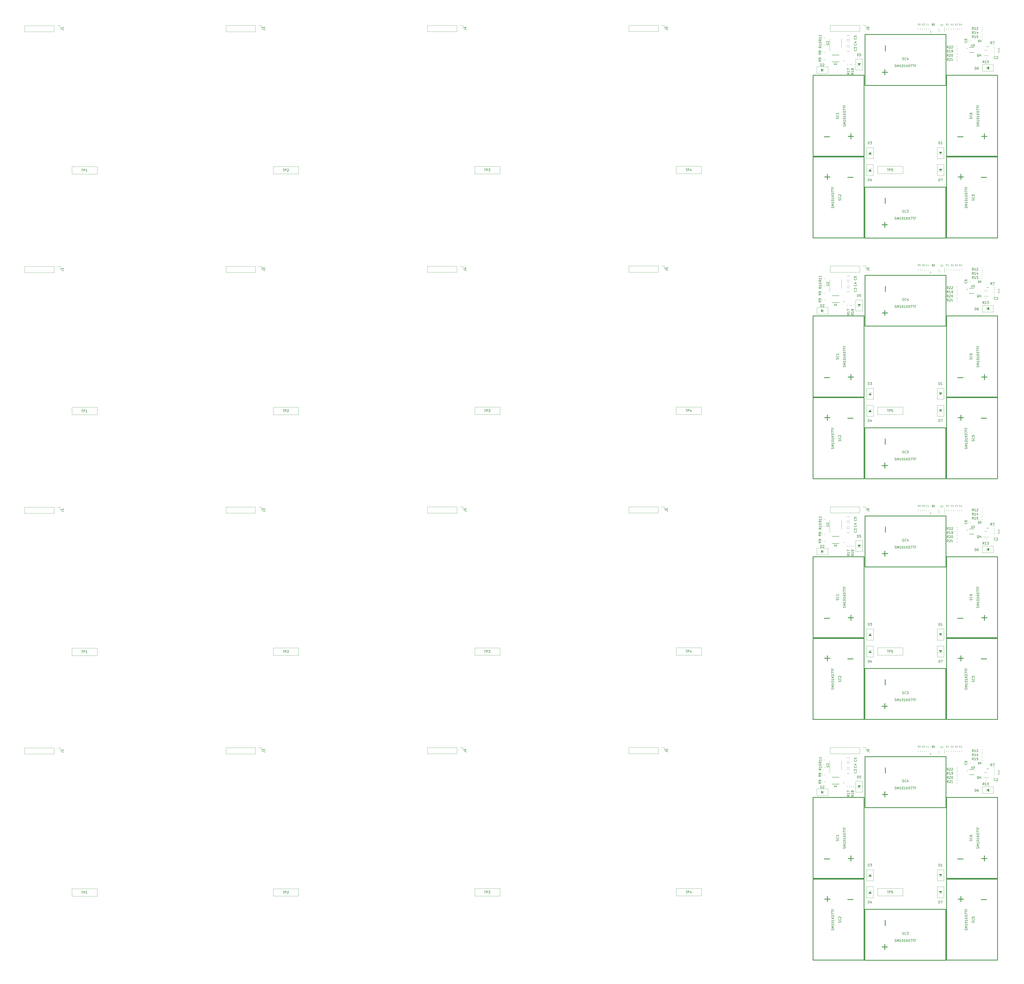
<source format=gbr>
%TF.GenerationSoftware,KiCad,Pcbnew,(6.0.5)*%
%TF.CreationDate,2022-08-17T15:04:12-07:00*%
%TF.ProjectId,X_Y_Panels,585f595f-5061-46e6-956c-732e6b696361,rev?*%
%TF.SameCoordinates,Original*%
%TF.FileFunction,Legend,Top*%
%TF.FilePolarity,Positive*%
%FSLAX46Y46*%
G04 Gerber Fmt 4.6, Leading zero omitted, Abs format (unit mm)*
G04 Created by KiCad (PCBNEW (6.0.5)) date 2022-08-17 15:04:12*
%MOMM*%
%LPD*%
G01*
G04 APERTURE LIST*
%ADD10C,0.150000*%
%ADD11C,0.100000*%
%ADD12C,0.300000*%
%ADD13C,0.127000*%
%ADD14C,0.120000*%
%ADD15C,0.200000*%
G04 APERTURE END LIST*
D10*
%TO.C,R14*%
X428459142Y-14590380D02*
X428125809Y-14114190D01*
X427887714Y-14590380D02*
X427887714Y-13590380D01*
X428268666Y-13590380D01*
X428363904Y-13638000D01*
X428411523Y-13685619D01*
X428459142Y-13780857D01*
X428459142Y-13923714D01*
X428411523Y-14018952D01*
X428363904Y-14066571D01*
X428268666Y-14114190D01*
X427887714Y-14114190D01*
X429411523Y-14590380D02*
X428840095Y-14590380D01*
X429125809Y-14590380D02*
X429125809Y-13590380D01*
X429030571Y-13733238D01*
X428935333Y-13828476D01*
X428840095Y-13876095D01*
X430268666Y-13923714D02*
X430268666Y-14590380D01*
X430030571Y-13542761D02*
X429792476Y-14257047D01*
X430411523Y-14257047D01*
%TO.C,R20*%
X417567142Y-24364380D02*
X417233809Y-23888190D01*
X416995714Y-24364380D02*
X416995714Y-23364380D01*
X417376666Y-23364380D01*
X417471904Y-23412000D01*
X417519523Y-23459619D01*
X417567142Y-23554857D01*
X417567142Y-23697714D01*
X417519523Y-23792952D01*
X417471904Y-23840571D01*
X417376666Y-23888190D01*
X416995714Y-23888190D01*
X417948095Y-23459619D02*
X417995714Y-23412000D01*
X418090952Y-23364380D01*
X418329047Y-23364380D01*
X418424285Y-23412000D01*
X418471904Y-23459619D01*
X418519523Y-23554857D01*
X418519523Y-23650095D01*
X418471904Y-23792952D01*
X417900476Y-24364380D01*
X418519523Y-24364380D01*
X419138571Y-23364380D02*
X419233809Y-23364380D01*
X419329047Y-23412000D01*
X419376666Y-23459619D01*
X419424285Y-23554857D01*
X419471904Y-23745333D01*
X419471904Y-23983428D01*
X419424285Y-24173904D01*
X419376666Y-24269142D01*
X419329047Y-24316761D01*
X419233809Y-24364380D01*
X419138571Y-24364380D01*
X419043333Y-24316761D01*
X418995714Y-24269142D01*
X418948095Y-24173904D01*
X418900476Y-23983428D01*
X418900476Y-23745333D01*
X418948095Y-23554857D01*
X418995714Y-23459619D01*
X419043333Y-23412000D01*
X419138571Y-23364380D01*
%TO.C,TP5*%
X391140095Y-176882378D02*
X391711523Y-176882378D01*
X391425809Y-177882378D02*
X391425809Y-176882378D01*
X392044857Y-177882378D02*
X392044857Y-176882378D01*
X392425809Y-176882378D01*
X392521047Y-176929998D01*
X392568666Y-176977617D01*
X392616285Y-177072855D01*
X392616285Y-177215712D01*
X392568666Y-177310950D01*
X392521047Y-177358569D01*
X392425809Y-177406188D01*
X392044857Y-177406188D01*
X393521047Y-176882378D02*
X393044857Y-176882378D01*
X392997238Y-177358569D01*
X393044857Y-177310950D01*
X393140095Y-177263331D01*
X393378190Y-177263331D01*
X393473428Y-177310950D01*
X393521047Y-177358569D01*
X393568666Y-177453807D01*
X393568666Y-177691902D01*
X393521047Y-177787140D01*
X393473428Y-177834759D01*
X393378190Y-177882378D01*
X393140095Y-177882378D01*
X393044857Y-177834759D01*
X392997238Y-177787140D01*
%TO.C,J3*%
X121328380Y-324693332D02*
X122042666Y-324693332D01*
X122185523Y-324740951D01*
X122280761Y-324836189D01*
X122328380Y-324979046D01*
X122328380Y-325074284D01*
X121328380Y-324312379D02*
X121328380Y-323693332D01*
X121709333Y-324026665D01*
X121709333Y-323883808D01*
X121756952Y-323788570D01*
X121804571Y-323740951D01*
X121899809Y-323693332D01*
X122137904Y-323693332D01*
X122233142Y-323740951D01*
X122280761Y-323788570D01*
X122328380Y-323883808D01*
X122328380Y-324169522D01*
X122280761Y-324264760D01*
X122233142Y-324312379D01*
%TO.C,C2*%
X437943333Y-337307142D02*
X437895714Y-337354761D01*
X437752857Y-337402380D01*
X437657619Y-337402380D01*
X437514761Y-337354761D01*
X437419523Y-337259523D01*
X437371904Y-337164285D01*
X437324285Y-336973809D01*
X437324285Y-336830952D01*
X437371904Y-336640476D01*
X437419523Y-336545238D01*
X437514761Y-336450000D01*
X437657619Y-336402380D01*
X437752857Y-336402380D01*
X437895714Y-336450000D01*
X437943333Y-336497619D01*
X438324285Y-336497619D02*
X438371904Y-336450000D01*
X438467142Y-336402380D01*
X438705238Y-336402380D01*
X438800476Y-336450000D01*
X438848095Y-336497619D01*
X438895714Y-336592857D01*
X438895714Y-336688095D01*
X438848095Y-336830952D01*
X438276666Y-337402380D01*
X438895714Y-337402380D01*
D11*
%TO.C,R2*%
X417053333Y-114906666D02*
X416820000Y-114573333D01*
X416653333Y-114906666D02*
X416653333Y-114206666D01*
X416920000Y-114206666D01*
X416986666Y-114240000D01*
X417020000Y-114273333D01*
X417053333Y-114340000D01*
X417053333Y-114440000D01*
X417020000Y-114506666D01*
X416986666Y-114540000D01*
X416920000Y-114573333D01*
X416653333Y-114573333D01*
X417320000Y-114273333D02*
X417353333Y-114240000D01*
X417420000Y-114206666D01*
X417586666Y-114206666D01*
X417653333Y-114240000D01*
X417686666Y-114273333D01*
X417720000Y-114340000D01*
X417720000Y-114406666D01*
X417686666Y-114506666D01*
X417286666Y-114906666D01*
X417720000Y-114906666D01*
D10*
%TO.C,J3*%
X121328380Y-220693332D02*
X122042666Y-220693332D01*
X122185523Y-220740951D01*
X122280761Y-220836189D01*
X122328380Y-220979046D01*
X122328380Y-221074284D01*
X121328380Y-220312379D02*
X121328380Y-219693332D01*
X121709333Y-220026665D01*
X121709333Y-219883808D01*
X121756952Y-219788570D01*
X121804571Y-219740951D01*
X121899809Y-219693332D01*
X122137904Y-219693332D01*
X122233142Y-219740951D01*
X122280761Y-219788570D01*
X122328380Y-219883808D01*
X122328380Y-220169522D01*
X122280761Y-220264760D01*
X122233142Y-220312379D01*
D11*
%TO.C,R6*%
X404853333Y-218856666D02*
X404620000Y-218523333D01*
X404453333Y-218856666D02*
X404453333Y-218156666D01*
X404720000Y-218156666D01*
X404786666Y-218190000D01*
X404820000Y-218223333D01*
X404853333Y-218290000D01*
X404853333Y-218390000D01*
X404820000Y-218456666D01*
X404786666Y-218490000D01*
X404720000Y-218523333D01*
X404453333Y-218523333D01*
X405453333Y-218156666D02*
X405320000Y-218156666D01*
X405253333Y-218190000D01*
X405220000Y-218223333D01*
X405153333Y-218323333D01*
X405120000Y-218456666D01*
X405120000Y-218723333D01*
X405153333Y-218790000D01*
X405186666Y-218823333D01*
X405253333Y-218856666D01*
X405386666Y-218856666D01*
X405453333Y-218823333D01*
X405486666Y-218790000D01*
X405520000Y-218723333D01*
X405520000Y-218556666D01*
X405486666Y-218490000D01*
X405453333Y-218456666D01*
X405386666Y-218423333D01*
X405253333Y-218423333D01*
X405186666Y-218456666D01*
X405153333Y-218490000D01*
X405120000Y-218556666D01*
D10*
%TO.C,R11*%
X362647380Y-17002857D02*
X362171190Y-17336190D01*
X362647380Y-17574285D02*
X361647380Y-17574285D01*
X361647380Y-17193333D01*
X361695000Y-17098095D01*
X361742619Y-17050476D01*
X361837857Y-17002857D01*
X361980714Y-17002857D01*
X362075952Y-17050476D01*
X362123571Y-17098095D01*
X362171190Y-17193333D01*
X362171190Y-17574285D01*
X362647380Y-16050476D02*
X362647380Y-16621904D01*
X362647380Y-16336190D02*
X361647380Y-16336190D01*
X361790238Y-16431428D01*
X361885476Y-16526666D01*
X361933095Y-16621904D01*
X362647380Y-15098095D02*
X362647380Y-15669523D01*
X362647380Y-15383809D02*
X361647380Y-15383809D01*
X361790238Y-15479047D01*
X361885476Y-15574285D01*
X361933095Y-15669523D01*
%TO.C,TP3*%
X217144095Y-280932379D02*
X217715523Y-280932379D01*
X217429809Y-281932379D02*
X217429809Y-280932379D01*
X218048857Y-281932379D02*
X218048857Y-280932379D01*
X218429809Y-280932379D01*
X218525047Y-280979999D01*
X218572666Y-281027618D01*
X218620285Y-281122856D01*
X218620285Y-281265713D01*
X218572666Y-281360951D01*
X218525047Y-281408570D01*
X218429809Y-281456189D01*
X218048857Y-281456189D01*
X218953619Y-280932379D02*
X219572666Y-280932379D01*
X219239333Y-281313332D01*
X219382190Y-281313332D01*
X219477428Y-281360951D01*
X219525047Y-281408570D01*
X219572666Y-281503808D01*
X219572666Y-281741903D01*
X219525047Y-281837141D01*
X219477428Y-281884760D01*
X219382190Y-281932379D01*
X219096476Y-281932379D01*
X219001238Y-281884760D01*
X218953619Y-281837141D01*
%TO.C,SC1*%
X370066761Y-259275904D02*
X370114380Y-259133047D01*
X370114380Y-258894952D01*
X370066761Y-258799714D01*
X370019142Y-258752095D01*
X369923904Y-258704476D01*
X369828666Y-258704476D01*
X369733428Y-258752095D01*
X369685809Y-258799714D01*
X369638190Y-258894952D01*
X369590571Y-259085428D01*
X369542952Y-259180666D01*
X369495333Y-259228285D01*
X369400095Y-259275904D01*
X369304857Y-259275904D01*
X369209619Y-259228285D01*
X369162000Y-259180666D01*
X369114380Y-259085428D01*
X369114380Y-258847333D01*
X369162000Y-258704476D01*
X370019142Y-257704476D02*
X370066761Y-257752095D01*
X370114380Y-257894952D01*
X370114380Y-257990190D01*
X370066761Y-258133047D01*
X369971523Y-258228285D01*
X369876285Y-258275904D01*
X369685809Y-258323523D01*
X369542952Y-258323523D01*
X369352476Y-258275904D01*
X369257238Y-258228285D01*
X369162000Y-258133047D01*
X369114380Y-257990190D01*
X369114380Y-257894952D01*
X369162000Y-257752095D01*
X369209619Y-257704476D01*
X370114380Y-256752095D02*
X370114380Y-257323523D01*
X370114380Y-257037809D02*
X369114380Y-257037809D01*
X369257238Y-257133047D01*
X369352476Y-257228285D01*
X369400095Y-257323523D01*
X373106761Y-262561619D02*
X373154380Y-262418761D01*
X373154380Y-262180666D01*
X373106761Y-262085428D01*
X373059142Y-262037809D01*
X372963904Y-261990190D01*
X372868666Y-261990190D01*
X372773428Y-262037809D01*
X372725809Y-262085428D01*
X372678190Y-262180666D01*
X372630571Y-262371142D01*
X372582952Y-262466380D01*
X372535333Y-262514000D01*
X372440095Y-262561619D01*
X372344857Y-262561619D01*
X372249619Y-262514000D01*
X372202000Y-262466380D01*
X372154380Y-262371142D01*
X372154380Y-262133047D01*
X372202000Y-261990190D01*
X373154380Y-261561619D02*
X372154380Y-261561619D01*
X372868666Y-261228285D01*
X372154380Y-260894952D01*
X373154380Y-260894952D01*
X373154380Y-259894952D02*
X373154380Y-260466380D01*
X373154380Y-260180666D02*
X372154380Y-260180666D01*
X372297238Y-260275904D01*
X372392476Y-260371142D01*
X372440095Y-260466380D01*
X372154380Y-259275904D02*
X372154380Y-259180666D01*
X372202000Y-259085428D01*
X372249619Y-259037809D01*
X372344857Y-258990190D01*
X372535333Y-258942571D01*
X372773428Y-258942571D01*
X372963904Y-258990190D01*
X373059142Y-259037809D01*
X373106761Y-259085428D01*
X373154380Y-259180666D01*
X373154380Y-259275904D01*
X373106761Y-259371142D01*
X373059142Y-259418761D01*
X372963904Y-259466380D01*
X372773428Y-259514000D01*
X372535333Y-259514000D01*
X372344857Y-259466380D01*
X372249619Y-259418761D01*
X372202000Y-259371142D01*
X372154380Y-259275904D01*
X373154380Y-257990190D02*
X373154380Y-258561619D01*
X373154380Y-258275904D02*
X372154380Y-258275904D01*
X372297238Y-258371142D01*
X372392476Y-258466380D01*
X372440095Y-258561619D01*
X373154380Y-257561619D02*
X372154380Y-257561619D01*
X373154380Y-256990190D02*
X372582952Y-257418761D01*
X372154380Y-256990190D02*
X372725809Y-257561619D01*
X372154380Y-256371142D02*
X372154380Y-256275904D01*
X372202000Y-256180666D01*
X372249619Y-256133047D01*
X372344857Y-256085428D01*
X372535333Y-256037809D01*
X372773428Y-256037809D01*
X372963904Y-256085428D01*
X373059142Y-256133047D01*
X373106761Y-256180666D01*
X373154380Y-256275904D01*
X373154380Y-256371142D01*
X373106761Y-256466380D01*
X373059142Y-256514000D01*
X372963904Y-256561619D01*
X372773428Y-256609238D01*
X372535333Y-256609238D01*
X372344857Y-256561619D01*
X372249619Y-256514000D01*
X372202000Y-256466380D01*
X372154380Y-256371142D01*
X372154380Y-255704476D02*
X372154380Y-255037809D01*
X373154380Y-255466380D01*
X372154380Y-254799714D02*
X372154380Y-254228285D01*
X373154380Y-254514000D02*
X372154380Y-254514000D01*
X372630571Y-253561619D02*
X372630571Y-253894952D01*
X373154380Y-253894952D02*
X372154380Y-253894952D01*
X372154380Y-253418761D01*
D12*
X363939142Y-267118285D02*
X366224857Y-267118285D01*
X375456285Y-268046857D02*
X375456285Y-265761142D01*
X376599142Y-266904000D02*
X374313428Y-266904000D01*
D13*
%TO.C,Q3*%
X431027428Y-122137285D02*
X430954857Y-122101000D01*
X430882285Y-122028428D01*
X430773428Y-121919571D01*
X430700857Y-121883285D01*
X430628285Y-121883285D01*
X430664571Y-122064714D02*
X430592000Y-122028428D01*
X430519428Y-121955857D01*
X430483142Y-121810714D01*
X430483142Y-121556714D01*
X430519428Y-121411571D01*
X430592000Y-121339000D01*
X430664571Y-121302714D01*
X430809714Y-121302714D01*
X430882285Y-121339000D01*
X430954857Y-121411571D01*
X430991142Y-121556714D01*
X430991142Y-121810714D01*
X430954857Y-121955857D01*
X430882285Y-122028428D01*
X430809714Y-122064714D01*
X430664571Y-122064714D01*
X431245142Y-121302714D02*
X431716857Y-121302714D01*
X431462857Y-121593000D01*
X431571714Y-121593000D01*
X431644285Y-121629285D01*
X431680571Y-121665571D01*
X431716857Y-121738142D01*
X431716857Y-121919571D01*
X431680571Y-121992142D01*
X431644285Y-122028428D01*
X431571714Y-122064714D01*
X431354000Y-122064714D01*
X431281428Y-122028428D01*
X431245142Y-121992142D01*
D10*
%TO.C,R12*%
X428459142Y-324812380D02*
X428125809Y-324336190D01*
X427887714Y-324812380D02*
X427887714Y-323812380D01*
X428268666Y-323812380D01*
X428363904Y-323860000D01*
X428411523Y-323907619D01*
X428459142Y-324002857D01*
X428459142Y-324145714D01*
X428411523Y-324240952D01*
X428363904Y-324288571D01*
X428268666Y-324336190D01*
X427887714Y-324336190D01*
X429411523Y-324812380D02*
X428840095Y-324812380D01*
X429125809Y-324812380D02*
X429125809Y-323812380D01*
X429030571Y-323955238D01*
X428935333Y-324050476D01*
X428840095Y-324098095D01*
X429792476Y-323907619D02*
X429840095Y-323860000D01*
X429935333Y-323812380D01*
X430173428Y-323812380D01*
X430268666Y-323860000D01*
X430316285Y-323907619D01*
X430363904Y-324002857D01*
X430363904Y-324098095D01*
X430316285Y-324240952D01*
X429744857Y-324812380D01*
X430363904Y-324812380D01*
%TO.C,J3*%
X121328380Y-12693332D02*
X122042666Y-12693332D01*
X122185523Y-12740951D01*
X122280761Y-12836189D01*
X122328380Y-12979046D01*
X122328380Y-13074284D01*
X121328380Y-12312379D02*
X121328380Y-11693332D01*
X121709333Y-12026665D01*
X121709333Y-11883808D01*
X121756952Y-11788570D01*
X121804571Y-11740951D01*
X121899809Y-11693332D01*
X122137904Y-11693332D01*
X122233142Y-11740951D01*
X122280761Y-11788570D01*
X122328380Y-11883808D01*
X122328380Y-12169522D01*
X122280761Y-12264760D01*
X122233142Y-12312379D01*
%TO.C,R11*%
X362647380Y-329002857D02*
X362171190Y-329336190D01*
X362647380Y-329574285D02*
X361647380Y-329574285D01*
X361647380Y-329193333D01*
X361695000Y-329098095D01*
X361742619Y-329050476D01*
X361837857Y-329002857D01*
X361980714Y-329002857D01*
X362075952Y-329050476D01*
X362123571Y-329098095D01*
X362171190Y-329193333D01*
X362171190Y-329574285D01*
X362647380Y-328050476D02*
X362647380Y-328621904D01*
X362647380Y-328336190D02*
X361647380Y-328336190D01*
X361790238Y-328431428D01*
X361885476Y-328526666D01*
X361933095Y-328621904D01*
X362647380Y-327098095D02*
X362647380Y-327669523D01*
X362647380Y-327383809D02*
X361647380Y-327383809D01*
X361790238Y-327479047D01*
X361885476Y-327574285D01*
X361933095Y-327669523D01*
%TO.C,R15*%
X428459142Y-328368380D02*
X428125809Y-327892190D01*
X427887714Y-328368380D02*
X427887714Y-327368380D01*
X428268666Y-327368380D01*
X428363904Y-327416000D01*
X428411523Y-327463619D01*
X428459142Y-327558857D01*
X428459142Y-327701714D01*
X428411523Y-327796952D01*
X428363904Y-327844571D01*
X428268666Y-327892190D01*
X427887714Y-327892190D01*
X429411523Y-328368380D02*
X428840095Y-328368380D01*
X429125809Y-328368380D02*
X429125809Y-327368380D01*
X429030571Y-327511238D01*
X428935333Y-327606476D01*
X428840095Y-327654095D01*
X430316285Y-327368380D02*
X429840095Y-327368380D01*
X429792476Y-327844571D01*
X429840095Y-327796952D01*
X429935333Y-327749333D01*
X430173428Y-327749333D01*
X430268666Y-327796952D01*
X430316285Y-327844571D01*
X430363904Y-327939809D01*
X430363904Y-328177904D01*
X430316285Y-328273142D01*
X430268666Y-328320761D01*
X430173428Y-328368380D01*
X429935333Y-328368380D01*
X429840095Y-328320761D01*
X429792476Y-328273142D01*
%TO.C,J6*%
X382318380Y-324593330D02*
X383032666Y-324593330D01*
X383175523Y-324640949D01*
X383270761Y-324736187D01*
X383318380Y-324879044D01*
X383318380Y-324974282D01*
X382318380Y-323688568D02*
X382318380Y-323879044D01*
X382366000Y-323974282D01*
X382413619Y-324021901D01*
X382556476Y-324117139D01*
X382746952Y-324164758D01*
X383127904Y-324164758D01*
X383223142Y-324117139D01*
X383270761Y-324069520D01*
X383318380Y-323974282D01*
X383318380Y-323783806D01*
X383270761Y-323688568D01*
X383223142Y-323640949D01*
X383127904Y-323593330D01*
X382889809Y-323593330D01*
X382794571Y-323640949D01*
X382746952Y-323688568D01*
X382699333Y-323783806D01*
X382699333Y-323974282D01*
X382746952Y-324069520D01*
X382794571Y-324117139D01*
X382889809Y-324164758D01*
%TO.C,R14*%
X428459142Y-222590380D02*
X428125809Y-222114190D01*
X427887714Y-222590380D02*
X427887714Y-221590380D01*
X428268666Y-221590380D01*
X428363904Y-221638000D01*
X428411523Y-221685619D01*
X428459142Y-221780857D01*
X428459142Y-221923714D01*
X428411523Y-222018952D01*
X428363904Y-222066571D01*
X428268666Y-222114190D01*
X427887714Y-222114190D01*
X429411523Y-222590380D02*
X428840095Y-222590380D01*
X429125809Y-222590380D02*
X429125809Y-221590380D01*
X429030571Y-221733238D01*
X428935333Y-221828476D01*
X428840095Y-221876095D01*
X430268666Y-221923714D02*
X430268666Y-222590380D01*
X430030571Y-221542761D02*
X429792476Y-222257047D01*
X430411523Y-222257047D01*
%TO.C,C6*%
X425519142Y-17728666D02*
X425566761Y-17776285D01*
X425614380Y-17919142D01*
X425614380Y-18014380D01*
X425566761Y-18157238D01*
X425471523Y-18252476D01*
X425376285Y-18300095D01*
X425185809Y-18347714D01*
X425042952Y-18347714D01*
X424852476Y-18300095D01*
X424757238Y-18252476D01*
X424662000Y-18157238D01*
X424614380Y-18014380D01*
X424614380Y-17919142D01*
X424662000Y-17776285D01*
X424709619Y-17728666D01*
X424614380Y-16871523D02*
X424614380Y-17062000D01*
X424662000Y-17157238D01*
X424709619Y-17204857D01*
X424852476Y-17300095D01*
X425042952Y-17347714D01*
X425423904Y-17347714D01*
X425519142Y-17300095D01*
X425566761Y-17252476D01*
X425614380Y-17157238D01*
X425614380Y-16966761D01*
X425566761Y-16871523D01*
X425519142Y-16823904D01*
X425423904Y-16776285D01*
X425185809Y-16776285D01*
X425090571Y-16823904D01*
X425042952Y-16871523D01*
X424995333Y-16966761D01*
X424995333Y-17157238D01*
X425042952Y-17252476D01*
X425090571Y-17300095D01*
X425185809Y-17347714D01*
%TO.C,SC3*%
X397708095Y-91744761D02*
X397850952Y-91792380D01*
X398089047Y-91792380D01*
X398184285Y-91744761D01*
X398231904Y-91697142D01*
X398279523Y-91601904D01*
X398279523Y-91506666D01*
X398231904Y-91411428D01*
X398184285Y-91363809D01*
X398089047Y-91316190D01*
X397898571Y-91268571D01*
X397803333Y-91220952D01*
X397755714Y-91173333D01*
X397708095Y-91078095D01*
X397708095Y-90982857D01*
X397755714Y-90887619D01*
X397803333Y-90840000D01*
X397898571Y-90792380D01*
X398136666Y-90792380D01*
X398279523Y-90840000D01*
X399279523Y-91697142D02*
X399231904Y-91744761D01*
X399089047Y-91792380D01*
X398993809Y-91792380D01*
X398850952Y-91744761D01*
X398755714Y-91649523D01*
X398708095Y-91554285D01*
X398660476Y-91363809D01*
X398660476Y-91220952D01*
X398708095Y-91030476D01*
X398755714Y-90935238D01*
X398850952Y-90840000D01*
X398993809Y-90792380D01*
X399089047Y-90792380D01*
X399231904Y-90840000D01*
X399279523Y-90887619D01*
X399612857Y-90792380D02*
X400231904Y-90792380D01*
X399898571Y-91173333D01*
X400041428Y-91173333D01*
X400136666Y-91220952D01*
X400184285Y-91268571D01*
X400231904Y-91363809D01*
X400231904Y-91601904D01*
X400184285Y-91697142D01*
X400136666Y-91744761D01*
X400041428Y-91792380D01*
X399755714Y-91792380D01*
X399660476Y-91744761D01*
X399612857Y-91697142D01*
X394422380Y-94784761D02*
X394565238Y-94832380D01*
X394803333Y-94832380D01*
X394898571Y-94784761D01*
X394946190Y-94737142D01*
X394993809Y-94641904D01*
X394993809Y-94546666D01*
X394946190Y-94451428D01*
X394898571Y-94403809D01*
X394803333Y-94356190D01*
X394612857Y-94308571D01*
X394517619Y-94260952D01*
X394470000Y-94213333D01*
X394422380Y-94118095D01*
X394422380Y-94022857D01*
X394470000Y-93927619D01*
X394517619Y-93880000D01*
X394612857Y-93832380D01*
X394850952Y-93832380D01*
X394993809Y-93880000D01*
X395422380Y-94832380D02*
X395422380Y-93832380D01*
X395755714Y-94546666D01*
X396089047Y-93832380D01*
X396089047Y-94832380D01*
X397089047Y-94832380D02*
X396517619Y-94832380D01*
X396803333Y-94832380D02*
X396803333Y-93832380D01*
X396708095Y-93975238D01*
X396612857Y-94070476D01*
X396517619Y-94118095D01*
X397708095Y-93832380D02*
X397803333Y-93832380D01*
X397898571Y-93880000D01*
X397946190Y-93927619D01*
X397993809Y-94022857D01*
X398041428Y-94213333D01*
X398041428Y-94451428D01*
X397993809Y-94641904D01*
X397946190Y-94737142D01*
X397898571Y-94784761D01*
X397803333Y-94832380D01*
X397708095Y-94832380D01*
X397612857Y-94784761D01*
X397565238Y-94737142D01*
X397517619Y-94641904D01*
X397470000Y-94451428D01*
X397470000Y-94213333D01*
X397517619Y-94022857D01*
X397565238Y-93927619D01*
X397612857Y-93880000D01*
X397708095Y-93832380D01*
X398993809Y-94832380D02*
X398422380Y-94832380D01*
X398708095Y-94832380D02*
X398708095Y-93832380D01*
X398612857Y-93975238D01*
X398517619Y-94070476D01*
X398422380Y-94118095D01*
X399422380Y-94832380D02*
X399422380Y-93832380D01*
X399993809Y-94832380D02*
X399565238Y-94260952D01*
X399993809Y-93832380D02*
X399422380Y-94403809D01*
X400612857Y-93832380D02*
X400708095Y-93832380D01*
X400803333Y-93880000D01*
X400850952Y-93927619D01*
X400898571Y-94022857D01*
X400946190Y-94213333D01*
X400946190Y-94451428D01*
X400898571Y-94641904D01*
X400850952Y-94737142D01*
X400803333Y-94784761D01*
X400708095Y-94832380D01*
X400612857Y-94832380D01*
X400517619Y-94784761D01*
X400470000Y-94737142D01*
X400422380Y-94641904D01*
X400374761Y-94451428D01*
X400374761Y-94213333D01*
X400422380Y-94022857D01*
X400470000Y-93927619D01*
X400517619Y-93880000D01*
X400612857Y-93832380D01*
X401279523Y-93832380D02*
X401946190Y-93832380D01*
X401517619Y-94832380D01*
X402184285Y-93832380D02*
X402755714Y-93832380D01*
X402470000Y-94832380D02*
X402470000Y-93832380D01*
X403422380Y-94308571D02*
X403089047Y-94308571D01*
X403089047Y-94832380D02*
X403089047Y-93832380D01*
X403565238Y-93832380D01*
D12*
X388937142Y-97134285D02*
X391222857Y-97134285D01*
X390080000Y-98277142D02*
X390080000Y-95991428D01*
X390294285Y-87902857D02*
X390294285Y-85617142D01*
D10*
%TO.C,D6*%
X429061904Y-133962380D02*
X429061904Y-132962380D01*
X429300000Y-132962380D01*
X429442857Y-133010000D01*
X429538095Y-133105238D01*
X429585714Y-133200476D01*
X429633333Y-133390952D01*
X429633333Y-133533809D01*
X429585714Y-133724285D01*
X429538095Y-133819523D01*
X429442857Y-133914761D01*
X429300000Y-133962380D01*
X429061904Y-133962380D01*
X430490476Y-132962380D02*
X430300000Y-132962380D01*
X430204761Y-133010000D01*
X430157142Y-133057619D01*
X430061904Y-133200476D01*
X430014285Y-133390952D01*
X430014285Y-133771904D01*
X430061904Y-133867142D01*
X430109523Y-133914761D01*
X430204761Y-133962380D01*
X430395238Y-133962380D01*
X430490476Y-133914761D01*
X430538095Y-133867142D01*
X430585714Y-133771904D01*
X430585714Y-133533809D01*
X430538095Y-133438571D01*
X430490476Y-133390952D01*
X430395238Y-133343333D01*
X430204761Y-133343333D01*
X430109523Y-133390952D01*
X430061904Y-133438571D01*
X430014285Y-133533809D01*
%TO.C,U3*%
X427538476Y-19179904D02*
X427538476Y-19827523D01*
X427576571Y-19903714D01*
X427614666Y-19941809D01*
X427690857Y-19979904D01*
X427843238Y-19979904D01*
X427919428Y-19941809D01*
X427957523Y-19903714D01*
X427995619Y-19827523D01*
X427995619Y-19179904D01*
X428300380Y-19179904D02*
X428795619Y-19179904D01*
X428528952Y-19484666D01*
X428643238Y-19484666D01*
X428719428Y-19522761D01*
X428757523Y-19560857D01*
X428795619Y-19637047D01*
X428795619Y-19827523D01*
X428757523Y-19903714D01*
X428719428Y-19941809D01*
X428643238Y-19979904D01*
X428414666Y-19979904D01*
X428338476Y-19941809D01*
X428300380Y-19903714D01*
%TO.C,D5*%
X378221904Y-336182380D02*
X378221904Y-335182380D01*
X378460000Y-335182380D01*
X378602857Y-335230000D01*
X378698095Y-335325238D01*
X378745714Y-335420476D01*
X378793333Y-335610952D01*
X378793333Y-335753809D01*
X378745714Y-335944285D01*
X378698095Y-336039523D01*
X378602857Y-336134761D01*
X378460000Y-336182380D01*
X378221904Y-336182380D01*
X379698095Y-335182380D02*
X379221904Y-335182380D01*
X379174285Y-335658571D01*
X379221904Y-335610952D01*
X379317142Y-335563333D01*
X379555238Y-335563333D01*
X379650476Y-335610952D01*
X379698095Y-335658571D01*
X379745714Y-335753809D01*
X379745714Y-335991904D01*
X379698095Y-336087142D01*
X379650476Y-336134761D01*
X379555238Y-336182380D01*
X379317142Y-336182380D01*
X379221904Y-336134761D01*
X379174285Y-336087142D01*
%TO.C,TP4*%
X304140095Y-280882378D02*
X304711523Y-280882378D01*
X304425809Y-281882378D02*
X304425809Y-280882378D01*
X305044857Y-281882378D02*
X305044857Y-280882378D01*
X305425809Y-280882378D01*
X305521047Y-280929998D01*
X305568666Y-280977617D01*
X305616285Y-281072855D01*
X305616285Y-281215712D01*
X305568666Y-281310950D01*
X305521047Y-281358569D01*
X305425809Y-281406188D01*
X305044857Y-281406188D01*
X306473428Y-281215712D02*
X306473428Y-281882378D01*
X306235333Y-280834759D02*
X305997238Y-281549045D01*
X306616285Y-281549045D01*
D13*
%TO.C,Q1*%
X411027428Y-218997285D02*
X410954857Y-218961000D01*
X410882285Y-218888428D01*
X410773428Y-218779571D01*
X410700857Y-218743285D01*
X410628285Y-218743285D01*
X410664571Y-218924714D02*
X410592000Y-218888428D01*
X410519428Y-218815857D01*
X410483142Y-218670714D01*
X410483142Y-218416714D01*
X410519428Y-218271571D01*
X410592000Y-218199000D01*
X410664571Y-218162714D01*
X410809714Y-218162714D01*
X410882285Y-218199000D01*
X410954857Y-218271571D01*
X410991142Y-218416714D01*
X410991142Y-218670714D01*
X410954857Y-218815857D01*
X410882285Y-218888428D01*
X410809714Y-218924714D01*
X410664571Y-218924714D01*
X411716857Y-218924714D02*
X411281428Y-218924714D01*
X411499142Y-218924714D02*
X411499142Y-218162714D01*
X411426571Y-218271571D01*
X411354000Y-218344142D01*
X411281428Y-218380428D01*
D10*
%TO.C,C6*%
X425519142Y-121728666D02*
X425566761Y-121776285D01*
X425614380Y-121919142D01*
X425614380Y-122014380D01*
X425566761Y-122157238D01*
X425471523Y-122252476D01*
X425376285Y-122300095D01*
X425185809Y-122347714D01*
X425042952Y-122347714D01*
X424852476Y-122300095D01*
X424757238Y-122252476D01*
X424662000Y-122157238D01*
X424614380Y-122014380D01*
X424614380Y-121919142D01*
X424662000Y-121776285D01*
X424709619Y-121728666D01*
X424614380Y-120871523D02*
X424614380Y-121062000D01*
X424662000Y-121157238D01*
X424709619Y-121204857D01*
X424852476Y-121300095D01*
X425042952Y-121347714D01*
X425423904Y-121347714D01*
X425519142Y-121300095D01*
X425566761Y-121252476D01*
X425614380Y-121157238D01*
X425614380Y-120966761D01*
X425566761Y-120871523D01*
X425519142Y-120823904D01*
X425423904Y-120776285D01*
X425185809Y-120776285D01*
X425090571Y-120823904D01*
X425042952Y-120871523D01*
X424995333Y-120966761D01*
X424995333Y-121157238D01*
X425042952Y-121252476D01*
X425090571Y-121300095D01*
X425185809Y-121347714D01*
%TO.C,U3*%
X427538476Y-227179904D02*
X427538476Y-227827523D01*
X427576571Y-227903714D01*
X427614666Y-227941809D01*
X427690857Y-227979904D01*
X427843238Y-227979904D01*
X427919428Y-227941809D01*
X427957523Y-227903714D01*
X427995619Y-227827523D01*
X427995619Y-227179904D01*
X428300380Y-227179904D02*
X428795619Y-227179904D01*
X428528952Y-227484666D01*
X428643238Y-227484666D01*
X428719428Y-227522761D01*
X428757523Y-227560857D01*
X428795619Y-227637047D01*
X428795619Y-227827523D01*
X428757523Y-227903714D01*
X428719428Y-227941809D01*
X428643238Y-227979904D01*
X428414666Y-227979904D01*
X428338476Y-227941809D01*
X428300380Y-227903714D01*
D13*
%TO.C,Q1*%
X411027428Y-322997285D02*
X410954857Y-322961000D01*
X410882285Y-322888428D01*
X410773428Y-322779571D01*
X410700857Y-322743285D01*
X410628285Y-322743285D01*
X410664571Y-322924714D02*
X410592000Y-322888428D01*
X410519428Y-322815857D01*
X410483142Y-322670714D01*
X410483142Y-322416714D01*
X410519428Y-322271571D01*
X410592000Y-322199000D01*
X410664571Y-322162714D01*
X410809714Y-322162714D01*
X410882285Y-322199000D01*
X410954857Y-322271571D01*
X410991142Y-322416714D01*
X410991142Y-322670714D01*
X410954857Y-322815857D01*
X410882285Y-322888428D01*
X410809714Y-322924714D01*
X410664571Y-322924714D01*
X411716857Y-322924714D02*
X411281428Y-322924714D01*
X411499142Y-322924714D02*
X411499142Y-322162714D01*
X411426571Y-322271571D01*
X411354000Y-322344142D01*
X411281428Y-322380428D01*
D10*
%TO.C,Q4*%
X430764761Y-336437619D02*
X430669523Y-336390000D01*
X430574285Y-336294761D01*
X430431428Y-336151904D01*
X430336190Y-336104285D01*
X430240952Y-336104285D01*
X430288571Y-336342380D02*
X430193333Y-336294761D01*
X430098095Y-336199523D01*
X430050476Y-336009047D01*
X430050476Y-335675714D01*
X430098095Y-335485238D01*
X430193333Y-335390000D01*
X430288571Y-335342380D01*
X430479047Y-335342380D01*
X430574285Y-335390000D01*
X430669523Y-335485238D01*
X430717142Y-335675714D01*
X430717142Y-336009047D01*
X430669523Y-336199523D01*
X430574285Y-336294761D01*
X430479047Y-336342380D01*
X430288571Y-336342380D01*
X431574285Y-335675714D02*
X431574285Y-336342380D01*
X431336190Y-335294761D02*
X431098095Y-336009047D01*
X431717142Y-336009047D01*
D11*
%TO.C,R4*%
X422663333Y-10896666D02*
X422430000Y-10563333D01*
X422263333Y-10896666D02*
X422263333Y-10196666D01*
X422530000Y-10196666D01*
X422596666Y-10230000D01*
X422630000Y-10263333D01*
X422663333Y-10330000D01*
X422663333Y-10430000D01*
X422630000Y-10496666D01*
X422596666Y-10530000D01*
X422530000Y-10563333D01*
X422263333Y-10563333D01*
X423263333Y-10430000D02*
X423263333Y-10896666D01*
X423096666Y-10163333D02*
X422930000Y-10663333D01*
X423363333Y-10663333D01*
D10*
%TO.C,C5*%
X377782142Y-16326666D02*
X377829761Y-16374285D01*
X377877380Y-16517142D01*
X377877380Y-16612380D01*
X377829761Y-16755238D01*
X377734523Y-16850476D01*
X377639285Y-16898095D01*
X377448809Y-16945714D01*
X377305952Y-16945714D01*
X377115476Y-16898095D01*
X377020238Y-16850476D01*
X376925000Y-16755238D01*
X376877380Y-16612380D01*
X376877380Y-16517142D01*
X376925000Y-16374285D01*
X376972619Y-16326666D01*
X376877380Y-15421904D02*
X376877380Y-15898095D01*
X377353571Y-15945714D01*
X377305952Y-15898095D01*
X377258333Y-15802857D01*
X377258333Y-15564761D01*
X377305952Y-15469523D01*
X377353571Y-15421904D01*
X377448809Y-15374285D01*
X377686904Y-15374285D01*
X377782142Y-15421904D01*
X377829761Y-15469523D01*
X377877380Y-15564761D01*
X377877380Y-15802857D01*
X377829761Y-15898095D01*
X377782142Y-15945714D01*
%TO.C,SC3*%
X397708095Y-403744761D02*
X397850952Y-403792380D01*
X398089047Y-403792380D01*
X398184285Y-403744761D01*
X398231904Y-403697142D01*
X398279523Y-403601904D01*
X398279523Y-403506666D01*
X398231904Y-403411428D01*
X398184285Y-403363809D01*
X398089047Y-403316190D01*
X397898571Y-403268571D01*
X397803333Y-403220952D01*
X397755714Y-403173333D01*
X397708095Y-403078095D01*
X397708095Y-402982857D01*
X397755714Y-402887619D01*
X397803333Y-402840000D01*
X397898571Y-402792380D01*
X398136666Y-402792380D01*
X398279523Y-402840000D01*
X399279523Y-403697142D02*
X399231904Y-403744761D01*
X399089047Y-403792380D01*
X398993809Y-403792380D01*
X398850952Y-403744761D01*
X398755714Y-403649523D01*
X398708095Y-403554285D01*
X398660476Y-403363809D01*
X398660476Y-403220952D01*
X398708095Y-403030476D01*
X398755714Y-402935238D01*
X398850952Y-402840000D01*
X398993809Y-402792380D01*
X399089047Y-402792380D01*
X399231904Y-402840000D01*
X399279523Y-402887619D01*
X399612857Y-402792380D02*
X400231904Y-402792380D01*
X399898571Y-403173333D01*
X400041428Y-403173333D01*
X400136666Y-403220952D01*
X400184285Y-403268571D01*
X400231904Y-403363809D01*
X400231904Y-403601904D01*
X400184285Y-403697142D01*
X400136666Y-403744761D01*
X400041428Y-403792380D01*
X399755714Y-403792380D01*
X399660476Y-403744761D01*
X399612857Y-403697142D01*
X394422380Y-406784761D02*
X394565238Y-406832380D01*
X394803333Y-406832380D01*
X394898571Y-406784761D01*
X394946190Y-406737142D01*
X394993809Y-406641904D01*
X394993809Y-406546666D01*
X394946190Y-406451428D01*
X394898571Y-406403809D01*
X394803333Y-406356190D01*
X394612857Y-406308571D01*
X394517619Y-406260952D01*
X394470000Y-406213333D01*
X394422380Y-406118095D01*
X394422380Y-406022857D01*
X394470000Y-405927619D01*
X394517619Y-405880000D01*
X394612857Y-405832380D01*
X394850952Y-405832380D01*
X394993809Y-405880000D01*
X395422380Y-406832380D02*
X395422380Y-405832380D01*
X395755714Y-406546666D01*
X396089047Y-405832380D01*
X396089047Y-406832380D01*
X397089047Y-406832380D02*
X396517619Y-406832380D01*
X396803333Y-406832380D02*
X396803333Y-405832380D01*
X396708095Y-405975238D01*
X396612857Y-406070476D01*
X396517619Y-406118095D01*
X397708095Y-405832380D02*
X397803333Y-405832380D01*
X397898571Y-405880000D01*
X397946190Y-405927619D01*
X397993809Y-406022857D01*
X398041428Y-406213333D01*
X398041428Y-406451428D01*
X397993809Y-406641904D01*
X397946190Y-406737142D01*
X397898571Y-406784761D01*
X397803333Y-406832380D01*
X397708095Y-406832380D01*
X397612857Y-406784761D01*
X397565238Y-406737142D01*
X397517619Y-406641904D01*
X397470000Y-406451428D01*
X397470000Y-406213333D01*
X397517619Y-406022857D01*
X397565238Y-405927619D01*
X397612857Y-405880000D01*
X397708095Y-405832380D01*
X398993809Y-406832380D02*
X398422380Y-406832380D01*
X398708095Y-406832380D02*
X398708095Y-405832380D01*
X398612857Y-405975238D01*
X398517619Y-406070476D01*
X398422380Y-406118095D01*
X399422380Y-406832380D02*
X399422380Y-405832380D01*
X399993809Y-406832380D02*
X399565238Y-406260952D01*
X399993809Y-405832380D02*
X399422380Y-406403809D01*
X400612857Y-405832380D02*
X400708095Y-405832380D01*
X400803333Y-405880000D01*
X400850952Y-405927619D01*
X400898571Y-406022857D01*
X400946190Y-406213333D01*
X400946190Y-406451428D01*
X400898571Y-406641904D01*
X400850952Y-406737142D01*
X400803333Y-406784761D01*
X400708095Y-406832380D01*
X400612857Y-406832380D01*
X400517619Y-406784761D01*
X400470000Y-406737142D01*
X400422380Y-406641904D01*
X400374761Y-406451428D01*
X400374761Y-406213333D01*
X400422380Y-406022857D01*
X400470000Y-405927619D01*
X400517619Y-405880000D01*
X400612857Y-405832380D01*
X401279523Y-405832380D02*
X401946190Y-405832380D01*
X401517619Y-406832380D01*
X402184285Y-405832380D02*
X402755714Y-405832380D01*
X402470000Y-406832380D02*
X402470000Y-405832380D01*
X403422380Y-406308571D02*
X403089047Y-406308571D01*
X403089047Y-406832380D02*
X403089047Y-405832380D01*
X403565238Y-405832380D01*
D12*
X388937142Y-409134285D02*
X391222857Y-409134285D01*
X390080000Y-410277142D02*
X390080000Y-407991428D01*
X390294285Y-399902857D02*
X390294285Y-397617142D01*
D11*
%TO.C,Q2*%
X414623333Y-115143333D02*
X414556666Y-115110000D01*
X414490000Y-115043333D01*
X414390000Y-114943333D01*
X414323333Y-114910000D01*
X414256666Y-114910000D01*
X414290000Y-115076666D02*
X414223333Y-115043333D01*
X414156666Y-114976666D01*
X414123333Y-114843333D01*
X414123333Y-114610000D01*
X414156666Y-114476666D01*
X414223333Y-114410000D01*
X414290000Y-114376666D01*
X414423333Y-114376666D01*
X414490000Y-114410000D01*
X414556666Y-114476666D01*
X414590000Y-114610000D01*
X414590000Y-114843333D01*
X414556666Y-114976666D01*
X414490000Y-115043333D01*
X414423333Y-115076666D01*
X414290000Y-115076666D01*
X414856666Y-114443333D02*
X414890000Y-114410000D01*
X414956666Y-114376666D01*
X415123333Y-114376666D01*
X415190000Y-114410000D01*
X415223333Y-114443333D01*
X415256666Y-114510000D01*
X415256666Y-114576666D01*
X415223333Y-114676666D01*
X414823333Y-115076666D01*
X415256666Y-115076666D01*
D10*
%TO.C,C3*%
X377807142Y-125376666D02*
X377854761Y-125424285D01*
X377902380Y-125567142D01*
X377902380Y-125662380D01*
X377854761Y-125805238D01*
X377759523Y-125900476D01*
X377664285Y-125948095D01*
X377473809Y-125995714D01*
X377330952Y-125995714D01*
X377140476Y-125948095D01*
X377045238Y-125900476D01*
X376950000Y-125805238D01*
X376902380Y-125662380D01*
X376902380Y-125567142D01*
X376950000Y-125424285D01*
X376997619Y-125376666D01*
X376902380Y-125043333D02*
X376902380Y-124424285D01*
X377283333Y-124757619D01*
X377283333Y-124614761D01*
X377330952Y-124519523D01*
X377378571Y-124471904D01*
X377473809Y-124424285D01*
X377711904Y-124424285D01*
X377807142Y-124471904D01*
X377854761Y-124519523D01*
X377902380Y-124614761D01*
X377902380Y-124900476D01*
X377854761Y-124995714D01*
X377807142Y-125043333D01*
D11*
%TO.C,C1*%
X408363333Y-114860000D02*
X408330000Y-114893333D01*
X408230000Y-114926666D01*
X408163333Y-114926666D01*
X408063333Y-114893333D01*
X407996666Y-114826666D01*
X407963333Y-114760000D01*
X407930000Y-114626666D01*
X407930000Y-114526666D01*
X407963333Y-114393333D01*
X407996666Y-114326666D01*
X408063333Y-114260000D01*
X408163333Y-114226666D01*
X408230000Y-114226666D01*
X408330000Y-114260000D01*
X408363333Y-114293333D01*
X409030000Y-114926666D02*
X408630000Y-114926666D01*
X408830000Y-114926666D02*
X408830000Y-114226666D01*
X408763333Y-114326666D01*
X408696666Y-114393333D01*
X408630000Y-114426666D01*
D10*
%TO.C,C3*%
X377807142Y-21376666D02*
X377854761Y-21424285D01*
X377902380Y-21567142D01*
X377902380Y-21662380D01*
X377854761Y-21805238D01*
X377759523Y-21900476D01*
X377664285Y-21948095D01*
X377473809Y-21995714D01*
X377330952Y-21995714D01*
X377140476Y-21948095D01*
X377045238Y-21900476D01*
X376950000Y-21805238D01*
X376902380Y-21662380D01*
X376902380Y-21567142D01*
X376950000Y-21424285D01*
X376997619Y-21376666D01*
X376902380Y-21043333D02*
X376902380Y-20424285D01*
X377283333Y-20757619D01*
X377283333Y-20614761D01*
X377330952Y-20519523D01*
X377378571Y-20471904D01*
X377473809Y-20424285D01*
X377711904Y-20424285D01*
X377807142Y-20471904D01*
X377854761Y-20519523D01*
X377902380Y-20614761D01*
X377902380Y-20900476D01*
X377854761Y-20995714D01*
X377807142Y-21043333D01*
D13*
%TO.C,Q3*%
X431027428Y-18137285D02*
X430954857Y-18101000D01*
X430882285Y-18028428D01*
X430773428Y-17919571D01*
X430700857Y-17883285D01*
X430628285Y-17883285D01*
X430664571Y-18064714D02*
X430592000Y-18028428D01*
X430519428Y-17955857D01*
X430483142Y-17810714D01*
X430483142Y-17556714D01*
X430519428Y-17411571D01*
X430592000Y-17339000D01*
X430664571Y-17302714D01*
X430809714Y-17302714D01*
X430882285Y-17339000D01*
X430954857Y-17411571D01*
X430991142Y-17556714D01*
X430991142Y-17810714D01*
X430954857Y-17955857D01*
X430882285Y-18028428D01*
X430809714Y-18064714D01*
X430664571Y-18064714D01*
X431245142Y-17302714D02*
X431716857Y-17302714D01*
X431462857Y-17593000D01*
X431571714Y-17593000D01*
X431644285Y-17629285D01*
X431680571Y-17665571D01*
X431716857Y-17738142D01*
X431716857Y-17919571D01*
X431680571Y-17992142D01*
X431644285Y-18028428D01*
X431571714Y-18064714D01*
X431354000Y-18064714D01*
X431281428Y-18028428D01*
X431245142Y-17992142D01*
D10*
%TO.C,SC6*%
X427724761Y-155275904D02*
X427772380Y-155133047D01*
X427772380Y-154894952D01*
X427724761Y-154799714D01*
X427677142Y-154752095D01*
X427581904Y-154704476D01*
X427486666Y-154704476D01*
X427391428Y-154752095D01*
X427343809Y-154799714D01*
X427296190Y-154894952D01*
X427248571Y-155085428D01*
X427200952Y-155180666D01*
X427153333Y-155228285D01*
X427058095Y-155275904D01*
X426962857Y-155275904D01*
X426867619Y-155228285D01*
X426820000Y-155180666D01*
X426772380Y-155085428D01*
X426772380Y-154847333D01*
X426820000Y-154704476D01*
X427677142Y-153704476D02*
X427724761Y-153752095D01*
X427772380Y-153894952D01*
X427772380Y-153990190D01*
X427724761Y-154133047D01*
X427629523Y-154228285D01*
X427534285Y-154275904D01*
X427343809Y-154323523D01*
X427200952Y-154323523D01*
X427010476Y-154275904D01*
X426915238Y-154228285D01*
X426820000Y-154133047D01*
X426772380Y-153990190D01*
X426772380Y-153894952D01*
X426820000Y-153752095D01*
X426867619Y-153704476D01*
X426772380Y-152847333D02*
X426772380Y-153037809D01*
X426820000Y-153133047D01*
X426867619Y-153180666D01*
X427010476Y-153275904D01*
X427200952Y-153323523D01*
X427581904Y-153323523D01*
X427677142Y-153275904D01*
X427724761Y-153228285D01*
X427772380Y-153133047D01*
X427772380Y-152942571D01*
X427724761Y-152847333D01*
X427677142Y-152799714D01*
X427581904Y-152752095D01*
X427343809Y-152752095D01*
X427248571Y-152799714D01*
X427200952Y-152847333D01*
X427153333Y-152942571D01*
X427153333Y-153133047D01*
X427200952Y-153228285D01*
X427248571Y-153275904D01*
X427343809Y-153323523D01*
X430764761Y-158561619D02*
X430812380Y-158418761D01*
X430812380Y-158180666D01*
X430764761Y-158085428D01*
X430717142Y-158037809D01*
X430621904Y-157990190D01*
X430526666Y-157990190D01*
X430431428Y-158037809D01*
X430383809Y-158085428D01*
X430336190Y-158180666D01*
X430288571Y-158371142D01*
X430240952Y-158466380D01*
X430193333Y-158514000D01*
X430098095Y-158561619D01*
X430002857Y-158561619D01*
X429907619Y-158514000D01*
X429860000Y-158466380D01*
X429812380Y-158371142D01*
X429812380Y-158133047D01*
X429860000Y-157990190D01*
X430812380Y-157561619D02*
X429812380Y-157561619D01*
X430526666Y-157228285D01*
X429812380Y-156894952D01*
X430812380Y-156894952D01*
X430812380Y-155894952D02*
X430812380Y-156466380D01*
X430812380Y-156180666D02*
X429812380Y-156180666D01*
X429955238Y-156275904D01*
X430050476Y-156371142D01*
X430098095Y-156466380D01*
X429812380Y-155275904D02*
X429812380Y-155180666D01*
X429860000Y-155085428D01*
X429907619Y-155037809D01*
X430002857Y-154990190D01*
X430193333Y-154942571D01*
X430431428Y-154942571D01*
X430621904Y-154990190D01*
X430717142Y-155037809D01*
X430764761Y-155085428D01*
X430812380Y-155180666D01*
X430812380Y-155275904D01*
X430764761Y-155371142D01*
X430717142Y-155418761D01*
X430621904Y-155466380D01*
X430431428Y-155514000D01*
X430193333Y-155514000D01*
X430002857Y-155466380D01*
X429907619Y-155418761D01*
X429860000Y-155371142D01*
X429812380Y-155275904D01*
X430812380Y-153990190D02*
X430812380Y-154561619D01*
X430812380Y-154275904D02*
X429812380Y-154275904D01*
X429955238Y-154371142D01*
X430050476Y-154466380D01*
X430098095Y-154561619D01*
X430812380Y-153561619D02*
X429812380Y-153561619D01*
X430812380Y-152990190D02*
X430240952Y-153418761D01*
X429812380Y-152990190D02*
X430383809Y-153561619D01*
X429812380Y-152371142D02*
X429812380Y-152275904D01*
X429860000Y-152180666D01*
X429907619Y-152133047D01*
X430002857Y-152085428D01*
X430193333Y-152037809D01*
X430431428Y-152037809D01*
X430621904Y-152085428D01*
X430717142Y-152133047D01*
X430764761Y-152180666D01*
X430812380Y-152275904D01*
X430812380Y-152371142D01*
X430764761Y-152466380D01*
X430717142Y-152514000D01*
X430621904Y-152561619D01*
X430431428Y-152609238D01*
X430193333Y-152609238D01*
X430002857Y-152561619D01*
X429907619Y-152514000D01*
X429860000Y-152466380D01*
X429812380Y-152371142D01*
X429812380Y-151704476D02*
X429812380Y-151037809D01*
X430812380Y-151466380D01*
X429812380Y-150799714D02*
X429812380Y-150228285D01*
X430812380Y-150514000D02*
X429812380Y-150514000D01*
X430288571Y-149561619D02*
X430288571Y-149894952D01*
X430812380Y-149894952D02*
X429812380Y-149894952D01*
X429812380Y-149418761D01*
D12*
X421597142Y-163118285D02*
X423882857Y-163118285D01*
X433114285Y-164046857D02*
X433114285Y-161761142D01*
X434257142Y-162904000D02*
X431971428Y-162904000D01*
D10*
%TO.C,R22*%
X417567142Y-228808380D02*
X417233809Y-228332190D01*
X416995714Y-228808380D02*
X416995714Y-227808380D01*
X417376666Y-227808380D01*
X417471904Y-227856000D01*
X417519523Y-227903619D01*
X417567142Y-227998857D01*
X417567142Y-228141714D01*
X417519523Y-228236952D01*
X417471904Y-228284571D01*
X417376666Y-228332190D01*
X416995714Y-228332190D01*
X417948095Y-227903619D02*
X417995714Y-227856000D01*
X418090952Y-227808380D01*
X418329047Y-227808380D01*
X418424285Y-227856000D01*
X418471904Y-227903619D01*
X418519523Y-227998857D01*
X418519523Y-228094095D01*
X418471904Y-228236952D01*
X417900476Y-228808380D01*
X418519523Y-228808380D01*
X418900476Y-227903619D02*
X418948095Y-227856000D01*
X419043333Y-227808380D01*
X419281428Y-227808380D01*
X419376666Y-227856000D01*
X419424285Y-227903619D01*
X419471904Y-227998857D01*
X419471904Y-228094095D01*
X419424285Y-228236952D01*
X418852857Y-228808380D01*
X419471904Y-228808380D01*
%TO.C,TP5*%
X391140095Y-384882378D02*
X391711523Y-384882378D01*
X391425809Y-385882378D02*
X391425809Y-384882378D01*
X392044857Y-385882378D02*
X392044857Y-384882378D01*
X392425809Y-384882378D01*
X392521047Y-384929998D01*
X392568666Y-384977617D01*
X392616285Y-385072855D01*
X392616285Y-385215712D01*
X392568666Y-385310950D01*
X392521047Y-385358569D01*
X392425809Y-385406188D01*
X392044857Y-385406188D01*
X393521047Y-384882378D02*
X393044857Y-384882378D01*
X392997238Y-385358569D01*
X393044857Y-385310950D01*
X393140095Y-385263331D01*
X393378190Y-385263331D01*
X393473428Y-385310950D01*
X393521047Y-385358569D01*
X393568666Y-385453807D01*
X393568666Y-385691902D01*
X393521047Y-385787140D01*
X393473428Y-385834759D01*
X393378190Y-385882378D01*
X393140095Y-385882378D01*
X393044857Y-385834759D01*
X392997238Y-385787140D01*
%TO.C,TP2*%
X130148095Y-280982380D02*
X130719523Y-280982380D01*
X130433809Y-281982380D02*
X130433809Y-280982380D01*
X131052857Y-281982380D02*
X131052857Y-280982380D01*
X131433809Y-280982380D01*
X131529047Y-281030000D01*
X131576666Y-281077619D01*
X131624285Y-281172857D01*
X131624285Y-281315714D01*
X131576666Y-281410952D01*
X131529047Y-281458571D01*
X131433809Y-281506190D01*
X131052857Y-281506190D01*
X132005238Y-281077619D02*
X132052857Y-281030000D01*
X132148095Y-280982380D01*
X132386190Y-280982380D01*
X132481428Y-281030000D01*
X132529047Y-281077619D01*
X132576666Y-281172857D01*
X132576666Y-281268095D01*
X132529047Y-281410952D01*
X131957619Y-281982380D01*
X132576666Y-281982380D01*
%TO.C,SC2*%
X371066761Y-86581904D02*
X371114380Y-86439047D01*
X371114380Y-86200952D01*
X371066761Y-86105714D01*
X371019142Y-86058095D01*
X370923904Y-86010476D01*
X370828666Y-86010476D01*
X370733428Y-86058095D01*
X370685809Y-86105714D01*
X370638190Y-86200952D01*
X370590571Y-86391428D01*
X370542952Y-86486666D01*
X370495333Y-86534285D01*
X370400095Y-86581904D01*
X370304857Y-86581904D01*
X370209619Y-86534285D01*
X370162000Y-86486666D01*
X370114380Y-86391428D01*
X370114380Y-86153333D01*
X370162000Y-86010476D01*
X371019142Y-85010476D02*
X371066761Y-85058095D01*
X371114380Y-85200952D01*
X371114380Y-85296190D01*
X371066761Y-85439047D01*
X370971523Y-85534285D01*
X370876285Y-85581904D01*
X370685809Y-85629523D01*
X370542952Y-85629523D01*
X370352476Y-85581904D01*
X370257238Y-85534285D01*
X370162000Y-85439047D01*
X370114380Y-85296190D01*
X370114380Y-85200952D01*
X370162000Y-85058095D01*
X370209619Y-85010476D01*
X370209619Y-84629523D02*
X370162000Y-84581904D01*
X370114380Y-84486666D01*
X370114380Y-84248571D01*
X370162000Y-84153333D01*
X370209619Y-84105714D01*
X370304857Y-84058095D01*
X370400095Y-84058095D01*
X370542952Y-84105714D01*
X371114380Y-84677142D01*
X371114380Y-84058095D01*
X368026761Y-89867619D02*
X368074380Y-89724761D01*
X368074380Y-89486666D01*
X368026761Y-89391428D01*
X367979142Y-89343809D01*
X367883904Y-89296190D01*
X367788666Y-89296190D01*
X367693428Y-89343809D01*
X367645809Y-89391428D01*
X367598190Y-89486666D01*
X367550571Y-89677142D01*
X367502952Y-89772380D01*
X367455333Y-89820000D01*
X367360095Y-89867619D01*
X367264857Y-89867619D01*
X367169619Y-89820000D01*
X367122000Y-89772380D01*
X367074380Y-89677142D01*
X367074380Y-89439047D01*
X367122000Y-89296190D01*
X368074380Y-88867619D02*
X367074380Y-88867619D01*
X367788666Y-88534285D01*
X367074380Y-88200952D01*
X368074380Y-88200952D01*
X368074380Y-87200952D02*
X368074380Y-87772380D01*
X368074380Y-87486666D02*
X367074380Y-87486666D01*
X367217238Y-87581904D01*
X367312476Y-87677142D01*
X367360095Y-87772380D01*
X367074380Y-86581904D02*
X367074380Y-86486666D01*
X367122000Y-86391428D01*
X367169619Y-86343809D01*
X367264857Y-86296190D01*
X367455333Y-86248571D01*
X367693428Y-86248571D01*
X367883904Y-86296190D01*
X367979142Y-86343809D01*
X368026761Y-86391428D01*
X368074380Y-86486666D01*
X368074380Y-86581904D01*
X368026761Y-86677142D01*
X367979142Y-86724761D01*
X367883904Y-86772380D01*
X367693428Y-86820000D01*
X367455333Y-86820000D01*
X367264857Y-86772380D01*
X367169619Y-86724761D01*
X367122000Y-86677142D01*
X367074380Y-86581904D01*
X368074380Y-85296190D02*
X368074380Y-85867619D01*
X368074380Y-85581904D02*
X367074380Y-85581904D01*
X367217238Y-85677142D01*
X367312476Y-85772380D01*
X367360095Y-85867619D01*
X368074380Y-84867619D02*
X367074380Y-84867619D01*
X368074380Y-84296190D02*
X367502952Y-84724761D01*
X367074380Y-84296190D02*
X367645809Y-84867619D01*
X367074380Y-83677142D02*
X367074380Y-83581904D01*
X367122000Y-83486666D01*
X367169619Y-83439047D01*
X367264857Y-83391428D01*
X367455333Y-83343809D01*
X367693428Y-83343809D01*
X367883904Y-83391428D01*
X367979142Y-83439047D01*
X368026761Y-83486666D01*
X368074380Y-83581904D01*
X368074380Y-83677142D01*
X368026761Y-83772380D01*
X367979142Y-83820000D01*
X367883904Y-83867619D01*
X367693428Y-83915238D01*
X367455333Y-83915238D01*
X367264857Y-83867619D01*
X367169619Y-83820000D01*
X367122000Y-83772380D01*
X367074380Y-83677142D01*
X367074380Y-83010476D02*
X367074380Y-82343809D01*
X368074380Y-82772380D01*
X367074380Y-82105714D02*
X367074380Y-81534285D01*
X368074380Y-81820000D02*
X367074380Y-81820000D01*
X367550571Y-80867619D02*
X367550571Y-81200952D01*
X368074380Y-81200952D02*
X367074380Y-81200952D01*
X367074380Y-80724761D01*
D12*
X374099142Y-76644285D02*
X376384857Y-76644285D01*
X365296285Y-77572857D02*
X365296285Y-75287142D01*
X366439142Y-76430000D02*
X364153428Y-76430000D01*
D10*
%TO.C,R18*%
X376652380Y-343487857D02*
X376176190Y-343821190D01*
X376652380Y-344059285D02*
X375652380Y-344059285D01*
X375652380Y-343678333D01*
X375700000Y-343583095D01*
X375747619Y-343535476D01*
X375842857Y-343487857D01*
X375985714Y-343487857D01*
X376080952Y-343535476D01*
X376128571Y-343583095D01*
X376176190Y-343678333D01*
X376176190Y-344059285D01*
X376652380Y-342535476D02*
X376652380Y-343106904D01*
X376652380Y-342821190D02*
X375652380Y-342821190D01*
X375795238Y-342916428D01*
X375890476Y-343011666D01*
X375938095Y-343106904D01*
X376080952Y-341964047D02*
X376033333Y-342059285D01*
X375985714Y-342106904D01*
X375890476Y-342154523D01*
X375842857Y-342154523D01*
X375747619Y-342106904D01*
X375700000Y-342059285D01*
X375652380Y-341964047D01*
X375652380Y-341773571D01*
X375700000Y-341678333D01*
X375747619Y-341630714D01*
X375842857Y-341583095D01*
X375890476Y-341583095D01*
X375985714Y-341630714D01*
X376033333Y-341678333D01*
X376080952Y-341773571D01*
X376080952Y-341964047D01*
X376128571Y-342059285D01*
X376176190Y-342106904D01*
X376271428Y-342154523D01*
X376461904Y-342154523D01*
X376557142Y-342106904D01*
X376604761Y-342059285D01*
X376652380Y-341964047D01*
X376652380Y-341773571D01*
X376604761Y-341678333D01*
X376557142Y-341630714D01*
X376461904Y-341583095D01*
X376271428Y-341583095D01*
X376176190Y-341630714D01*
X376128571Y-341678333D01*
X376080952Y-341773571D01*
%TO.C,U2*%
X364922380Y-227424904D02*
X365731904Y-227424904D01*
X365827142Y-227377285D01*
X365874761Y-227329666D01*
X365922380Y-227234428D01*
X365922380Y-227043952D01*
X365874761Y-226948714D01*
X365827142Y-226901095D01*
X365731904Y-226853476D01*
X364922380Y-226853476D01*
X365017619Y-226424904D02*
X364970000Y-226377285D01*
X364922380Y-226282047D01*
X364922380Y-226043952D01*
X364970000Y-225948714D01*
X365017619Y-225901095D01*
X365112857Y-225853476D01*
X365208095Y-225853476D01*
X365350952Y-225901095D01*
X365922380Y-226472523D01*
X365922380Y-225853476D01*
%TO.C,R12*%
X428459142Y-12812380D02*
X428125809Y-12336190D01*
X427887714Y-12812380D02*
X427887714Y-11812380D01*
X428268666Y-11812380D01*
X428363904Y-11860000D01*
X428411523Y-11907619D01*
X428459142Y-12002857D01*
X428459142Y-12145714D01*
X428411523Y-12240952D01*
X428363904Y-12288571D01*
X428268666Y-12336190D01*
X427887714Y-12336190D01*
X429411523Y-12812380D02*
X428840095Y-12812380D01*
X429125809Y-12812380D02*
X429125809Y-11812380D01*
X429030571Y-11955238D01*
X428935333Y-12050476D01*
X428840095Y-12098095D01*
X429792476Y-11907619D02*
X429840095Y-11860000D01*
X429935333Y-11812380D01*
X430173428Y-11812380D01*
X430268666Y-11860000D01*
X430316285Y-11907619D01*
X430363904Y-12002857D01*
X430363904Y-12098095D01*
X430316285Y-12240952D01*
X429744857Y-12812380D01*
X430363904Y-12812380D01*
%TO.C,R8*%
X362553380Y-230876666D02*
X362077190Y-231210000D01*
X362553380Y-231448095D02*
X361553380Y-231448095D01*
X361553380Y-231067142D01*
X361601000Y-230971904D01*
X361648619Y-230924285D01*
X361743857Y-230876666D01*
X361886714Y-230876666D01*
X361981952Y-230924285D01*
X362029571Y-230971904D01*
X362077190Y-231067142D01*
X362077190Y-231448095D01*
X361981952Y-230305238D02*
X361934333Y-230400476D01*
X361886714Y-230448095D01*
X361791476Y-230495714D01*
X361743857Y-230495714D01*
X361648619Y-230448095D01*
X361601000Y-230400476D01*
X361553380Y-230305238D01*
X361553380Y-230114761D01*
X361601000Y-230019523D01*
X361648619Y-229971904D01*
X361743857Y-229924285D01*
X361791476Y-229924285D01*
X361886714Y-229971904D01*
X361934333Y-230019523D01*
X361981952Y-230114761D01*
X361981952Y-230305238D01*
X362029571Y-230400476D01*
X362077190Y-230448095D01*
X362172428Y-230495714D01*
X362362904Y-230495714D01*
X362458142Y-230448095D01*
X362505761Y-230400476D01*
X362553380Y-230305238D01*
X362553380Y-230114761D01*
X362505761Y-230019523D01*
X362458142Y-229971904D01*
X362362904Y-229924285D01*
X362172428Y-229924285D01*
X362077190Y-229971904D01*
X362029571Y-230019523D01*
X361981952Y-230114761D01*
%TO.C,R22*%
X417567142Y-124808380D02*
X417233809Y-124332190D01*
X416995714Y-124808380D02*
X416995714Y-123808380D01*
X417376666Y-123808380D01*
X417471904Y-123856000D01*
X417519523Y-123903619D01*
X417567142Y-123998857D01*
X417567142Y-124141714D01*
X417519523Y-124236952D01*
X417471904Y-124284571D01*
X417376666Y-124332190D01*
X416995714Y-124332190D01*
X417948095Y-123903619D02*
X417995714Y-123856000D01*
X418090952Y-123808380D01*
X418329047Y-123808380D01*
X418424285Y-123856000D01*
X418471904Y-123903619D01*
X418519523Y-123998857D01*
X418519523Y-124094095D01*
X418471904Y-124236952D01*
X417900476Y-124808380D01*
X418519523Y-124808380D01*
X418900476Y-123903619D02*
X418948095Y-123856000D01*
X419043333Y-123808380D01*
X419281428Y-123808380D01*
X419376666Y-123856000D01*
X419424285Y-123903619D01*
X419471904Y-123998857D01*
X419471904Y-124094095D01*
X419424285Y-124236952D01*
X418852857Y-124808380D01*
X419471904Y-124808380D01*
%TO.C,D3*%
X382927904Y-374210380D02*
X382927904Y-373210380D01*
X383166000Y-373210380D01*
X383308857Y-373258000D01*
X383404095Y-373353238D01*
X383451714Y-373448476D01*
X383499333Y-373638952D01*
X383499333Y-373781809D01*
X383451714Y-373972285D01*
X383404095Y-374067523D01*
X383308857Y-374162761D01*
X383166000Y-374210380D01*
X382927904Y-374210380D01*
X383832666Y-373210380D02*
X384451714Y-373210380D01*
X384118380Y-373591333D01*
X384261238Y-373591333D01*
X384356476Y-373638952D01*
X384404095Y-373686571D01*
X384451714Y-373781809D01*
X384451714Y-374019904D01*
X384404095Y-374115142D01*
X384356476Y-374162761D01*
X384261238Y-374210380D01*
X383975523Y-374210380D01*
X383880285Y-374162761D01*
X383832666Y-374115142D01*
D11*
%TO.C,Q2*%
X414623333Y-219143333D02*
X414556666Y-219110000D01*
X414490000Y-219043333D01*
X414390000Y-218943333D01*
X414323333Y-218910000D01*
X414256666Y-218910000D01*
X414290000Y-219076666D02*
X414223333Y-219043333D01*
X414156666Y-218976666D01*
X414123333Y-218843333D01*
X414123333Y-218610000D01*
X414156666Y-218476666D01*
X414223333Y-218410000D01*
X414290000Y-218376666D01*
X414423333Y-218376666D01*
X414490000Y-218410000D01*
X414556666Y-218476666D01*
X414590000Y-218610000D01*
X414590000Y-218843333D01*
X414556666Y-218976666D01*
X414490000Y-219043333D01*
X414423333Y-219076666D01*
X414290000Y-219076666D01*
X414856666Y-218443333D02*
X414890000Y-218410000D01*
X414956666Y-218376666D01*
X415123333Y-218376666D01*
X415190000Y-218410000D01*
X415223333Y-218443333D01*
X415256666Y-218510000D01*
X415256666Y-218576666D01*
X415223333Y-218676666D01*
X414823333Y-219076666D01*
X415256666Y-219076666D01*
D10*
%TO.C,D4*%
X382927904Y-390212380D02*
X382927904Y-389212380D01*
X383166000Y-389212380D01*
X383308857Y-389260000D01*
X383404095Y-389355238D01*
X383451714Y-389450476D01*
X383499333Y-389640952D01*
X383499333Y-389783809D01*
X383451714Y-389974285D01*
X383404095Y-390069523D01*
X383308857Y-390164761D01*
X383166000Y-390212380D01*
X382927904Y-390212380D01*
X384356476Y-389545714D02*
X384356476Y-390212380D01*
X384118380Y-389164761D02*
X383880285Y-389879047D01*
X384499333Y-389879047D01*
%TO.C,J4*%
X208324380Y-12643331D02*
X209038666Y-12643331D01*
X209181523Y-12690950D01*
X209276761Y-12786188D01*
X209324380Y-12929045D01*
X209324380Y-13024283D01*
X208657714Y-11738569D02*
X209324380Y-11738569D01*
X208276761Y-11976664D02*
X208991047Y-12214759D01*
X208991047Y-11595712D01*
D11*
%TO.C,R5*%
X406693333Y-10886666D02*
X406460000Y-10553333D01*
X406293333Y-10886666D02*
X406293333Y-10186666D01*
X406560000Y-10186666D01*
X406626666Y-10220000D01*
X406660000Y-10253333D01*
X406693333Y-10320000D01*
X406693333Y-10420000D01*
X406660000Y-10486666D01*
X406626666Y-10520000D01*
X406560000Y-10553333D01*
X406293333Y-10553333D01*
X407326666Y-10186666D02*
X406993333Y-10186666D01*
X406960000Y-10520000D01*
X406993333Y-10486666D01*
X407060000Y-10453333D01*
X407226666Y-10453333D01*
X407293333Y-10486666D01*
X407326666Y-10520000D01*
X407360000Y-10586666D01*
X407360000Y-10753333D01*
X407326666Y-10820000D01*
X407293333Y-10853333D01*
X407226666Y-10886666D01*
X407060000Y-10886666D01*
X406993333Y-10853333D01*
X406960000Y-10820000D01*
%TO.C,R3*%
X420913333Y-218906666D02*
X420680000Y-218573333D01*
X420513333Y-218906666D02*
X420513333Y-218206666D01*
X420780000Y-218206666D01*
X420846666Y-218240000D01*
X420880000Y-218273333D01*
X420913333Y-218340000D01*
X420913333Y-218440000D01*
X420880000Y-218506666D01*
X420846666Y-218540000D01*
X420780000Y-218573333D01*
X420513333Y-218573333D01*
X421146666Y-218206666D02*
X421580000Y-218206666D01*
X421346666Y-218473333D01*
X421446666Y-218473333D01*
X421513333Y-218506666D01*
X421546666Y-218540000D01*
X421580000Y-218606666D01*
X421580000Y-218773333D01*
X421546666Y-218840000D01*
X421513333Y-218873333D01*
X421446666Y-218906666D01*
X421246666Y-218906666D01*
X421180000Y-218873333D01*
X421146666Y-218840000D01*
D10*
%TO.C,R15*%
X428459142Y-120368380D02*
X428125809Y-119892190D01*
X427887714Y-120368380D02*
X427887714Y-119368380D01*
X428268666Y-119368380D01*
X428363904Y-119416000D01*
X428411523Y-119463619D01*
X428459142Y-119558857D01*
X428459142Y-119701714D01*
X428411523Y-119796952D01*
X428363904Y-119844571D01*
X428268666Y-119892190D01*
X427887714Y-119892190D01*
X429411523Y-120368380D02*
X428840095Y-120368380D01*
X429125809Y-120368380D02*
X429125809Y-119368380D01*
X429030571Y-119511238D01*
X428935333Y-119606476D01*
X428840095Y-119654095D01*
X430316285Y-119368380D02*
X429840095Y-119368380D01*
X429792476Y-119844571D01*
X429840095Y-119796952D01*
X429935333Y-119749333D01*
X430173428Y-119749333D01*
X430268666Y-119796952D01*
X430316285Y-119844571D01*
X430363904Y-119939809D01*
X430363904Y-120177904D01*
X430316285Y-120273142D01*
X430268666Y-120320761D01*
X430173428Y-120368380D01*
X429935333Y-120368380D01*
X429840095Y-120320761D01*
X429792476Y-120273142D01*
%TO.C,U2*%
X364922380Y-19424904D02*
X365731904Y-19424904D01*
X365827142Y-19377285D01*
X365874761Y-19329666D01*
X365922380Y-19234428D01*
X365922380Y-19043952D01*
X365874761Y-18948714D01*
X365827142Y-18901095D01*
X365731904Y-18853476D01*
X364922380Y-18853476D01*
X365017619Y-18424904D02*
X364970000Y-18377285D01*
X364922380Y-18282047D01*
X364922380Y-18043952D01*
X364970000Y-17948714D01*
X365017619Y-17901095D01*
X365112857Y-17853476D01*
X365208095Y-17853476D01*
X365350952Y-17901095D01*
X365922380Y-18472523D01*
X365922380Y-17853476D01*
%TO.C,SC1*%
X370066761Y-155275904D02*
X370114380Y-155133047D01*
X370114380Y-154894952D01*
X370066761Y-154799714D01*
X370019142Y-154752095D01*
X369923904Y-154704476D01*
X369828666Y-154704476D01*
X369733428Y-154752095D01*
X369685809Y-154799714D01*
X369638190Y-154894952D01*
X369590571Y-155085428D01*
X369542952Y-155180666D01*
X369495333Y-155228285D01*
X369400095Y-155275904D01*
X369304857Y-155275904D01*
X369209619Y-155228285D01*
X369162000Y-155180666D01*
X369114380Y-155085428D01*
X369114380Y-154847333D01*
X369162000Y-154704476D01*
X370019142Y-153704476D02*
X370066761Y-153752095D01*
X370114380Y-153894952D01*
X370114380Y-153990190D01*
X370066761Y-154133047D01*
X369971523Y-154228285D01*
X369876285Y-154275904D01*
X369685809Y-154323523D01*
X369542952Y-154323523D01*
X369352476Y-154275904D01*
X369257238Y-154228285D01*
X369162000Y-154133047D01*
X369114380Y-153990190D01*
X369114380Y-153894952D01*
X369162000Y-153752095D01*
X369209619Y-153704476D01*
X370114380Y-152752095D02*
X370114380Y-153323523D01*
X370114380Y-153037809D02*
X369114380Y-153037809D01*
X369257238Y-153133047D01*
X369352476Y-153228285D01*
X369400095Y-153323523D01*
X373106761Y-158561619D02*
X373154380Y-158418761D01*
X373154380Y-158180666D01*
X373106761Y-158085428D01*
X373059142Y-158037809D01*
X372963904Y-157990190D01*
X372868666Y-157990190D01*
X372773428Y-158037809D01*
X372725809Y-158085428D01*
X372678190Y-158180666D01*
X372630571Y-158371142D01*
X372582952Y-158466380D01*
X372535333Y-158514000D01*
X372440095Y-158561619D01*
X372344857Y-158561619D01*
X372249619Y-158514000D01*
X372202000Y-158466380D01*
X372154380Y-158371142D01*
X372154380Y-158133047D01*
X372202000Y-157990190D01*
X373154380Y-157561619D02*
X372154380Y-157561619D01*
X372868666Y-157228285D01*
X372154380Y-156894952D01*
X373154380Y-156894952D01*
X373154380Y-155894952D02*
X373154380Y-156466380D01*
X373154380Y-156180666D02*
X372154380Y-156180666D01*
X372297238Y-156275904D01*
X372392476Y-156371142D01*
X372440095Y-156466380D01*
X372154380Y-155275904D02*
X372154380Y-155180666D01*
X372202000Y-155085428D01*
X372249619Y-155037809D01*
X372344857Y-154990190D01*
X372535333Y-154942571D01*
X372773428Y-154942571D01*
X372963904Y-154990190D01*
X373059142Y-155037809D01*
X373106761Y-155085428D01*
X373154380Y-155180666D01*
X373154380Y-155275904D01*
X373106761Y-155371142D01*
X373059142Y-155418761D01*
X372963904Y-155466380D01*
X372773428Y-155514000D01*
X372535333Y-155514000D01*
X372344857Y-155466380D01*
X372249619Y-155418761D01*
X372202000Y-155371142D01*
X372154380Y-155275904D01*
X373154380Y-153990190D02*
X373154380Y-154561619D01*
X373154380Y-154275904D02*
X372154380Y-154275904D01*
X372297238Y-154371142D01*
X372392476Y-154466380D01*
X372440095Y-154561619D01*
X373154380Y-153561619D02*
X372154380Y-153561619D01*
X373154380Y-152990190D02*
X372582952Y-153418761D01*
X372154380Y-152990190D02*
X372725809Y-153561619D01*
X372154380Y-152371142D02*
X372154380Y-152275904D01*
X372202000Y-152180666D01*
X372249619Y-152133047D01*
X372344857Y-152085428D01*
X372535333Y-152037809D01*
X372773428Y-152037809D01*
X372963904Y-152085428D01*
X373059142Y-152133047D01*
X373106761Y-152180666D01*
X373154380Y-152275904D01*
X373154380Y-152371142D01*
X373106761Y-152466380D01*
X373059142Y-152514000D01*
X372963904Y-152561619D01*
X372773428Y-152609238D01*
X372535333Y-152609238D01*
X372344857Y-152561619D01*
X372249619Y-152514000D01*
X372202000Y-152466380D01*
X372154380Y-152371142D01*
X372154380Y-151704476D02*
X372154380Y-151037809D01*
X373154380Y-151466380D01*
X372154380Y-150799714D02*
X372154380Y-150228285D01*
X373154380Y-150514000D02*
X372154380Y-150514000D01*
X372630571Y-149561619D02*
X372630571Y-149894952D01*
X373154380Y-149894952D02*
X372154380Y-149894952D01*
X372154380Y-149418761D01*
D12*
X363939142Y-163118285D02*
X366224857Y-163118285D01*
X375456285Y-164046857D02*
X375456285Y-161761142D01*
X376599142Y-162904000D02*
X374313428Y-162904000D01*
D10*
%TO.C,TP4*%
X304140095Y-384882378D02*
X304711523Y-384882378D01*
X304425809Y-385882378D02*
X304425809Y-384882378D01*
X305044857Y-385882378D02*
X305044857Y-384882378D01*
X305425809Y-384882378D01*
X305521047Y-384929998D01*
X305568666Y-384977617D01*
X305616285Y-385072855D01*
X305616285Y-385215712D01*
X305568666Y-385310950D01*
X305521047Y-385358569D01*
X305425809Y-385406188D01*
X305044857Y-385406188D01*
X306473428Y-385215712D02*
X306473428Y-385882378D01*
X306235333Y-384834759D02*
X305997238Y-385549045D01*
X306616285Y-385549045D01*
%TO.C,SC5*%
X428724761Y-294581904D02*
X428772380Y-294439047D01*
X428772380Y-294200952D01*
X428724761Y-294105714D01*
X428677142Y-294058095D01*
X428581904Y-294010476D01*
X428486666Y-294010476D01*
X428391428Y-294058095D01*
X428343809Y-294105714D01*
X428296190Y-294200952D01*
X428248571Y-294391428D01*
X428200952Y-294486666D01*
X428153333Y-294534285D01*
X428058095Y-294581904D01*
X427962857Y-294581904D01*
X427867619Y-294534285D01*
X427820000Y-294486666D01*
X427772380Y-294391428D01*
X427772380Y-294153333D01*
X427820000Y-294010476D01*
X428677142Y-293010476D02*
X428724761Y-293058095D01*
X428772380Y-293200952D01*
X428772380Y-293296190D01*
X428724761Y-293439047D01*
X428629523Y-293534285D01*
X428534285Y-293581904D01*
X428343809Y-293629523D01*
X428200952Y-293629523D01*
X428010476Y-293581904D01*
X427915238Y-293534285D01*
X427820000Y-293439047D01*
X427772380Y-293296190D01*
X427772380Y-293200952D01*
X427820000Y-293058095D01*
X427867619Y-293010476D01*
X427772380Y-292105714D02*
X427772380Y-292581904D01*
X428248571Y-292629523D01*
X428200952Y-292581904D01*
X428153333Y-292486666D01*
X428153333Y-292248571D01*
X428200952Y-292153333D01*
X428248571Y-292105714D01*
X428343809Y-292058095D01*
X428581904Y-292058095D01*
X428677142Y-292105714D01*
X428724761Y-292153333D01*
X428772380Y-292248571D01*
X428772380Y-292486666D01*
X428724761Y-292581904D01*
X428677142Y-292629523D01*
X425684761Y-297867619D02*
X425732380Y-297724761D01*
X425732380Y-297486666D01*
X425684761Y-297391428D01*
X425637142Y-297343809D01*
X425541904Y-297296190D01*
X425446666Y-297296190D01*
X425351428Y-297343809D01*
X425303809Y-297391428D01*
X425256190Y-297486666D01*
X425208571Y-297677142D01*
X425160952Y-297772380D01*
X425113333Y-297820000D01*
X425018095Y-297867619D01*
X424922857Y-297867619D01*
X424827619Y-297820000D01*
X424780000Y-297772380D01*
X424732380Y-297677142D01*
X424732380Y-297439047D01*
X424780000Y-297296190D01*
X425732380Y-296867619D02*
X424732380Y-296867619D01*
X425446666Y-296534285D01*
X424732380Y-296200952D01*
X425732380Y-296200952D01*
X425732380Y-295200952D02*
X425732380Y-295772380D01*
X425732380Y-295486666D02*
X424732380Y-295486666D01*
X424875238Y-295581904D01*
X424970476Y-295677142D01*
X425018095Y-295772380D01*
X424732380Y-294581904D02*
X424732380Y-294486666D01*
X424780000Y-294391428D01*
X424827619Y-294343809D01*
X424922857Y-294296190D01*
X425113333Y-294248571D01*
X425351428Y-294248571D01*
X425541904Y-294296190D01*
X425637142Y-294343809D01*
X425684761Y-294391428D01*
X425732380Y-294486666D01*
X425732380Y-294581904D01*
X425684761Y-294677142D01*
X425637142Y-294724761D01*
X425541904Y-294772380D01*
X425351428Y-294820000D01*
X425113333Y-294820000D01*
X424922857Y-294772380D01*
X424827619Y-294724761D01*
X424780000Y-294677142D01*
X424732380Y-294581904D01*
X425732380Y-293296190D02*
X425732380Y-293867619D01*
X425732380Y-293581904D02*
X424732380Y-293581904D01*
X424875238Y-293677142D01*
X424970476Y-293772380D01*
X425018095Y-293867619D01*
X425732380Y-292867619D02*
X424732380Y-292867619D01*
X425732380Y-292296190D02*
X425160952Y-292724761D01*
X424732380Y-292296190D02*
X425303809Y-292867619D01*
X424732380Y-291677142D02*
X424732380Y-291581904D01*
X424780000Y-291486666D01*
X424827619Y-291439047D01*
X424922857Y-291391428D01*
X425113333Y-291343809D01*
X425351428Y-291343809D01*
X425541904Y-291391428D01*
X425637142Y-291439047D01*
X425684761Y-291486666D01*
X425732380Y-291581904D01*
X425732380Y-291677142D01*
X425684761Y-291772380D01*
X425637142Y-291820000D01*
X425541904Y-291867619D01*
X425351428Y-291915238D01*
X425113333Y-291915238D01*
X424922857Y-291867619D01*
X424827619Y-291820000D01*
X424780000Y-291772380D01*
X424732380Y-291677142D01*
X424732380Y-291010476D02*
X424732380Y-290343809D01*
X425732380Y-290772380D01*
X424732380Y-290105714D02*
X424732380Y-289534285D01*
X425732380Y-289820000D02*
X424732380Y-289820000D01*
X425208571Y-288867619D02*
X425208571Y-289200952D01*
X425732380Y-289200952D02*
X424732380Y-289200952D01*
X424732380Y-288724761D01*
D12*
X422954285Y-285572857D02*
X422954285Y-283287142D01*
X424097142Y-284430000D02*
X421811428Y-284430000D01*
X431757142Y-284644285D02*
X434042857Y-284644285D01*
D10*
%TO.C,TP1*%
X43152095Y-385032381D02*
X43723523Y-385032381D01*
X43437809Y-386032381D02*
X43437809Y-385032381D01*
X44056857Y-386032381D02*
X44056857Y-385032381D01*
X44437809Y-385032381D01*
X44533047Y-385080001D01*
X44580666Y-385127620D01*
X44628285Y-385222858D01*
X44628285Y-385365715D01*
X44580666Y-385460953D01*
X44533047Y-385508572D01*
X44437809Y-385556191D01*
X44056857Y-385556191D01*
X45580666Y-386032381D02*
X45009238Y-386032381D01*
X45294952Y-386032381D02*
X45294952Y-385032381D01*
X45199714Y-385175239D01*
X45104476Y-385270477D01*
X45009238Y-385318096D01*
D11*
%TO.C,R3*%
X420913333Y-10906666D02*
X420680000Y-10573333D01*
X420513333Y-10906666D02*
X420513333Y-10206666D01*
X420780000Y-10206666D01*
X420846666Y-10240000D01*
X420880000Y-10273333D01*
X420913333Y-10340000D01*
X420913333Y-10440000D01*
X420880000Y-10506666D01*
X420846666Y-10540000D01*
X420780000Y-10573333D01*
X420513333Y-10573333D01*
X421146666Y-10206666D02*
X421580000Y-10206666D01*
X421346666Y-10473333D01*
X421446666Y-10473333D01*
X421513333Y-10506666D01*
X421546666Y-10540000D01*
X421580000Y-10606666D01*
X421580000Y-10773333D01*
X421546666Y-10840000D01*
X421513333Y-10873333D01*
X421446666Y-10906666D01*
X421246666Y-10906666D01*
X421180000Y-10873333D01*
X421146666Y-10840000D01*
D10*
%TO.C,SC6*%
X427724761Y-363275904D02*
X427772380Y-363133047D01*
X427772380Y-362894952D01*
X427724761Y-362799714D01*
X427677142Y-362752095D01*
X427581904Y-362704476D01*
X427486666Y-362704476D01*
X427391428Y-362752095D01*
X427343809Y-362799714D01*
X427296190Y-362894952D01*
X427248571Y-363085428D01*
X427200952Y-363180666D01*
X427153333Y-363228285D01*
X427058095Y-363275904D01*
X426962857Y-363275904D01*
X426867619Y-363228285D01*
X426820000Y-363180666D01*
X426772380Y-363085428D01*
X426772380Y-362847333D01*
X426820000Y-362704476D01*
X427677142Y-361704476D02*
X427724761Y-361752095D01*
X427772380Y-361894952D01*
X427772380Y-361990190D01*
X427724761Y-362133047D01*
X427629523Y-362228285D01*
X427534285Y-362275904D01*
X427343809Y-362323523D01*
X427200952Y-362323523D01*
X427010476Y-362275904D01*
X426915238Y-362228285D01*
X426820000Y-362133047D01*
X426772380Y-361990190D01*
X426772380Y-361894952D01*
X426820000Y-361752095D01*
X426867619Y-361704476D01*
X426772380Y-360847333D02*
X426772380Y-361037809D01*
X426820000Y-361133047D01*
X426867619Y-361180666D01*
X427010476Y-361275904D01*
X427200952Y-361323523D01*
X427581904Y-361323523D01*
X427677142Y-361275904D01*
X427724761Y-361228285D01*
X427772380Y-361133047D01*
X427772380Y-360942571D01*
X427724761Y-360847333D01*
X427677142Y-360799714D01*
X427581904Y-360752095D01*
X427343809Y-360752095D01*
X427248571Y-360799714D01*
X427200952Y-360847333D01*
X427153333Y-360942571D01*
X427153333Y-361133047D01*
X427200952Y-361228285D01*
X427248571Y-361275904D01*
X427343809Y-361323523D01*
X430764761Y-366561619D02*
X430812380Y-366418761D01*
X430812380Y-366180666D01*
X430764761Y-366085428D01*
X430717142Y-366037809D01*
X430621904Y-365990190D01*
X430526666Y-365990190D01*
X430431428Y-366037809D01*
X430383809Y-366085428D01*
X430336190Y-366180666D01*
X430288571Y-366371142D01*
X430240952Y-366466380D01*
X430193333Y-366514000D01*
X430098095Y-366561619D01*
X430002857Y-366561619D01*
X429907619Y-366514000D01*
X429860000Y-366466380D01*
X429812380Y-366371142D01*
X429812380Y-366133047D01*
X429860000Y-365990190D01*
X430812380Y-365561619D02*
X429812380Y-365561619D01*
X430526666Y-365228285D01*
X429812380Y-364894952D01*
X430812380Y-364894952D01*
X430812380Y-363894952D02*
X430812380Y-364466380D01*
X430812380Y-364180666D02*
X429812380Y-364180666D01*
X429955238Y-364275904D01*
X430050476Y-364371142D01*
X430098095Y-364466380D01*
X429812380Y-363275904D02*
X429812380Y-363180666D01*
X429860000Y-363085428D01*
X429907619Y-363037809D01*
X430002857Y-362990190D01*
X430193333Y-362942571D01*
X430431428Y-362942571D01*
X430621904Y-362990190D01*
X430717142Y-363037809D01*
X430764761Y-363085428D01*
X430812380Y-363180666D01*
X430812380Y-363275904D01*
X430764761Y-363371142D01*
X430717142Y-363418761D01*
X430621904Y-363466380D01*
X430431428Y-363514000D01*
X430193333Y-363514000D01*
X430002857Y-363466380D01*
X429907619Y-363418761D01*
X429860000Y-363371142D01*
X429812380Y-363275904D01*
X430812380Y-361990190D02*
X430812380Y-362561619D01*
X430812380Y-362275904D02*
X429812380Y-362275904D01*
X429955238Y-362371142D01*
X430050476Y-362466380D01*
X430098095Y-362561619D01*
X430812380Y-361561619D02*
X429812380Y-361561619D01*
X430812380Y-360990190D02*
X430240952Y-361418761D01*
X429812380Y-360990190D02*
X430383809Y-361561619D01*
X429812380Y-360371142D02*
X429812380Y-360275904D01*
X429860000Y-360180666D01*
X429907619Y-360133047D01*
X430002857Y-360085428D01*
X430193333Y-360037809D01*
X430431428Y-360037809D01*
X430621904Y-360085428D01*
X430717142Y-360133047D01*
X430764761Y-360180666D01*
X430812380Y-360275904D01*
X430812380Y-360371142D01*
X430764761Y-360466380D01*
X430717142Y-360514000D01*
X430621904Y-360561619D01*
X430431428Y-360609238D01*
X430193333Y-360609238D01*
X430002857Y-360561619D01*
X429907619Y-360514000D01*
X429860000Y-360466380D01*
X429812380Y-360371142D01*
X429812380Y-359704476D02*
X429812380Y-359037809D01*
X430812380Y-359466380D01*
X429812380Y-358799714D02*
X429812380Y-358228285D01*
X430812380Y-358514000D02*
X429812380Y-358514000D01*
X430288571Y-357561619D02*
X430288571Y-357894952D01*
X430812380Y-357894952D02*
X429812380Y-357894952D01*
X429812380Y-357418761D01*
D12*
X421597142Y-371118285D02*
X423882857Y-371118285D01*
X433114285Y-372046857D02*
X433114285Y-369761142D01*
X434257142Y-370904000D02*
X431971428Y-370904000D01*
D10*
%TO.C,R20*%
X417567142Y-128364380D02*
X417233809Y-127888190D01*
X416995714Y-128364380D02*
X416995714Y-127364380D01*
X417376666Y-127364380D01*
X417471904Y-127412000D01*
X417519523Y-127459619D01*
X417567142Y-127554857D01*
X417567142Y-127697714D01*
X417519523Y-127792952D01*
X417471904Y-127840571D01*
X417376666Y-127888190D01*
X416995714Y-127888190D01*
X417948095Y-127459619D02*
X417995714Y-127412000D01*
X418090952Y-127364380D01*
X418329047Y-127364380D01*
X418424285Y-127412000D01*
X418471904Y-127459619D01*
X418519523Y-127554857D01*
X418519523Y-127650095D01*
X418471904Y-127792952D01*
X417900476Y-128364380D01*
X418519523Y-128364380D01*
X419138571Y-127364380D02*
X419233809Y-127364380D01*
X419329047Y-127412000D01*
X419376666Y-127459619D01*
X419424285Y-127554857D01*
X419471904Y-127745333D01*
X419471904Y-127983428D01*
X419424285Y-128173904D01*
X419376666Y-128269142D01*
X419329047Y-128316761D01*
X419233809Y-128364380D01*
X419138571Y-128364380D01*
X419043333Y-128316761D01*
X418995714Y-128269142D01*
X418948095Y-128173904D01*
X418900476Y-127983428D01*
X418900476Y-127745333D01*
X418948095Y-127554857D01*
X418995714Y-127459619D01*
X419043333Y-127412000D01*
X419138571Y-127364380D01*
%TO.C,C4*%
X377782142Y-330951666D02*
X377829761Y-330999285D01*
X377877380Y-331142142D01*
X377877380Y-331237380D01*
X377829761Y-331380238D01*
X377734523Y-331475476D01*
X377639285Y-331523095D01*
X377448809Y-331570714D01*
X377305952Y-331570714D01*
X377115476Y-331523095D01*
X377020238Y-331475476D01*
X376925000Y-331380238D01*
X376877380Y-331237380D01*
X376877380Y-331142142D01*
X376925000Y-330999285D01*
X376972619Y-330951666D01*
X377210714Y-330094523D02*
X377877380Y-330094523D01*
X376829761Y-330332619D02*
X377544047Y-330570714D01*
X377544047Y-329951666D01*
%TO.C,J1*%
X34332380Y-324743333D02*
X35046666Y-324743333D01*
X35189523Y-324790952D01*
X35284761Y-324886190D01*
X35332380Y-325029047D01*
X35332380Y-325124285D01*
X35332380Y-323743333D02*
X35332380Y-324314761D01*
X35332380Y-324029047D02*
X34332380Y-324029047D01*
X34475238Y-324124285D01*
X34570476Y-324219523D01*
X34618095Y-324314761D01*
D11*
%TO.C,R1*%
X419123333Y-322906666D02*
X418890000Y-322573333D01*
X418723333Y-322906666D02*
X418723333Y-322206666D01*
X418990000Y-322206666D01*
X419056666Y-322240000D01*
X419090000Y-322273333D01*
X419123333Y-322340000D01*
X419123333Y-322440000D01*
X419090000Y-322506666D01*
X419056666Y-322540000D01*
X418990000Y-322573333D01*
X418723333Y-322573333D01*
X419790000Y-322906666D02*
X419390000Y-322906666D01*
X419590000Y-322906666D02*
X419590000Y-322206666D01*
X419523333Y-322306666D01*
X419456666Y-322373333D01*
X419390000Y-322406666D01*
D10*
%TO.C,D6*%
X429061904Y-29962380D02*
X429061904Y-28962380D01*
X429300000Y-28962380D01*
X429442857Y-29010000D01*
X429538095Y-29105238D01*
X429585714Y-29200476D01*
X429633333Y-29390952D01*
X429633333Y-29533809D01*
X429585714Y-29724285D01*
X429538095Y-29819523D01*
X429442857Y-29914761D01*
X429300000Y-29962380D01*
X429061904Y-29962380D01*
X430490476Y-28962380D02*
X430300000Y-28962380D01*
X430204761Y-29010000D01*
X430157142Y-29057619D01*
X430061904Y-29200476D01*
X430014285Y-29390952D01*
X430014285Y-29771904D01*
X430061904Y-29867142D01*
X430109523Y-29914761D01*
X430204761Y-29962380D01*
X430395238Y-29962380D01*
X430490476Y-29914761D01*
X430538095Y-29867142D01*
X430585714Y-29771904D01*
X430585714Y-29533809D01*
X430538095Y-29438571D01*
X430490476Y-29390952D01*
X430395238Y-29343333D01*
X430204761Y-29343333D01*
X430109523Y-29390952D01*
X430061904Y-29438571D01*
X430014285Y-29533809D01*
%TO.C,Q4*%
X430764761Y-232437619D02*
X430669523Y-232390000D01*
X430574285Y-232294761D01*
X430431428Y-232151904D01*
X430336190Y-232104285D01*
X430240952Y-232104285D01*
X430288571Y-232342380D02*
X430193333Y-232294761D01*
X430098095Y-232199523D01*
X430050476Y-232009047D01*
X430050476Y-231675714D01*
X430098095Y-231485238D01*
X430193333Y-231390000D01*
X430288571Y-231342380D01*
X430479047Y-231342380D01*
X430574285Y-231390000D01*
X430669523Y-231485238D01*
X430717142Y-231675714D01*
X430717142Y-232009047D01*
X430669523Y-232199523D01*
X430574285Y-232294761D01*
X430479047Y-232342380D01*
X430288571Y-232342380D01*
X431574285Y-231675714D02*
X431574285Y-232342380D01*
X431336190Y-231294761D02*
X431098095Y-232009047D01*
X431717142Y-232009047D01*
D11*
%TO.C,R16*%
X439666666Y-230110000D02*
X439333333Y-230343333D01*
X439666666Y-230510000D02*
X438966666Y-230510000D01*
X438966666Y-230243333D01*
X439000000Y-230176666D01*
X439033333Y-230143333D01*
X439100000Y-230110000D01*
X439200000Y-230110000D01*
X439266666Y-230143333D01*
X439300000Y-230176666D01*
X439333333Y-230243333D01*
X439333333Y-230510000D01*
X439666666Y-229443333D02*
X439666666Y-229843333D01*
X439666666Y-229643333D02*
X438966666Y-229643333D01*
X439066666Y-229710000D01*
X439133333Y-229776666D01*
X439166666Y-229843333D01*
X438966666Y-228843333D02*
X438966666Y-228976666D01*
X439000000Y-229043333D01*
X439033333Y-229076666D01*
X439133333Y-229143333D01*
X439266666Y-229176666D01*
X439533333Y-229176666D01*
X439600000Y-229143333D01*
X439633333Y-229110000D01*
X439666666Y-229043333D01*
X439666666Y-228910000D01*
X439633333Y-228843333D01*
X439600000Y-228810000D01*
X439533333Y-228776666D01*
X439366666Y-228776666D01*
X439300000Y-228810000D01*
X439266666Y-228843333D01*
X439233333Y-228910000D01*
X439233333Y-229043333D01*
X439266666Y-229110000D01*
X439300000Y-229143333D01*
X439366666Y-229176666D01*
D10*
%TO.C,D7*%
X413407904Y-286212380D02*
X413407904Y-285212380D01*
X413646000Y-285212380D01*
X413788857Y-285260000D01*
X413884095Y-285355238D01*
X413931714Y-285450476D01*
X413979333Y-285640952D01*
X413979333Y-285783809D01*
X413931714Y-285974285D01*
X413884095Y-286069523D01*
X413788857Y-286164761D01*
X413646000Y-286212380D01*
X413407904Y-286212380D01*
X414312666Y-285212380D02*
X414979333Y-285212380D01*
X414550761Y-286212380D01*
D11*
%TO.C,R6*%
X404853333Y-322856666D02*
X404620000Y-322523333D01*
X404453333Y-322856666D02*
X404453333Y-322156666D01*
X404720000Y-322156666D01*
X404786666Y-322190000D01*
X404820000Y-322223333D01*
X404853333Y-322290000D01*
X404853333Y-322390000D01*
X404820000Y-322456666D01*
X404786666Y-322490000D01*
X404720000Y-322523333D01*
X404453333Y-322523333D01*
X405453333Y-322156666D02*
X405320000Y-322156666D01*
X405253333Y-322190000D01*
X405220000Y-322223333D01*
X405153333Y-322323333D01*
X405120000Y-322456666D01*
X405120000Y-322723333D01*
X405153333Y-322790000D01*
X405186666Y-322823333D01*
X405253333Y-322856666D01*
X405386666Y-322856666D01*
X405453333Y-322823333D01*
X405486666Y-322790000D01*
X405520000Y-322723333D01*
X405520000Y-322556666D01*
X405486666Y-322490000D01*
X405453333Y-322456666D01*
X405386666Y-322423333D01*
X405253333Y-322423333D01*
X405186666Y-322456666D01*
X405153333Y-322490000D01*
X405120000Y-322556666D01*
D10*
%TO.C,D1*%
X413407904Y-62210380D02*
X413407904Y-61210380D01*
X413646000Y-61210380D01*
X413788857Y-61258000D01*
X413884095Y-61353238D01*
X413931714Y-61448476D01*
X413979333Y-61638952D01*
X413979333Y-61781809D01*
X413931714Y-61972285D01*
X413884095Y-62067523D01*
X413788857Y-62162761D01*
X413646000Y-62210380D01*
X413407904Y-62210380D01*
X414931714Y-62210380D02*
X414360285Y-62210380D01*
X414646000Y-62210380D02*
X414646000Y-61210380D01*
X414550761Y-61353238D01*
X414455523Y-61448476D01*
X414360285Y-61496095D01*
%TO.C,D2*%
X362381904Y-236522380D02*
X362381904Y-235522380D01*
X362620000Y-235522380D01*
X362762857Y-235570000D01*
X362858095Y-235665238D01*
X362905714Y-235760476D01*
X362953333Y-235950952D01*
X362953333Y-236093809D01*
X362905714Y-236284285D01*
X362858095Y-236379523D01*
X362762857Y-236474761D01*
X362620000Y-236522380D01*
X362381904Y-236522380D01*
X363334285Y-235617619D02*
X363381904Y-235570000D01*
X363477142Y-235522380D01*
X363715238Y-235522380D01*
X363810476Y-235570000D01*
X363858095Y-235617619D01*
X363905714Y-235712857D01*
X363905714Y-235808095D01*
X363858095Y-235950952D01*
X363286666Y-236522380D01*
X363905714Y-236522380D01*
%TO.C,R13*%
X433032142Y-235217380D02*
X432698809Y-234741190D01*
X432460714Y-235217380D02*
X432460714Y-234217380D01*
X432841666Y-234217380D01*
X432936904Y-234265000D01*
X432984523Y-234312619D01*
X433032142Y-234407857D01*
X433032142Y-234550714D01*
X432984523Y-234645952D01*
X432936904Y-234693571D01*
X432841666Y-234741190D01*
X432460714Y-234741190D01*
X433984523Y-235217380D02*
X433413095Y-235217380D01*
X433698809Y-235217380D02*
X433698809Y-234217380D01*
X433603571Y-234360238D01*
X433508333Y-234455476D01*
X433413095Y-234503095D01*
X434317857Y-234217380D02*
X434936904Y-234217380D01*
X434603571Y-234598333D01*
X434746428Y-234598333D01*
X434841666Y-234645952D01*
X434889285Y-234693571D01*
X434936904Y-234788809D01*
X434936904Y-235026904D01*
X434889285Y-235122142D01*
X434841666Y-235169761D01*
X434746428Y-235217380D01*
X434460714Y-235217380D01*
X434365476Y-235169761D01*
X434317857Y-235122142D01*
%TO.C,TP3*%
X217144095Y-384932379D02*
X217715523Y-384932379D01*
X217429809Y-385932379D02*
X217429809Y-384932379D01*
X218048857Y-385932379D02*
X218048857Y-384932379D01*
X218429809Y-384932379D01*
X218525047Y-384979999D01*
X218572666Y-385027618D01*
X218620285Y-385122856D01*
X218620285Y-385265713D01*
X218572666Y-385360951D01*
X218525047Y-385408570D01*
X218429809Y-385456189D01*
X218048857Y-385456189D01*
X218953619Y-384932379D02*
X219572666Y-384932379D01*
X219239333Y-385313332D01*
X219382190Y-385313332D01*
X219477428Y-385360951D01*
X219525047Y-385408570D01*
X219572666Y-385503808D01*
X219572666Y-385741903D01*
X219525047Y-385837141D01*
X219477428Y-385884760D01*
X219382190Y-385932379D01*
X219096476Y-385932379D01*
X219001238Y-385884760D01*
X218953619Y-385837141D01*
%TO.C,R10*%
X362647380Y-20050857D02*
X362171190Y-20384190D01*
X362647380Y-20622285D02*
X361647380Y-20622285D01*
X361647380Y-20241333D01*
X361695000Y-20146095D01*
X361742619Y-20098476D01*
X361837857Y-20050857D01*
X361980714Y-20050857D01*
X362075952Y-20098476D01*
X362123571Y-20146095D01*
X362171190Y-20241333D01*
X362171190Y-20622285D01*
X362647380Y-19098476D02*
X362647380Y-19669904D01*
X362647380Y-19384190D02*
X361647380Y-19384190D01*
X361790238Y-19479428D01*
X361885476Y-19574666D01*
X361933095Y-19669904D01*
X361647380Y-18479428D02*
X361647380Y-18384190D01*
X361695000Y-18288952D01*
X361742619Y-18241333D01*
X361837857Y-18193714D01*
X362028333Y-18146095D01*
X362266428Y-18146095D01*
X362456904Y-18193714D01*
X362552142Y-18241333D01*
X362599761Y-18288952D01*
X362647380Y-18384190D01*
X362647380Y-18479428D01*
X362599761Y-18574666D01*
X362552142Y-18622285D01*
X362456904Y-18669904D01*
X362266428Y-18717523D01*
X362028333Y-18717523D01*
X361837857Y-18669904D01*
X361742619Y-18622285D01*
X361695000Y-18574666D01*
X361647380Y-18479428D01*
%TO.C,R18*%
X376652380Y-135487857D02*
X376176190Y-135821190D01*
X376652380Y-136059285D02*
X375652380Y-136059285D01*
X375652380Y-135678333D01*
X375700000Y-135583095D01*
X375747619Y-135535476D01*
X375842857Y-135487857D01*
X375985714Y-135487857D01*
X376080952Y-135535476D01*
X376128571Y-135583095D01*
X376176190Y-135678333D01*
X376176190Y-136059285D01*
X376652380Y-134535476D02*
X376652380Y-135106904D01*
X376652380Y-134821190D02*
X375652380Y-134821190D01*
X375795238Y-134916428D01*
X375890476Y-135011666D01*
X375938095Y-135106904D01*
X376080952Y-133964047D02*
X376033333Y-134059285D01*
X375985714Y-134106904D01*
X375890476Y-134154523D01*
X375842857Y-134154523D01*
X375747619Y-134106904D01*
X375700000Y-134059285D01*
X375652380Y-133964047D01*
X375652380Y-133773571D01*
X375700000Y-133678333D01*
X375747619Y-133630714D01*
X375842857Y-133583095D01*
X375890476Y-133583095D01*
X375985714Y-133630714D01*
X376033333Y-133678333D01*
X376080952Y-133773571D01*
X376080952Y-133964047D01*
X376128571Y-134059285D01*
X376176190Y-134106904D01*
X376271428Y-134154523D01*
X376461904Y-134154523D01*
X376557142Y-134106904D01*
X376604761Y-134059285D01*
X376652380Y-133964047D01*
X376652380Y-133773571D01*
X376604761Y-133678333D01*
X376557142Y-133630714D01*
X376461904Y-133583095D01*
X376271428Y-133583095D01*
X376176190Y-133630714D01*
X376128571Y-133678333D01*
X376080952Y-133773571D01*
%TO.C,C2*%
X437943333Y-25307142D02*
X437895714Y-25354761D01*
X437752857Y-25402380D01*
X437657619Y-25402380D01*
X437514761Y-25354761D01*
X437419523Y-25259523D01*
X437371904Y-25164285D01*
X437324285Y-24973809D01*
X437324285Y-24830952D01*
X437371904Y-24640476D01*
X437419523Y-24545238D01*
X437514761Y-24450000D01*
X437657619Y-24402380D01*
X437752857Y-24402380D01*
X437895714Y-24450000D01*
X437943333Y-24497619D01*
X438324285Y-24497619D02*
X438371904Y-24450000D01*
X438467142Y-24402380D01*
X438705238Y-24402380D01*
X438800476Y-24450000D01*
X438848095Y-24497619D01*
X438895714Y-24592857D01*
X438895714Y-24688095D01*
X438848095Y-24830952D01*
X438276666Y-25402380D01*
X438895714Y-25402380D01*
%TO.C,U1*%
X368350380Y-27322923D02*
X368350380Y-27841019D01*
X368380857Y-27901971D01*
X368411333Y-27932447D01*
X368472285Y-27962923D01*
X368594190Y-27962923D01*
X368655142Y-27932447D01*
X368685619Y-27901971D01*
X368716095Y-27841019D01*
X368716095Y-27322923D01*
X369356095Y-27962923D02*
X368990380Y-27962923D01*
X369173238Y-27962923D02*
X369173238Y-27322923D01*
X369112285Y-27414352D01*
X369051333Y-27475304D01*
X368990380Y-27505780D01*
D11*
%TO.C,R16*%
X439666666Y-334110000D02*
X439333333Y-334343333D01*
X439666666Y-334510000D02*
X438966666Y-334510000D01*
X438966666Y-334243333D01*
X439000000Y-334176666D01*
X439033333Y-334143333D01*
X439100000Y-334110000D01*
X439200000Y-334110000D01*
X439266666Y-334143333D01*
X439300000Y-334176666D01*
X439333333Y-334243333D01*
X439333333Y-334510000D01*
X439666666Y-333443333D02*
X439666666Y-333843333D01*
X439666666Y-333643333D02*
X438966666Y-333643333D01*
X439066666Y-333710000D01*
X439133333Y-333776666D01*
X439166666Y-333843333D01*
X438966666Y-332843333D02*
X438966666Y-332976666D01*
X439000000Y-333043333D01*
X439033333Y-333076666D01*
X439133333Y-333143333D01*
X439266666Y-333176666D01*
X439533333Y-333176666D01*
X439600000Y-333143333D01*
X439633333Y-333110000D01*
X439666666Y-333043333D01*
X439666666Y-332910000D01*
X439633333Y-332843333D01*
X439600000Y-332810000D01*
X439533333Y-332776666D01*
X439366666Y-332776666D01*
X439300000Y-332810000D01*
X439266666Y-332843333D01*
X439233333Y-332910000D01*
X439233333Y-333043333D01*
X439266666Y-333110000D01*
X439300000Y-333143333D01*
X439366666Y-333176666D01*
D10*
%TO.C,TP2*%
X130148095Y-176982380D02*
X130719523Y-176982380D01*
X130433809Y-177982380D02*
X130433809Y-176982380D01*
X131052857Y-177982380D02*
X131052857Y-176982380D01*
X131433809Y-176982380D01*
X131529047Y-177030000D01*
X131576666Y-177077619D01*
X131624285Y-177172857D01*
X131624285Y-177315714D01*
X131576666Y-177410952D01*
X131529047Y-177458571D01*
X131433809Y-177506190D01*
X131052857Y-177506190D01*
X132005238Y-177077619D02*
X132052857Y-177030000D01*
X132148095Y-176982380D01*
X132386190Y-176982380D01*
X132481428Y-177030000D01*
X132529047Y-177077619D01*
X132576666Y-177172857D01*
X132576666Y-177268095D01*
X132529047Y-177410952D01*
X131957619Y-177982380D01*
X132576666Y-177982380D01*
%TO.C,C4*%
X377782142Y-18951666D02*
X377829761Y-18999285D01*
X377877380Y-19142142D01*
X377877380Y-19237380D01*
X377829761Y-19380238D01*
X377734523Y-19475476D01*
X377639285Y-19523095D01*
X377448809Y-19570714D01*
X377305952Y-19570714D01*
X377115476Y-19523095D01*
X377020238Y-19475476D01*
X376925000Y-19380238D01*
X376877380Y-19237380D01*
X376877380Y-19142142D01*
X376925000Y-18999285D01*
X376972619Y-18951666D01*
X377210714Y-18094523D02*
X377877380Y-18094523D01*
X376829761Y-18332619D02*
X377544047Y-18570714D01*
X377544047Y-17951666D01*
%TO.C,D6*%
X429061904Y-237962380D02*
X429061904Y-236962380D01*
X429300000Y-236962380D01*
X429442857Y-237010000D01*
X429538095Y-237105238D01*
X429585714Y-237200476D01*
X429633333Y-237390952D01*
X429633333Y-237533809D01*
X429585714Y-237724285D01*
X429538095Y-237819523D01*
X429442857Y-237914761D01*
X429300000Y-237962380D01*
X429061904Y-237962380D01*
X430490476Y-236962380D02*
X430300000Y-236962380D01*
X430204761Y-237010000D01*
X430157142Y-237057619D01*
X430061904Y-237200476D01*
X430014285Y-237390952D01*
X430014285Y-237771904D01*
X430061904Y-237867142D01*
X430109523Y-237914761D01*
X430204761Y-237962380D01*
X430395238Y-237962380D01*
X430490476Y-237914761D01*
X430538095Y-237867142D01*
X430585714Y-237771904D01*
X430585714Y-237533809D01*
X430538095Y-237438571D01*
X430490476Y-237390952D01*
X430395238Y-237343333D01*
X430204761Y-237343333D01*
X430109523Y-237390952D01*
X430061904Y-237438571D01*
X430014285Y-237533809D01*
D11*
%TO.C,R2*%
X417053333Y-218906666D02*
X416820000Y-218573333D01*
X416653333Y-218906666D02*
X416653333Y-218206666D01*
X416920000Y-218206666D01*
X416986666Y-218240000D01*
X417020000Y-218273333D01*
X417053333Y-218340000D01*
X417053333Y-218440000D01*
X417020000Y-218506666D01*
X416986666Y-218540000D01*
X416920000Y-218573333D01*
X416653333Y-218573333D01*
X417320000Y-218273333D02*
X417353333Y-218240000D01*
X417420000Y-218206666D01*
X417586666Y-218206666D01*
X417653333Y-218240000D01*
X417686666Y-218273333D01*
X417720000Y-218340000D01*
X417720000Y-218406666D01*
X417686666Y-218506666D01*
X417286666Y-218906666D01*
X417720000Y-218906666D01*
D10*
%TO.C,SC4*%
X397758095Y-233824761D02*
X397900952Y-233872380D01*
X398139047Y-233872380D01*
X398234285Y-233824761D01*
X398281904Y-233777142D01*
X398329523Y-233681904D01*
X398329523Y-233586666D01*
X398281904Y-233491428D01*
X398234285Y-233443809D01*
X398139047Y-233396190D01*
X397948571Y-233348571D01*
X397853333Y-233300952D01*
X397805714Y-233253333D01*
X397758095Y-233158095D01*
X397758095Y-233062857D01*
X397805714Y-232967619D01*
X397853333Y-232920000D01*
X397948571Y-232872380D01*
X398186666Y-232872380D01*
X398329523Y-232920000D01*
X399329523Y-233777142D02*
X399281904Y-233824761D01*
X399139047Y-233872380D01*
X399043809Y-233872380D01*
X398900952Y-233824761D01*
X398805714Y-233729523D01*
X398758095Y-233634285D01*
X398710476Y-233443809D01*
X398710476Y-233300952D01*
X398758095Y-233110476D01*
X398805714Y-233015238D01*
X398900952Y-232920000D01*
X399043809Y-232872380D01*
X399139047Y-232872380D01*
X399281904Y-232920000D01*
X399329523Y-232967619D01*
X400186666Y-233205714D02*
X400186666Y-233872380D01*
X399948571Y-232824761D02*
X399710476Y-233539047D01*
X400329523Y-233539047D01*
X394472380Y-236864761D02*
X394615238Y-236912380D01*
X394853333Y-236912380D01*
X394948571Y-236864761D01*
X394996190Y-236817142D01*
X395043809Y-236721904D01*
X395043809Y-236626666D01*
X394996190Y-236531428D01*
X394948571Y-236483809D01*
X394853333Y-236436190D01*
X394662857Y-236388571D01*
X394567619Y-236340952D01*
X394520000Y-236293333D01*
X394472380Y-236198095D01*
X394472380Y-236102857D01*
X394520000Y-236007619D01*
X394567619Y-235960000D01*
X394662857Y-235912380D01*
X394900952Y-235912380D01*
X395043809Y-235960000D01*
X395472380Y-236912380D02*
X395472380Y-235912380D01*
X395805714Y-236626666D01*
X396139047Y-235912380D01*
X396139047Y-236912380D01*
X397139047Y-236912380D02*
X396567619Y-236912380D01*
X396853333Y-236912380D02*
X396853333Y-235912380D01*
X396758095Y-236055238D01*
X396662857Y-236150476D01*
X396567619Y-236198095D01*
X397758095Y-235912380D02*
X397853333Y-235912380D01*
X397948571Y-235960000D01*
X397996190Y-236007619D01*
X398043809Y-236102857D01*
X398091428Y-236293333D01*
X398091428Y-236531428D01*
X398043809Y-236721904D01*
X397996190Y-236817142D01*
X397948571Y-236864761D01*
X397853333Y-236912380D01*
X397758095Y-236912380D01*
X397662857Y-236864761D01*
X397615238Y-236817142D01*
X397567619Y-236721904D01*
X397520000Y-236531428D01*
X397520000Y-236293333D01*
X397567619Y-236102857D01*
X397615238Y-236007619D01*
X397662857Y-235960000D01*
X397758095Y-235912380D01*
X399043809Y-236912380D02*
X398472380Y-236912380D01*
X398758095Y-236912380D02*
X398758095Y-235912380D01*
X398662857Y-236055238D01*
X398567619Y-236150476D01*
X398472380Y-236198095D01*
X399472380Y-236912380D02*
X399472380Y-235912380D01*
X400043809Y-236912380D02*
X399615238Y-236340952D01*
X400043809Y-235912380D02*
X399472380Y-236483809D01*
X400662857Y-235912380D02*
X400758095Y-235912380D01*
X400853333Y-235960000D01*
X400900952Y-236007619D01*
X400948571Y-236102857D01*
X400996190Y-236293333D01*
X400996190Y-236531428D01*
X400948571Y-236721904D01*
X400900952Y-236817142D01*
X400853333Y-236864761D01*
X400758095Y-236912380D01*
X400662857Y-236912380D01*
X400567619Y-236864761D01*
X400520000Y-236817142D01*
X400472380Y-236721904D01*
X400424761Y-236531428D01*
X400424761Y-236293333D01*
X400472380Y-236102857D01*
X400520000Y-236007619D01*
X400567619Y-235960000D01*
X400662857Y-235912380D01*
X401329523Y-235912380D02*
X401996190Y-235912380D01*
X401567619Y-236912380D01*
X402234285Y-235912380D02*
X402805714Y-235912380D01*
X402520000Y-236912380D02*
X402520000Y-235912380D01*
X403472380Y-236388571D02*
X403139047Y-236388571D01*
X403139047Y-236912380D02*
X403139047Y-235912380D01*
X403615238Y-235912380D01*
D12*
X390344285Y-229982857D02*
X390344285Y-227697142D01*
X388987142Y-239214285D02*
X391272857Y-239214285D01*
X390130000Y-240357142D02*
X390130000Y-238071428D01*
D10*
%TO.C,D2*%
X362381904Y-28522380D02*
X362381904Y-27522380D01*
X362620000Y-27522380D01*
X362762857Y-27570000D01*
X362858095Y-27665238D01*
X362905714Y-27760476D01*
X362953333Y-27950952D01*
X362953333Y-28093809D01*
X362905714Y-28284285D01*
X362858095Y-28379523D01*
X362762857Y-28474761D01*
X362620000Y-28522380D01*
X362381904Y-28522380D01*
X363334285Y-27617619D02*
X363381904Y-27570000D01*
X363477142Y-27522380D01*
X363715238Y-27522380D01*
X363810476Y-27570000D01*
X363858095Y-27617619D01*
X363905714Y-27712857D01*
X363905714Y-27808095D01*
X363858095Y-27950952D01*
X363286666Y-28522380D01*
X363905714Y-28522380D01*
%TO.C,R17*%
X374852380Y-343487857D02*
X374376190Y-343821190D01*
X374852380Y-344059285D02*
X373852380Y-344059285D01*
X373852380Y-343678333D01*
X373900000Y-343583095D01*
X373947619Y-343535476D01*
X374042857Y-343487857D01*
X374185714Y-343487857D01*
X374280952Y-343535476D01*
X374328571Y-343583095D01*
X374376190Y-343678333D01*
X374376190Y-344059285D01*
X374852380Y-342535476D02*
X374852380Y-343106904D01*
X374852380Y-342821190D02*
X373852380Y-342821190D01*
X373995238Y-342916428D01*
X374090476Y-343011666D01*
X374138095Y-343106904D01*
X373852380Y-342202142D02*
X373852380Y-341535476D01*
X374852380Y-341964047D01*
D13*
%TO.C,Q1*%
X411027428Y-114997285D02*
X410954857Y-114961000D01*
X410882285Y-114888428D01*
X410773428Y-114779571D01*
X410700857Y-114743285D01*
X410628285Y-114743285D01*
X410664571Y-114924714D02*
X410592000Y-114888428D01*
X410519428Y-114815857D01*
X410483142Y-114670714D01*
X410483142Y-114416714D01*
X410519428Y-114271571D01*
X410592000Y-114199000D01*
X410664571Y-114162714D01*
X410809714Y-114162714D01*
X410882285Y-114199000D01*
X410954857Y-114271571D01*
X410991142Y-114416714D01*
X410991142Y-114670714D01*
X410954857Y-114815857D01*
X410882285Y-114888428D01*
X410809714Y-114924714D01*
X410664571Y-114924714D01*
X411716857Y-114924714D02*
X411281428Y-114924714D01*
X411499142Y-114924714D02*
X411499142Y-114162714D01*
X411426571Y-114271571D01*
X411354000Y-114344142D01*
X411281428Y-114380428D01*
D10*
%TO.C,D1*%
X413407904Y-270210380D02*
X413407904Y-269210380D01*
X413646000Y-269210380D01*
X413788857Y-269258000D01*
X413884095Y-269353238D01*
X413931714Y-269448476D01*
X413979333Y-269638952D01*
X413979333Y-269781809D01*
X413931714Y-269972285D01*
X413884095Y-270067523D01*
X413788857Y-270162761D01*
X413646000Y-270210380D01*
X413407904Y-270210380D01*
X414931714Y-270210380D02*
X414360285Y-270210380D01*
X414646000Y-270210380D02*
X414646000Y-269210380D01*
X414550761Y-269353238D01*
X414455523Y-269448476D01*
X414360285Y-269496095D01*
X413407904Y-374210380D02*
X413407904Y-373210380D01*
X413646000Y-373210380D01*
X413788857Y-373258000D01*
X413884095Y-373353238D01*
X413931714Y-373448476D01*
X413979333Y-373638952D01*
X413979333Y-373781809D01*
X413931714Y-373972285D01*
X413884095Y-374067523D01*
X413788857Y-374162761D01*
X413646000Y-374210380D01*
X413407904Y-374210380D01*
X414931714Y-374210380D02*
X414360285Y-374210380D01*
X414646000Y-374210380D02*
X414646000Y-373210380D01*
X414550761Y-373353238D01*
X414455523Y-373448476D01*
X414360285Y-373496095D01*
D11*
%TO.C,R2*%
X417053333Y-322906666D02*
X416820000Y-322573333D01*
X416653333Y-322906666D02*
X416653333Y-322206666D01*
X416920000Y-322206666D01*
X416986666Y-322240000D01*
X417020000Y-322273333D01*
X417053333Y-322340000D01*
X417053333Y-322440000D01*
X417020000Y-322506666D01*
X416986666Y-322540000D01*
X416920000Y-322573333D01*
X416653333Y-322573333D01*
X417320000Y-322273333D02*
X417353333Y-322240000D01*
X417420000Y-322206666D01*
X417586666Y-322206666D01*
X417653333Y-322240000D01*
X417686666Y-322273333D01*
X417720000Y-322340000D01*
X417720000Y-322406666D01*
X417686666Y-322506666D01*
X417286666Y-322906666D01*
X417720000Y-322906666D01*
D10*
%TO.C,R22*%
X417567142Y-20808380D02*
X417233809Y-20332190D01*
X416995714Y-20808380D02*
X416995714Y-19808380D01*
X417376666Y-19808380D01*
X417471904Y-19856000D01*
X417519523Y-19903619D01*
X417567142Y-19998857D01*
X417567142Y-20141714D01*
X417519523Y-20236952D01*
X417471904Y-20284571D01*
X417376666Y-20332190D01*
X416995714Y-20332190D01*
X417948095Y-19903619D02*
X417995714Y-19856000D01*
X418090952Y-19808380D01*
X418329047Y-19808380D01*
X418424285Y-19856000D01*
X418471904Y-19903619D01*
X418519523Y-19998857D01*
X418519523Y-20094095D01*
X418471904Y-20236952D01*
X417900476Y-20808380D01*
X418519523Y-20808380D01*
X418900476Y-19903619D02*
X418948095Y-19856000D01*
X419043333Y-19808380D01*
X419281428Y-19808380D01*
X419376666Y-19856000D01*
X419424285Y-19903619D01*
X419471904Y-19998857D01*
X419471904Y-20094095D01*
X419424285Y-20236952D01*
X418852857Y-20808380D01*
X419471904Y-20808380D01*
%TO.C,C5*%
X377782142Y-328326666D02*
X377829761Y-328374285D01*
X377877380Y-328517142D01*
X377877380Y-328612380D01*
X377829761Y-328755238D01*
X377734523Y-328850476D01*
X377639285Y-328898095D01*
X377448809Y-328945714D01*
X377305952Y-328945714D01*
X377115476Y-328898095D01*
X377020238Y-328850476D01*
X376925000Y-328755238D01*
X376877380Y-328612380D01*
X376877380Y-328517142D01*
X376925000Y-328374285D01*
X376972619Y-328326666D01*
X376877380Y-327421904D02*
X376877380Y-327898095D01*
X377353571Y-327945714D01*
X377305952Y-327898095D01*
X377258333Y-327802857D01*
X377258333Y-327564761D01*
X377305952Y-327469523D01*
X377353571Y-327421904D01*
X377448809Y-327374285D01*
X377686904Y-327374285D01*
X377782142Y-327421904D01*
X377829761Y-327469523D01*
X377877380Y-327564761D01*
X377877380Y-327802857D01*
X377829761Y-327898095D01*
X377782142Y-327945714D01*
%TO.C,R7*%
X436433333Y-18982380D02*
X436100000Y-18506190D01*
X435861904Y-18982380D02*
X435861904Y-17982380D01*
X436242857Y-17982380D01*
X436338095Y-18030000D01*
X436385714Y-18077619D01*
X436433333Y-18172857D01*
X436433333Y-18315714D01*
X436385714Y-18410952D01*
X436338095Y-18458571D01*
X436242857Y-18506190D01*
X435861904Y-18506190D01*
X436766666Y-17982380D02*
X437433333Y-17982380D01*
X437004761Y-18982380D01*
%TO.C,J6*%
X382318380Y-116593330D02*
X383032666Y-116593330D01*
X383175523Y-116640949D01*
X383270761Y-116736187D01*
X383318380Y-116879044D01*
X383318380Y-116974282D01*
X382318380Y-115688568D02*
X382318380Y-115879044D01*
X382366000Y-115974282D01*
X382413619Y-116021901D01*
X382556476Y-116117139D01*
X382746952Y-116164758D01*
X383127904Y-116164758D01*
X383223142Y-116117139D01*
X383270761Y-116069520D01*
X383318380Y-115974282D01*
X383318380Y-115783806D01*
X383270761Y-115688568D01*
X383223142Y-115640949D01*
X383127904Y-115593330D01*
X382889809Y-115593330D01*
X382794571Y-115640949D01*
X382746952Y-115688568D01*
X382699333Y-115783806D01*
X382699333Y-115974282D01*
X382746952Y-116069520D01*
X382794571Y-116117139D01*
X382889809Y-116164758D01*
D13*
%TO.C,Q3*%
X431027428Y-226137285D02*
X430954857Y-226101000D01*
X430882285Y-226028428D01*
X430773428Y-225919571D01*
X430700857Y-225883285D01*
X430628285Y-225883285D01*
X430664571Y-226064714D02*
X430592000Y-226028428D01*
X430519428Y-225955857D01*
X430483142Y-225810714D01*
X430483142Y-225556714D01*
X430519428Y-225411571D01*
X430592000Y-225339000D01*
X430664571Y-225302714D01*
X430809714Y-225302714D01*
X430882285Y-225339000D01*
X430954857Y-225411571D01*
X430991142Y-225556714D01*
X430991142Y-225810714D01*
X430954857Y-225955857D01*
X430882285Y-226028428D01*
X430809714Y-226064714D01*
X430664571Y-226064714D01*
X431245142Y-225302714D02*
X431716857Y-225302714D01*
X431462857Y-225593000D01*
X431571714Y-225593000D01*
X431644285Y-225629285D01*
X431680571Y-225665571D01*
X431716857Y-225738142D01*
X431716857Y-225919571D01*
X431680571Y-225992142D01*
X431644285Y-226028428D01*
X431571714Y-226064714D01*
X431354000Y-226064714D01*
X431281428Y-226028428D01*
X431245142Y-225992142D01*
D10*
%TO.C,J6*%
X382318380Y-12593330D02*
X383032666Y-12593330D01*
X383175523Y-12640949D01*
X383270761Y-12736187D01*
X383318380Y-12879044D01*
X383318380Y-12974282D01*
X382318380Y-11688568D02*
X382318380Y-11879044D01*
X382366000Y-11974282D01*
X382413619Y-12021901D01*
X382556476Y-12117139D01*
X382746952Y-12164758D01*
X383127904Y-12164758D01*
X383223142Y-12117139D01*
X383270761Y-12069520D01*
X383318380Y-11974282D01*
X383318380Y-11783806D01*
X383270761Y-11688568D01*
X383223142Y-11640949D01*
X383127904Y-11593330D01*
X382889809Y-11593330D01*
X382794571Y-11640949D01*
X382746952Y-11688568D01*
X382699333Y-11783806D01*
X382699333Y-11974282D01*
X382746952Y-12069520D01*
X382794571Y-12117139D01*
X382889809Y-12164758D01*
D11*
%TO.C,R4*%
X422663333Y-114896666D02*
X422430000Y-114563333D01*
X422263333Y-114896666D02*
X422263333Y-114196666D01*
X422530000Y-114196666D01*
X422596666Y-114230000D01*
X422630000Y-114263333D01*
X422663333Y-114330000D01*
X422663333Y-114430000D01*
X422630000Y-114496666D01*
X422596666Y-114530000D01*
X422530000Y-114563333D01*
X422263333Y-114563333D01*
X423263333Y-114430000D02*
X423263333Y-114896666D01*
X423096666Y-114163333D02*
X422930000Y-114663333D01*
X423363333Y-114663333D01*
X422663333Y-218896666D02*
X422430000Y-218563333D01*
X422263333Y-218896666D02*
X422263333Y-218196666D01*
X422530000Y-218196666D01*
X422596666Y-218230000D01*
X422630000Y-218263333D01*
X422663333Y-218330000D01*
X422663333Y-218430000D01*
X422630000Y-218496666D01*
X422596666Y-218530000D01*
X422530000Y-218563333D01*
X422263333Y-218563333D01*
X423263333Y-218430000D02*
X423263333Y-218896666D01*
X423096666Y-218163333D02*
X422930000Y-218663333D01*
X423363333Y-218663333D01*
D10*
%TO.C,R9*%
X362553380Y-233924666D02*
X362077190Y-234258000D01*
X362553380Y-234496095D02*
X361553380Y-234496095D01*
X361553380Y-234115142D01*
X361601000Y-234019904D01*
X361648619Y-233972285D01*
X361743857Y-233924666D01*
X361886714Y-233924666D01*
X361981952Y-233972285D01*
X362029571Y-234019904D01*
X362077190Y-234115142D01*
X362077190Y-234496095D01*
X362553380Y-233448476D02*
X362553380Y-233258000D01*
X362505761Y-233162761D01*
X362458142Y-233115142D01*
X362315285Y-233019904D01*
X362124809Y-232972285D01*
X361743857Y-232972285D01*
X361648619Y-233019904D01*
X361601000Y-233067523D01*
X361553380Y-233162761D01*
X361553380Y-233353238D01*
X361601000Y-233448476D01*
X361648619Y-233496095D01*
X361743857Y-233543714D01*
X361981952Y-233543714D01*
X362077190Y-233496095D01*
X362124809Y-233448476D01*
X362172428Y-233353238D01*
X362172428Y-233162761D01*
X362124809Y-233067523D01*
X362077190Y-233019904D01*
X361981952Y-232972285D01*
%TO.C,SC3*%
X397708095Y-299744761D02*
X397850952Y-299792380D01*
X398089047Y-299792380D01*
X398184285Y-299744761D01*
X398231904Y-299697142D01*
X398279523Y-299601904D01*
X398279523Y-299506666D01*
X398231904Y-299411428D01*
X398184285Y-299363809D01*
X398089047Y-299316190D01*
X397898571Y-299268571D01*
X397803333Y-299220952D01*
X397755714Y-299173333D01*
X397708095Y-299078095D01*
X397708095Y-298982857D01*
X397755714Y-298887619D01*
X397803333Y-298840000D01*
X397898571Y-298792380D01*
X398136666Y-298792380D01*
X398279523Y-298840000D01*
X399279523Y-299697142D02*
X399231904Y-299744761D01*
X399089047Y-299792380D01*
X398993809Y-299792380D01*
X398850952Y-299744761D01*
X398755714Y-299649523D01*
X398708095Y-299554285D01*
X398660476Y-299363809D01*
X398660476Y-299220952D01*
X398708095Y-299030476D01*
X398755714Y-298935238D01*
X398850952Y-298840000D01*
X398993809Y-298792380D01*
X399089047Y-298792380D01*
X399231904Y-298840000D01*
X399279523Y-298887619D01*
X399612857Y-298792380D02*
X400231904Y-298792380D01*
X399898571Y-299173333D01*
X400041428Y-299173333D01*
X400136666Y-299220952D01*
X400184285Y-299268571D01*
X400231904Y-299363809D01*
X400231904Y-299601904D01*
X400184285Y-299697142D01*
X400136666Y-299744761D01*
X400041428Y-299792380D01*
X399755714Y-299792380D01*
X399660476Y-299744761D01*
X399612857Y-299697142D01*
X394422380Y-302784761D02*
X394565238Y-302832380D01*
X394803333Y-302832380D01*
X394898571Y-302784761D01*
X394946190Y-302737142D01*
X394993809Y-302641904D01*
X394993809Y-302546666D01*
X394946190Y-302451428D01*
X394898571Y-302403809D01*
X394803333Y-302356190D01*
X394612857Y-302308571D01*
X394517619Y-302260952D01*
X394470000Y-302213333D01*
X394422380Y-302118095D01*
X394422380Y-302022857D01*
X394470000Y-301927619D01*
X394517619Y-301880000D01*
X394612857Y-301832380D01*
X394850952Y-301832380D01*
X394993809Y-301880000D01*
X395422380Y-302832380D02*
X395422380Y-301832380D01*
X395755714Y-302546666D01*
X396089047Y-301832380D01*
X396089047Y-302832380D01*
X397089047Y-302832380D02*
X396517619Y-302832380D01*
X396803333Y-302832380D02*
X396803333Y-301832380D01*
X396708095Y-301975238D01*
X396612857Y-302070476D01*
X396517619Y-302118095D01*
X397708095Y-301832380D02*
X397803333Y-301832380D01*
X397898571Y-301880000D01*
X397946190Y-301927619D01*
X397993809Y-302022857D01*
X398041428Y-302213333D01*
X398041428Y-302451428D01*
X397993809Y-302641904D01*
X397946190Y-302737142D01*
X397898571Y-302784761D01*
X397803333Y-302832380D01*
X397708095Y-302832380D01*
X397612857Y-302784761D01*
X397565238Y-302737142D01*
X397517619Y-302641904D01*
X397470000Y-302451428D01*
X397470000Y-302213333D01*
X397517619Y-302022857D01*
X397565238Y-301927619D01*
X397612857Y-301880000D01*
X397708095Y-301832380D01*
X398993809Y-302832380D02*
X398422380Y-302832380D01*
X398708095Y-302832380D02*
X398708095Y-301832380D01*
X398612857Y-301975238D01*
X398517619Y-302070476D01*
X398422380Y-302118095D01*
X399422380Y-302832380D02*
X399422380Y-301832380D01*
X399993809Y-302832380D02*
X399565238Y-302260952D01*
X399993809Y-301832380D02*
X399422380Y-302403809D01*
X400612857Y-301832380D02*
X400708095Y-301832380D01*
X400803333Y-301880000D01*
X400850952Y-301927619D01*
X400898571Y-302022857D01*
X400946190Y-302213333D01*
X400946190Y-302451428D01*
X400898571Y-302641904D01*
X400850952Y-302737142D01*
X400803333Y-302784761D01*
X400708095Y-302832380D01*
X400612857Y-302832380D01*
X400517619Y-302784761D01*
X400470000Y-302737142D01*
X400422380Y-302641904D01*
X400374761Y-302451428D01*
X400374761Y-302213333D01*
X400422380Y-302022857D01*
X400470000Y-301927619D01*
X400517619Y-301880000D01*
X400612857Y-301832380D01*
X401279523Y-301832380D02*
X401946190Y-301832380D01*
X401517619Y-302832380D01*
X402184285Y-301832380D02*
X402755714Y-301832380D01*
X402470000Y-302832380D02*
X402470000Y-301832380D01*
X403422380Y-302308571D02*
X403089047Y-302308571D01*
X403089047Y-302832380D02*
X403089047Y-301832380D01*
X403565238Y-301832380D01*
D12*
X388937142Y-305134285D02*
X391222857Y-305134285D01*
X390080000Y-306277142D02*
X390080000Y-303991428D01*
X390294285Y-295902857D02*
X390294285Y-293617142D01*
D10*
%TO.C,R15*%
X428459142Y-224368380D02*
X428125809Y-223892190D01*
X427887714Y-224368380D02*
X427887714Y-223368380D01*
X428268666Y-223368380D01*
X428363904Y-223416000D01*
X428411523Y-223463619D01*
X428459142Y-223558857D01*
X428459142Y-223701714D01*
X428411523Y-223796952D01*
X428363904Y-223844571D01*
X428268666Y-223892190D01*
X427887714Y-223892190D01*
X429411523Y-224368380D02*
X428840095Y-224368380D01*
X429125809Y-224368380D02*
X429125809Y-223368380D01*
X429030571Y-223511238D01*
X428935333Y-223606476D01*
X428840095Y-223654095D01*
X430316285Y-223368380D02*
X429840095Y-223368380D01*
X429792476Y-223844571D01*
X429840095Y-223796952D01*
X429935333Y-223749333D01*
X430173428Y-223749333D01*
X430268666Y-223796952D01*
X430316285Y-223844571D01*
X430363904Y-223939809D01*
X430363904Y-224177904D01*
X430316285Y-224273142D01*
X430268666Y-224320761D01*
X430173428Y-224368380D01*
X429935333Y-224368380D01*
X429840095Y-224320761D01*
X429792476Y-224273142D01*
%TO.C,D1*%
X413407904Y-166210380D02*
X413407904Y-165210380D01*
X413646000Y-165210380D01*
X413788857Y-165258000D01*
X413884095Y-165353238D01*
X413931714Y-165448476D01*
X413979333Y-165638952D01*
X413979333Y-165781809D01*
X413931714Y-165972285D01*
X413884095Y-166067523D01*
X413788857Y-166162761D01*
X413646000Y-166210380D01*
X413407904Y-166210380D01*
X414931714Y-166210380D02*
X414360285Y-166210380D01*
X414646000Y-166210380D02*
X414646000Y-165210380D01*
X414550761Y-165353238D01*
X414455523Y-165448476D01*
X414360285Y-165496095D01*
%TO.C,J3*%
X121328380Y-116693332D02*
X122042666Y-116693332D01*
X122185523Y-116740951D01*
X122280761Y-116836189D01*
X122328380Y-116979046D01*
X122328380Y-117074284D01*
X121328380Y-116312379D02*
X121328380Y-115693332D01*
X121709333Y-116026665D01*
X121709333Y-115883808D01*
X121756952Y-115788570D01*
X121804571Y-115740951D01*
X121899809Y-115693332D01*
X122137904Y-115693332D01*
X122233142Y-115740951D01*
X122280761Y-115788570D01*
X122328380Y-115883808D01*
X122328380Y-116169522D01*
X122280761Y-116264760D01*
X122233142Y-116312379D01*
D11*
%TO.C,C1*%
X408363333Y-10860000D02*
X408330000Y-10893333D01*
X408230000Y-10926666D01*
X408163333Y-10926666D01*
X408063333Y-10893333D01*
X407996666Y-10826666D01*
X407963333Y-10760000D01*
X407930000Y-10626666D01*
X407930000Y-10526666D01*
X407963333Y-10393333D01*
X407996666Y-10326666D01*
X408063333Y-10260000D01*
X408163333Y-10226666D01*
X408230000Y-10226666D01*
X408330000Y-10260000D01*
X408363333Y-10293333D01*
X409030000Y-10926666D02*
X408630000Y-10926666D01*
X408830000Y-10926666D02*
X408830000Y-10226666D01*
X408763333Y-10326666D01*
X408696666Y-10393333D01*
X408630000Y-10426666D01*
D10*
%TO.C,R9*%
X362553380Y-337924666D02*
X362077190Y-338258000D01*
X362553380Y-338496095D02*
X361553380Y-338496095D01*
X361553380Y-338115142D01*
X361601000Y-338019904D01*
X361648619Y-337972285D01*
X361743857Y-337924666D01*
X361886714Y-337924666D01*
X361981952Y-337972285D01*
X362029571Y-338019904D01*
X362077190Y-338115142D01*
X362077190Y-338496095D01*
X362553380Y-337448476D02*
X362553380Y-337258000D01*
X362505761Y-337162761D01*
X362458142Y-337115142D01*
X362315285Y-337019904D01*
X362124809Y-336972285D01*
X361743857Y-336972285D01*
X361648619Y-337019904D01*
X361601000Y-337067523D01*
X361553380Y-337162761D01*
X361553380Y-337353238D01*
X361601000Y-337448476D01*
X361648619Y-337496095D01*
X361743857Y-337543714D01*
X361981952Y-337543714D01*
X362077190Y-337496095D01*
X362124809Y-337448476D01*
X362172428Y-337353238D01*
X362172428Y-337162761D01*
X362124809Y-337067523D01*
X362077190Y-337019904D01*
X361981952Y-336972285D01*
D11*
%TO.C,Q2*%
X414623333Y-323143333D02*
X414556666Y-323110000D01*
X414490000Y-323043333D01*
X414390000Y-322943333D01*
X414323333Y-322910000D01*
X414256666Y-322910000D01*
X414290000Y-323076666D02*
X414223333Y-323043333D01*
X414156666Y-322976666D01*
X414123333Y-322843333D01*
X414123333Y-322610000D01*
X414156666Y-322476666D01*
X414223333Y-322410000D01*
X414290000Y-322376666D01*
X414423333Y-322376666D01*
X414490000Y-322410000D01*
X414556666Y-322476666D01*
X414590000Y-322610000D01*
X414590000Y-322843333D01*
X414556666Y-322976666D01*
X414490000Y-323043333D01*
X414423333Y-323076666D01*
X414290000Y-323076666D01*
X414856666Y-322443333D02*
X414890000Y-322410000D01*
X414956666Y-322376666D01*
X415123333Y-322376666D01*
X415190000Y-322410000D01*
X415223333Y-322443333D01*
X415256666Y-322510000D01*
X415256666Y-322576666D01*
X415223333Y-322676666D01*
X414823333Y-323076666D01*
X415256666Y-323076666D01*
D10*
%TO.C,D5*%
X378221904Y-232182380D02*
X378221904Y-231182380D01*
X378460000Y-231182380D01*
X378602857Y-231230000D01*
X378698095Y-231325238D01*
X378745714Y-231420476D01*
X378793333Y-231610952D01*
X378793333Y-231753809D01*
X378745714Y-231944285D01*
X378698095Y-232039523D01*
X378602857Y-232134761D01*
X378460000Y-232182380D01*
X378221904Y-232182380D01*
X379698095Y-231182380D02*
X379221904Y-231182380D01*
X379174285Y-231658571D01*
X379221904Y-231610952D01*
X379317142Y-231563333D01*
X379555238Y-231563333D01*
X379650476Y-231610952D01*
X379698095Y-231658571D01*
X379745714Y-231753809D01*
X379745714Y-231991904D01*
X379698095Y-232087142D01*
X379650476Y-232134761D01*
X379555238Y-232182380D01*
X379317142Y-232182380D01*
X379221904Y-232134761D01*
X379174285Y-232087142D01*
%TO.C,U1*%
X368350380Y-235322923D02*
X368350380Y-235841019D01*
X368380857Y-235901971D01*
X368411333Y-235932447D01*
X368472285Y-235962923D01*
X368594190Y-235962923D01*
X368655142Y-235932447D01*
X368685619Y-235901971D01*
X368716095Y-235841019D01*
X368716095Y-235322923D01*
X369356095Y-235962923D02*
X368990380Y-235962923D01*
X369173238Y-235962923D02*
X369173238Y-235322923D01*
X369112285Y-235414352D01*
X369051333Y-235475304D01*
X368990380Y-235505780D01*
%TO.C,R8*%
X362553380Y-22876666D02*
X362077190Y-23210000D01*
X362553380Y-23448095D02*
X361553380Y-23448095D01*
X361553380Y-23067142D01*
X361601000Y-22971904D01*
X361648619Y-22924285D01*
X361743857Y-22876666D01*
X361886714Y-22876666D01*
X361981952Y-22924285D01*
X362029571Y-22971904D01*
X362077190Y-23067142D01*
X362077190Y-23448095D01*
X361981952Y-22305238D02*
X361934333Y-22400476D01*
X361886714Y-22448095D01*
X361791476Y-22495714D01*
X361743857Y-22495714D01*
X361648619Y-22448095D01*
X361601000Y-22400476D01*
X361553380Y-22305238D01*
X361553380Y-22114761D01*
X361601000Y-22019523D01*
X361648619Y-21971904D01*
X361743857Y-21924285D01*
X361791476Y-21924285D01*
X361886714Y-21971904D01*
X361934333Y-22019523D01*
X361981952Y-22114761D01*
X361981952Y-22305238D01*
X362029571Y-22400476D01*
X362077190Y-22448095D01*
X362172428Y-22495714D01*
X362362904Y-22495714D01*
X362458142Y-22448095D01*
X362505761Y-22400476D01*
X362553380Y-22305238D01*
X362553380Y-22114761D01*
X362505761Y-22019523D01*
X362458142Y-21971904D01*
X362362904Y-21924285D01*
X362172428Y-21924285D01*
X362077190Y-21971904D01*
X362029571Y-22019523D01*
X361981952Y-22114761D01*
D11*
%TO.C,C1*%
X408363333Y-218860000D02*
X408330000Y-218893333D01*
X408230000Y-218926666D01*
X408163333Y-218926666D01*
X408063333Y-218893333D01*
X407996666Y-218826666D01*
X407963333Y-218760000D01*
X407930000Y-218626666D01*
X407930000Y-218526666D01*
X407963333Y-218393333D01*
X407996666Y-218326666D01*
X408063333Y-218260000D01*
X408163333Y-218226666D01*
X408230000Y-218226666D01*
X408330000Y-218260000D01*
X408363333Y-218293333D01*
X409030000Y-218926666D02*
X408630000Y-218926666D01*
X408830000Y-218926666D02*
X408830000Y-218226666D01*
X408763333Y-218326666D01*
X408696666Y-218393333D01*
X408630000Y-218426666D01*
D10*
%TO.C,R8*%
X362553380Y-126876666D02*
X362077190Y-127210000D01*
X362553380Y-127448095D02*
X361553380Y-127448095D01*
X361553380Y-127067142D01*
X361601000Y-126971904D01*
X361648619Y-126924285D01*
X361743857Y-126876666D01*
X361886714Y-126876666D01*
X361981952Y-126924285D01*
X362029571Y-126971904D01*
X362077190Y-127067142D01*
X362077190Y-127448095D01*
X361981952Y-126305238D02*
X361934333Y-126400476D01*
X361886714Y-126448095D01*
X361791476Y-126495714D01*
X361743857Y-126495714D01*
X361648619Y-126448095D01*
X361601000Y-126400476D01*
X361553380Y-126305238D01*
X361553380Y-126114761D01*
X361601000Y-126019523D01*
X361648619Y-125971904D01*
X361743857Y-125924285D01*
X361791476Y-125924285D01*
X361886714Y-125971904D01*
X361934333Y-126019523D01*
X361981952Y-126114761D01*
X361981952Y-126305238D01*
X362029571Y-126400476D01*
X362077190Y-126448095D01*
X362172428Y-126495714D01*
X362362904Y-126495714D01*
X362458142Y-126448095D01*
X362505761Y-126400476D01*
X362553380Y-126305238D01*
X362553380Y-126114761D01*
X362505761Y-126019523D01*
X362458142Y-125971904D01*
X362362904Y-125924285D01*
X362172428Y-125924285D01*
X362077190Y-125971904D01*
X362029571Y-126019523D01*
X361981952Y-126114761D01*
%TO.C,R20*%
X417567142Y-232364380D02*
X417233809Y-231888190D01*
X416995714Y-232364380D02*
X416995714Y-231364380D01*
X417376666Y-231364380D01*
X417471904Y-231412000D01*
X417519523Y-231459619D01*
X417567142Y-231554857D01*
X417567142Y-231697714D01*
X417519523Y-231792952D01*
X417471904Y-231840571D01*
X417376666Y-231888190D01*
X416995714Y-231888190D01*
X417948095Y-231459619D02*
X417995714Y-231412000D01*
X418090952Y-231364380D01*
X418329047Y-231364380D01*
X418424285Y-231412000D01*
X418471904Y-231459619D01*
X418519523Y-231554857D01*
X418519523Y-231650095D01*
X418471904Y-231792952D01*
X417900476Y-232364380D01*
X418519523Y-232364380D01*
X419138571Y-231364380D02*
X419233809Y-231364380D01*
X419329047Y-231412000D01*
X419376666Y-231459619D01*
X419424285Y-231554857D01*
X419471904Y-231745333D01*
X419471904Y-231983428D01*
X419424285Y-232173904D01*
X419376666Y-232269142D01*
X419329047Y-232316761D01*
X419233809Y-232364380D01*
X419138571Y-232364380D01*
X419043333Y-232316761D01*
X418995714Y-232269142D01*
X418948095Y-232173904D01*
X418900476Y-231983428D01*
X418900476Y-231745333D01*
X418948095Y-231554857D01*
X418995714Y-231459619D01*
X419043333Y-231412000D01*
X419138571Y-231364380D01*
%TO.C,R11*%
X362647380Y-121002857D02*
X362171190Y-121336190D01*
X362647380Y-121574285D02*
X361647380Y-121574285D01*
X361647380Y-121193333D01*
X361695000Y-121098095D01*
X361742619Y-121050476D01*
X361837857Y-121002857D01*
X361980714Y-121002857D01*
X362075952Y-121050476D01*
X362123571Y-121098095D01*
X362171190Y-121193333D01*
X362171190Y-121574285D01*
X362647380Y-120050476D02*
X362647380Y-120621904D01*
X362647380Y-120336190D02*
X361647380Y-120336190D01*
X361790238Y-120431428D01*
X361885476Y-120526666D01*
X361933095Y-120621904D01*
X362647380Y-119098095D02*
X362647380Y-119669523D01*
X362647380Y-119383809D02*
X361647380Y-119383809D01*
X361790238Y-119479047D01*
X361885476Y-119574285D01*
X361933095Y-119669523D01*
D11*
%TO.C,R1*%
X419123333Y-114906666D02*
X418890000Y-114573333D01*
X418723333Y-114906666D02*
X418723333Y-114206666D01*
X418990000Y-114206666D01*
X419056666Y-114240000D01*
X419090000Y-114273333D01*
X419123333Y-114340000D01*
X419123333Y-114440000D01*
X419090000Y-114506666D01*
X419056666Y-114540000D01*
X418990000Y-114573333D01*
X418723333Y-114573333D01*
X419790000Y-114906666D02*
X419390000Y-114906666D01*
X419590000Y-114906666D02*
X419590000Y-114206666D01*
X419523333Y-114306666D01*
X419456666Y-114373333D01*
X419390000Y-114406666D01*
%TO.C,R3*%
X420913333Y-114906666D02*
X420680000Y-114573333D01*
X420513333Y-114906666D02*
X420513333Y-114206666D01*
X420780000Y-114206666D01*
X420846666Y-114240000D01*
X420880000Y-114273333D01*
X420913333Y-114340000D01*
X420913333Y-114440000D01*
X420880000Y-114506666D01*
X420846666Y-114540000D01*
X420780000Y-114573333D01*
X420513333Y-114573333D01*
X421146666Y-114206666D02*
X421580000Y-114206666D01*
X421346666Y-114473333D01*
X421446666Y-114473333D01*
X421513333Y-114506666D01*
X421546666Y-114540000D01*
X421580000Y-114606666D01*
X421580000Y-114773333D01*
X421546666Y-114840000D01*
X421513333Y-114873333D01*
X421446666Y-114906666D01*
X421246666Y-114906666D01*
X421180000Y-114873333D01*
X421146666Y-114840000D01*
%TO.C,R5*%
X406693333Y-114886666D02*
X406460000Y-114553333D01*
X406293333Y-114886666D02*
X406293333Y-114186666D01*
X406560000Y-114186666D01*
X406626666Y-114220000D01*
X406660000Y-114253333D01*
X406693333Y-114320000D01*
X406693333Y-114420000D01*
X406660000Y-114486666D01*
X406626666Y-114520000D01*
X406560000Y-114553333D01*
X406293333Y-114553333D01*
X407326666Y-114186666D02*
X406993333Y-114186666D01*
X406960000Y-114520000D01*
X406993333Y-114486666D01*
X407060000Y-114453333D01*
X407226666Y-114453333D01*
X407293333Y-114486666D01*
X407326666Y-114520000D01*
X407360000Y-114586666D01*
X407360000Y-114753333D01*
X407326666Y-114820000D01*
X407293333Y-114853333D01*
X407226666Y-114886666D01*
X407060000Y-114886666D01*
X406993333Y-114853333D01*
X406960000Y-114820000D01*
D10*
%TO.C,R12*%
X428459142Y-116812380D02*
X428125809Y-116336190D01*
X427887714Y-116812380D02*
X427887714Y-115812380D01*
X428268666Y-115812380D01*
X428363904Y-115860000D01*
X428411523Y-115907619D01*
X428459142Y-116002857D01*
X428459142Y-116145714D01*
X428411523Y-116240952D01*
X428363904Y-116288571D01*
X428268666Y-116336190D01*
X427887714Y-116336190D01*
X429411523Y-116812380D02*
X428840095Y-116812380D01*
X429125809Y-116812380D02*
X429125809Y-115812380D01*
X429030571Y-115955238D01*
X428935333Y-116050476D01*
X428840095Y-116098095D01*
X429792476Y-115907619D02*
X429840095Y-115860000D01*
X429935333Y-115812380D01*
X430173428Y-115812380D01*
X430268666Y-115860000D01*
X430316285Y-115907619D01*
X430363904Y-116002857D01*
X430363904Y-116098095D01*
X430316285Y-116240952D01*
X429744857Y-116812380D01*
X430363904Y-116812380D01*
%TO.C,J1*%
X34332380Y-116743333D02*
X35046666Y-116743333D01*
X35189523Y-116790952D01*
X35284761Y-116886190D01*
X35332380Y-117029047D01*
X35332380Y-117124285D01*
X35332380Y-115743333D02*
X35332380Y-116314761D01*
X35332380Y-116029047D02*
X34332380Y-116029047D01*
X34475238Y-116124285D01*
X34570476Y-116219523D01*
X34618095Y-116314761D01*
%TO.C,D3*%
X382927904Y-62210380D02*
X382927904Y-61210380D01*
X383166000Y-61210380D01*
X383308857Y-61258000D01*
X383404095Y-61353238D01*
X383451714Y-61448476D01*
X383499333Y-61638952D01*
X383499333Y-61781809D01*
X383451714Y-61972285D01*
X383404095Y-62067523D01*
X383308857Y-62162761D01*
X383166000Y-62210380D01*
X382927904Y-62210380D01*
X383832666Y-61210380D02*
X384451714Y-61210380D01*
X384118380Y-61591333D01*
X384261238Y-61591333D01*
X384356476Y-61638952D01*
X384404095Y-61686571D01*
X384451714Y-61781809D01*
X384451714Y-62019904D01*
X384404095Y-62115142D01*
X384356476Y-62162761D01*
X384261238Y-62210380D01*
X383975523Y-62210380D01*
X383880285Y-62162761D01*
X383832666Y-62115142D01*
%TO.C,R10*%
X362647380Y-228050857D02*
X362171190Y-228384190D01*
X362647380Y-228622285D02*
X361647380Y-228622285D01*
X361647380Y-228241333D01*
X361695000Y-228146095D01*
X361742619Y-228098476D01*
X361837857Y-228050857D01*
X361980714Y-228050857D01*
X362075952Y-228098476D01*
X362123571Y-228146095D01*
X362171190Y-228241333D01*
X362171190Y-228622285D01*
X362647380Y-227098476D02*
X362647380Y-227669904D01*
X362647380Y-227384190D02*
X361647380Y-227384190D01*
X361790238Y-227479428D01*
X361885476Y-227574666D01*
X361933095Y-227669904D01*
X361647380Y-226479428D02*
X361647380Y-226384190D01*
X361695000Y-226288952D01*
X361742619Y-226241333D01*
X361837857Y-226193714D01*
X362028333Y-226146095D01*
X362266428Y-226146095D01*
X362456904Y-226193714D01*
X362552142Y-226241333D01*
X362599761Y-226288952D01*
X362647380Y-226384190D01*
X362647380Y-226479428D01*
X362599761Y-226574666D01*
X362552142Y-226622285D01*
X362456904Y-226669904D01*
X362266428Y-226717523D01*
X362028333Y-226717523D01*
X361837857Y-226669904D01*
X361742619Y-226622285D01*
X361695000Y-226574666D01*
X361647380Y-226479428D01*
%TO.C,SC5*%
X428724761Y-190581904D02*
X428772380Y-190439047D01*
X428772380Y-190200952D01*
X428724761Y-190105714D01*
X428677142Y-190058095D01*
X428581904Y-190010476D01*
X428486666Y-190010476D01*
X428391428Y-190058095D01*
X428343809Y-190105714D01*
X428296190Y-190200952D01*
X428248571Y-190391428D01*
X428200952Y-190486666D01*
X428153333Y-190534285D01*
X428058095Y-190581904D01*
X427962857Y-190581904D01*
X427867619Y-190534285D01*
X427820000Y-190486666D01*
X427772380Y-190391428D01*
X427772380Y-190153333D01*
X427820000Y-190010476D01*
X428677142Y-189010476D02*
X428724761Y-189058095D01*
X428772380Y-189200952D01*
X428772380Y-189296190D01*
X428724761Y-189439047D01*
X428629523Y-189534285D01*
X428534285Y-189581904D01*
X428343809Y-189629523D01*
X428200952Y-189629523D01*
X428010476Y-189581904D01*
X427915238Y-189534285D01*
X427820000Y-189439047D01*
X427772380Y-189296190D01*
X427772380Y-189200952D01*
X427820000Y-189058095D01*
X427867619Y-189010476D01*
X427772380Y-188105714D02*
X427772380Y-188581904D01*
X428248571Y-188629523D01*
X428200952Y-188581904D01*
X428153333Y-188486666D01*
X428153333Y-188248571D01*
X428200952Y-188153333D01*
X428248571Y-188105714D01*
X428343809Y-188058095D01*
X428581904Y-188058095D01*
X428677142Y-188105714D01*
X428724761Y-188153333D01*
X428772380Y-188248571D01*
X428772380Y-188486666D01*
X428724761Y-188581904D01*
X428677142Y-188629523D01*
X425684761Y-193867619D02*
X425732380Y-193724761D01*
X425732380Y-193486666D01*
X425684761Y-193391428D01*
X425637142Y-193343809D01*
X425541904Y-193296190D01*
X425446666Y-193296190D01*
X425351428Y-193343809D01*
X425303809Y-193391428D01*
X425256190Y-193486666D01*
X425208571Y-193677142D01*
X425160952Y-193772380D01*
X425113333Y-193820000D01*
X425018095Y-193867619D01*
X424922857Y-193867619D01*
X424827619Y-193820000D01*
X424780000Y-193772380D01*
X424732380Y-193677142D01*
X424732380Y-193439047D01*
X424780000Y-193296190D01*
X425732380Y-192867619D02*
X424732380Y-192867619D01*
X425446666Y-192534285D01*
X424732380Y-192200952D01*
X425732380Y-192200952D01*
X425732380Y-191200952D02*
X425732380Y-191772380D01*
X425732380Y-191486666D02*
X424732380Y-191486666D01*
X424875238Y-191581904D01*
X424970476Y-191677142D01*
X425018095Y-191772380D01*
X424732380Y-190581904D02*
X424732380Y-190486666D01*
X424780000Y-190391428D01*
X424827619Y-190343809D01*
X424922857Y-190296190D01*
X425113333Y-190248571D01*
X425351428Y-190248571D01*
X425541904Y-190296190D01*
X425637142Y-190343809D01*
X425684761Y-190391428D01*
X425732380Y-190486666D01*
X425732380Y-190581904D01*
X425684761Y-190677142D01*
X425637142Y-190724761D01*
X425541904Y-190772380D01*
X425351428Y-190820000D01*
X425113333Y-190820000D01*
X424922857Y-190772380D01*
X424827619Y-190724761D01*
X424780000Y-190677142D01*
X424732380Y-190581904D01*
X425732380Y-189296190D02*
X425732380Y-189867619D01*
X425732380Y-189581904D02*
X424732380Y-189581904D01*
X424875238Y-189677142D01*
X424970476Y-189772380D01*
X425018095Y-189867619D01*
X425732380Y-188867619D02*
X424732380Y-188867619D01*
X425732380Y-188296190D02*
X425160952Y-188724761D01*
X424732380Y-188296190D02*
X425303809Y-188867619D01*
X424732380Y-187677142D02*
X424732380Y-187581904D01*
X424780000Y-187486666D01*
X424827619Y-187439047D01*
X424922857Y-187391428D01*
X425113333Y-187343809D01*
X425351428Y-187343809D01*
X425541904Y-187391428D01*
X425637142Y-187439047D01*
X425684761Y-187486666D01*
X425732380Y-187581904D01*
X425732380Y-187677142D01*
X425684761Y-187772380D01*
X425637142Y-187820000D01*
X425541904Y-187867619D01*
X425351428Y-187915238D01*
X425113333Y-187915238D01*
X424922857Y-187867619D01*
X424827619Y-187820000D01*
X424780000Y-187772380D01*
X424732380Y-187677142D01*
X424732380Y-187010476D02*
X424732380Y-186343809D01*
X425732380Y-186772380D01*
X424732380Y-186105714D02*
X424732380Y-185534285D01*
X425732380Y-185820000D02*
X424732380Y-185820000D01*
X425208571Y-184867619D02*
X425208571Y-185200952D01*
X425732380Y-185200952D02*
X424732380Y-185200952D01*
X424732380Y-184724761D01*
D12*
X422954285Y-181572857D02*
X422954285Y-179287142D01*
X424097142Y-180430000D02*
X421811428Y-180430000D01*
X431757142Y-180644285D02*
X434042857Y-180644285D01*
D10*
%TO.C,R13*%
X433032142Y-27217380D02*
X432698809Y-26741190D01*
X432460714Y-27217380D02*
X432460714Y-26217380D01*
X432841666Y-26217380D01*
X432936904Y-26265000D01*
X432984523Y-26312619D01*
X433032142Y-26407857D01*
X433032142Y-26550714D01*
X432984523Y-26645952D01*
X432936904Y-26693571D01*
X432841666Y-26741190D01*
X432460714Y-26741190D01*
X433984523Y-27217380D02*
X433413095Y-27217380D01*
X433698809Y-27217380D02*
X433698809Y-26217380D01*
X433603571Y-26360238D01*
X433508333Y-26455476D01*
X433413095Y-26503095D01*
X434317857Y-26217380D02*
X434936904Y-26217380D01*
X434603571Y-26598333D01*
X434746428Y-26598333D01*
X434841666Y-26645952D01*
X434889285Y-26693571D01*
X434936904Y-26788809D01*
X434936904Y-27026904D01*
X434889285Y-27122142D01*
X434841666Y-27169761D01*
X434746428Y-27217380D01*
X434460714Y-27217380D01*
X434365476Y-27169761D01*
X434317857Y-27122142D01*
%TO.C,SC1*%
X370066761Y-51275904D02*
X370114380Y-51133047D01*
X370114380Y-50894952D01*
X370066761Y-50799714D01*
X370019142Y-50752095D01*
X369923904Y-50704476D01*
X369828666Y-50704476D01*
X369733428Y-50752095D01*
X369685809Y-50799714D01*
X369638190Y-50894952D01*
X369590571Y-51085428D01*
X369542952Y-51180666D01*
X369495333Y-51228285D01*
X369400095Y-51275904D01*
X369304857Y-51275904D01*
X369209619Y-51228285D01*
X369162000Y-51180666D01*
X369114380Y-51085428D01*
X369114380Y-50847333D01*
X369162000Y-50704476D01*
X370019142Y-49704476D02*
X370066761Y-49752095D01*
X370114380Y-49894952D01*
X370114380Y-49990190D01*
X370066761Y-50133047D01*
X369971523Y-50228285D01*
X369876285Y-50275904D01*
X369685809Y-50323523D01*
X369542952Y-50323523D01*
X369352476Y-50275904D01*
X369257238Y-50228285D01*
X369162000Y-50133047D01*
X369114380Y-49990190D01*
X369114380Y-49894952D01*
X369162000Y-49752095D01*
X369209619Y-49704476D01*
X370114380Y-48752095D02*
X370114380Y-49323523D01*
X370114380Y-49037809D02*
X369114380Y-49037809D01*
X369257238Y-49133047D01*
X369352476Y-49228285D01*
X369400095Y-49323523D01*
X373106761Y-54561619D02*
X373154380Y-54418761D01*
X373154380Y-54180666D01*
X373106761Y-54085428D01*
X373059142Y-54037809D01*
X372963904Y-53990190D01*
X372868666Y-53990190D01*
X372773428Y-54037809D01*
X372725809Y-54085428D01*
X372678190Y-54180666D01*
X372630571Y-54371142D01*
X372582952Y-54466380D01*
X372535333Y-54514000D01*
X372440095Y-54561619D01*
X372344857Y-54561619D01*
X372249619Y-54514000D01*
X372202000Y-54466380D01*
X372154380Y-54371142D01*
X372154380Y-54133047D01*
X372202000Y-53990190D01*
X373154380Y-53561619D02*
X372154380Y-53561619D01*
X372868666Y-53228285D01*
X372154380Y-52894952D01*
X373154380Y-52894952D01*
X373154380Y-51894952D02*
X373154380Y-52466380D01*
X373154380Y-52180666D02*
X372154380Y-52180666D01*
X372297238Y-52275904D01*
X372392476Y-52371142D01*
X372440095Y-52466380D01*
X372154380Y-51275904D02*
X372154380Y-51180666D01*
X372202000Y-51085428D01*
X372249619Y-51037809D01*
X372344857Y-50990190D01*
X372535333Y-50942571D01*
X372773428Y-50942571D01*
X372963904Y-50990190D01*
X373059142Y-51037809D01*
X373106761Y-51085428D01*
X373154380Y-51180666D01*
X373154380Y-51275904D01*
X373106761Y-51371142D01*
X373059142Y-51418761D01*
X372963904Y-51466380D01*
X372773428Y-51514000D01*
X372535333Y-51514000D01*
X372344857Y-51466380D01*
X372249619Y-51418761D01*
X372202000Y-51371142D01*
X372154380Y-51275904D01*
X373154380Y-49990190D02*
X373154380Y-50561619D01*
X373154380Y-50275904D02*
X372154380Y-50275904D01*
X372297238Y-50371142D01*
X372392476Y-50466380D01*
X372440095Y-50561619D01*
X373154380Y-49561619D02*
X372154380Y-49561619D01*
X373154380Y-48990190D02*
X372582952Y-49418761D01*
X372154380Y-48990190D02*
X372725809Y-49561619D01*
X372154380Y-48371142D02*
X372154380Y-48275904D01*
X372202000Y-48180666D01*
X372249619Y-48133047D01*
X372344857Y-48085428D01*
X372535333Y-48037809D01*
X372773428Y-48037809D01*
X372963904Y-48085428D01*
X373059142Y-48133047D01*
X373106761Y-48180666D01*
X373154380Y-48275904D01*
X373154380Y-48371142D01*
X373106761Y-48466380D01*
X373059142Y-48514000D01*
X372963904Y-48561619D01*
X372773428Y-48609238D01*
X372535333Y-48609238D01*
X372344857Y-48561619D01*
X372249619Y-48514000D01*
X372202000Y-48466380D01*
X372154380Y-48371142D01*
X372154380Y-47704476D02*
X372154380Y-47037809D01*
X373154380Y-47466380D01*
X372154380Y-46799714D02*
X372154380Y-46228285D01*
X373154380Y-46514000D02*
X372154380Y-46514000D01*
X372630571Y-45561619D02*
X372630571Y-45894952D01*
X373154380Y-45894952D02*
X372154380Y-45894952D01*
X372154380Y-45418761D01*
D12*
X363939142Y-59118285D02*
X366224857Y-59118285D01*
X375456285Y-60046857D02*
X375456285Y-57761142D01*
X376599142Y-58904000D02*
X374313428Y-58904000D01*
D11*
%TO.C,C1*%
X408363333Y-322860000D02*
X408330000Y-322893333D01*
X408230000Y-322926666D01*
X408163333Y-322926666D01*
X408063333Y-322893333D01*
X407996666Y-322826666D01*
X407963333Y-322760000D01*
X407930000Y-322626666D01*
X407930000Y-322526666D01*
X407963333Y-322393333D01*
X407996666Y-322326666D01*
X408063333Y-322260000D01*
X408163333Y-322226666D01*
X408230000Y-322226666D01*
X408330000Y-322260000D01*
X408363333Y-322293333D01*
X409030000Y-322926666D02*
X408630000Y-322926666D01*
X408830000Y-322926666D02*
X408830000Y-322226666D01*
X408763333Y-322326666D01*
X408696666Y-322393333D01*
X408630000Y-322426666D01*
D10*
%TO.C,R17*%
X374852380Y-31487857D02*
X374376190Y-31821190D01*
X374852380Y-32059285D02*
X373852380Y-32059285D01*
X373852380Y-31678333D01*
X373900000Y-31583095D01*
X373947619Y-31535476D01*
X374042857Y-31487857D01*
X374185714Y-31487857D01*
X374280952Y-31535476D01*
X374328571Y-31583095D01*
X374376190Y-31678333D01*
X374376190Y-32059285D01*
X374852380Y-30535476D02*
X374852380Y-31106904D01*
X374852380Y-30821190D02*
X373852380Y-30821190D01*
X373995238Y-30916428D01*
X374090476Y-31011666D01*
X374138095Y-31106904D01*
X373852380Y-30202142D02*
X373852380Y-29535476D01*
X374852380Y-29964047D01*
%TO.C,Q4*%
X430764761Y-24437619D02*
X430669523Y-24390000D01*
X430574285Y-24294761D01*
X430431428Y-24151904D01*
X430336190Y-24104285D01*
X430240952Y-24104285D01*
X430288571Y-24342380D02*
X430193333Y-24294761D01*
X430098095Y-24199523D01*
X430050476Y-24009047D01*
X430050476Y-23675714D01*
X430098095Y-23485238D01*
X430193333Y-23390000D01*
X430288571Y-23342380D01*
X430479047Y-23342380D01*
X430574285Y-23390000D01*
X430669523Y-23485238D01*
X430717142Y-23675714D01*
X430717142Y-24009047D01*
X430669523Y-24199523D01*
X430574285Y-24294761D01*
X430479047Y-24342380D01*
X430288571Y-24342380D01*
X431574285Y-23675714D02*
X431574285Y-24342380D01*
X431336190Y-23294761D02*
X431098095Y-24009047D01*
X431717142Y-24009047D01*
%TO.C,R11*%
X362647380Y-225002857D02*
X362171190Y-225336190D01*
X362647380Y-225574285D02*
X361647380Y-225574285D01*
X361647380Y-225193333D01*
X361695000Y-225098095D01*
X361742619Y-225050476D01*
X361837857Y-225002857D01*
X361980714Y-225002857D01*
X362075952Y-225050476D01*
X362123571Y-225098095D01*
X362171190Y-225193333D01*
X362171190Y-225574285D01*
X362647380Y-224050476D02*
X362647380Y-224621904D01*
X362647380Y-224336190D02*
X361647380Y-224336190D01*
X361790238Y-224431428D01*
X361885476Y-224526666D01*
X361933095Y-224621904D01*
X362647380Y-223098095D02*
X362647380Y-223669523D01*
X362647380Y-223383809D02*
X361647380Y-223383809D01*
X361790238Y-223479047D01*
X361885476Y-223574285D01*
X361933095Y-223669523D01*
%TO.C,U1*%
X368350380Y-131322923D02*
X368350380Y-131841019D01*
X368380857Y-131901971D01*
X368411333Y-131932447D01*
X368472285Y-131962923D01*
X368594190Y-131962923D01*
X368655142Y-131932447D01*
X368685619Y-131901971D01*
X368716095Y-131841019D01*
X368716095Y-131322923D01*
X369356095Y-131962923D02*
X368990380Y-131962923D01*
X369173238Y-131962923D02*
X369173238Y-131322923D01*
X369112285Y-131414352D01*
X369051333Y-131475304D01*
X368990380Y-131505780D01*
%TO.C,SC4*%
X397758095Y-129824761D02*
X397900952Y-129872380D01*
X398139047Y-129872380D01*
X398234285Y-129824761D01*
X398281904Y-129777142D01*
X398329523Y-129681904D01*
X398329523Y-129586666D01*
X398281904Y-129491428D01*
X398234285Y-129443809D01*
X398139047Y-129396190D01*
X397948571Y-129348571D01*
X397853333Y-129300952D01*
X397805714Y-129253333D01*
X397758095Y-129158095D01*
X397758095Y-129062857D01*
X397805714Y-128967619D01*
X397853333Y-128920000D01*
X397948571Y-128872380D01*
X398186666Y-128872380D01*
X398329523Y-128920000D01*
X399329523Y-129777142D02*
X399281904Y-129824761D01*
X399139047Y-129872380D01*
X399043809Y-129872380D01*
X398900952Y-129824761D01*
X398805714Y-129729523D01*
X398758095Y-129634285D01*
X398710476Y-129443809D01*
X398710476Y-129300952D01*
X398758095Y-129110476D01*
X398805714Y-129015238D01*
X398900952Y-128920000D01*
X399043809Y-128872380D01*
X399139047Y-128872380D01*
X399281904Y-128920000D01*
X399329523Y-128967619D01*
X400186666Y-129205714D02*
X400186666Y-129872380D01*
X399948571Y-128824761D02*
X399710476Y-129539047D01*
X400329523Y-129539047D01*
X394472380Y-132864761D02*
X394615238Y-132912380D01*
X394853333Y-132912380D01*
X394948571Y-132864761D01*
X394996190Y-132817142D01*
X395043809Y-132721904D01*
X395043809Y-132626666D01*
X394996190Y-132531428D01*
X394948571Y-132483809D01*
X394853333Y-132436190D01*
X394662857Y-132388571D01*
X394567619Y-132340952D01*
X394520000Y-132293333D01*
X394472380Y-132198095D01*
X394472380Y-132102857D01*
X394520000Y-132007619D01*
X394567619Y-131960000D01*
X394662857Y-131912380D01*
X394900952Y-131912380D01*
X395043809Y-131960000D01*
X395472380Y-132912380D02*
X395472380Y-131912380D01*
X395805714Y-132626666D01*
X396139047Y-131912380D01*
X396139047Y-132912380D01*
X397139047Y-132912380D02*
X396567619Y-132912380D01*
X396853333Y-132912380D02*
X396853333Y-131912380D01*
X396758095Y-132055238D01*
X396662857Y-132150476D01*
X396567619Y-132198095D01*
X397758095Y-131912380D02*
X397853333Y-131912380D01*
X397948571Y-131960000D01*
X397996190Y-132007619D01*
X398043809Y-132102857D01*
X398091428Y-132293333D01*
X398091428Y-132531428D01*
X398043809Y-132721904D01*
X397996190Y-132817142D01*
X397948571Y-132864761D01*
X397853333Y-132912380D01*
X397758095Y-132912380D01*
X397662857Y-132864761D01*
X397615238Y-132817142D01*
X397567619Y-132721904D01*
X397520000Y-132531428D01*
X397520000Y-132293333D01*
X397567619Y-132102857D01*
X397615238Y-132007619D01*
X397662857Y-131960000D01*
X397758095Y-131912380D01*
X399043809Y-132912380D02*
X398472380Y-132912380D01*
X398758095Y-132912380D02*
X398758095Y-131912380D01*
X398662857Y-132055238D01*
X398567619Y-132150476D01*
X398472380Y-132198095D01*
X399472380Y-132912380D02*
X399472380Y-131912380D01*
X400043809Y-132912380D02*
X399615238Y-132340952D01*
X400043809Y-131912380D02*
X399472380Y-132483809D01*
X400662857Y-131912380D02*
X400758095Y-131912380D01*
X400853333Y-131960000D01*
X400900952Y-132007619D01*
X400948571Y-132102857D01*
X400996190Y-132293333D01*
X400996190Y-132531428D01*
X400948571Y-132721904D01*
X400900952Y-132817142D01*
X400853333Y-132864761D01*
X400758095Y-132912380D01*
X400662857Y-132912380D01*
X400567619Y-132864761D01*
X400520000Y-132817142D01*
X400472380Y-132721904D01*
X400424761Y-132531428D01*
X400424761Y-132293333D01*
X400472380Y-132102857D01*
X400520000Y-132007619D01*
X400567619Y-131960000D01*
X400662857Y-131912380D01*
X401329523Y-131912380D02*
X401996190Y-131912380D01*
X401567619Y-132912380D01*
X402234285Y-131912380D02*
X402805714Y-131912380D01*
X402520000Y-132912380D02*
X402520000Y-131912380D01*
X403472380Y-132388571D02*
X403139047Y-132388571D01*
X403139047Y-132912380D02*
X403139047Y-131912380D01*
X403615238Y-131912380D01*
D12*
X390344285Y-125982857D02*
X390344285Y-123697142D01*
X388987142Y-135214285D02*
X391272857Y-135214285D01*
X390130000Y-136357142D02*
X390130000Y-134071428D01*
D10*
%TO.C,C3*%
X377807142Y-229376666D02*
X377854761Y-229424285D01*
X377902380Y-229567142D01*
X377902380Y-229662380D01*
X377854761Y-229805238D01*
X377759523Y-229900476D01*
X377664285Y-229948095D01*
X377473809Y-229995714D01*
X377330952Y-229995714D01*
X377140476Y-229948095D01*
X377045238Y-229900476D01*
X376950000Y-229805238D01*
X376902380Y-229662380D01*
X376902380Y-229567142D01*
X376950000Y-229424285D01*
X376997619Y-229376666D01*
X376902380Y-229043333D02*
X376902380Y-228424285D01*
X377283333Y-228757619D01*
X377283333Y-228614761D01*
X377330952Y-228519523D01*
X377378571Y-228471904D01*
X377473809Y-228424285D01*
X377711904Y-228424285D01*
X377807142Y-228471904D01*
X377854761Y-228519523D01*
X377902380Y-228614761D01*
X377902380Y-228900476D01*
X377854761Y-228995714D01*
X377807142Y-229043333D01*
%TO.C,J5*%
X295320380Y-324593330D02*
X296034666Y-324593330D01*
X296177523Y-324640949D01*
X296272761Y-324736187D01*
X296320380Y-324879044D01*
X296320380Y-324974282D01*
X295320380Y-323640949D02*
X295320380Y-324117139D01*
X295796571Y-324164758D01*
X295748952Y-324117139D01*
X295701333Y-324021901D01*
X295701333Y-323783806D01*
X295748952Y-323688568D01*
X295796571Y-323640949D01*
X295891809Y-323593330D01*
X296129904Y-323593330D01*
X296225142Y-323640949D01*
X296272761Y-323688568D01*
X296320380Y-323783806D01*
X296320380Y-324021901D01*
X296272761Y-324117139D01*
X296225142Y-324164758D01*
%TO.C,R17*%
X374852380Y-239487857D02*
X374376190Y-239821190D01*
X374852380Y-240059285D02*
X373852380Y-240059285D01*
X373852380Y-239678333D01*
X373900000Y-239583095D01*
X373947619Y-239535476D01*
X374042857Y-239487857D01*
X374185714Y-239487857D01*
X374280952Y-239535476D01*
X374328571Y-239583095D01*
X374376190Y-239678333D01*
X374376190Y-240059285D01*
X374852380Y-238535476D02*
X374852380Y-239106904D01*
X374852380Y-238821190D02*
X373852380Y-238821190D01*
X373995238Y-238916428D01*
X374090476Y-239011666D01*
X374138095Y-239106904D01*
X373852380Y-238202142D02*
X373852380Y-237535476D01*
X374852380Y-237964047D01*
%TO.C,C4*%
X377782142Y-122951666D02*
X377829761Y-122999285D01*
X377877380Y-123142142D01*
X377877380Y-123237380D01*
X377829761Y-123380238D01*
X377734523Y-123475476D01*
X377639285Y-123523095D01*
X377448809Y-123570714D01*
X377305952Y-123570714D01*
X377115476Y-123523095D01*
X377020238Y-123475476D01*
X376925000Y-123380238D01*
X376877380Y-123237380D01*
X376877380Y-123142142D01*
X376925000Y-122999285D01*
X376972619Y-122951666D01*
X377210714Y-122094523D02*
X377877380Y-122094523D01*
X376829761Y-122332619D02*
X377544047Y-122570714D01*
X377544047Y-121951666D01*
X377782142Y-226951666D02*
X377829761Y-226999285D01*
X377877380Y-227142142D01*
X377877380Y-227237380D01*
X377829761Y-227380238D01*
X377734523Y-227475476D01*
X377639285Y-227523095D01*
X377448809Y-227570714D01*
X377305952Y-227570714D01*
X377115476Y-227523095D01*
X377020238Y-227475476D01*
X376925000Y-227380238D01*
X376877380Y-227237380D01*
X376877380Y-227142142D01*
X376925000Y-226999285D01*
X376972619Y-226951666D01*
X377210714Y-226094523D02*
X377877380Y-226094523D01*
X376829761Y-226332619D02*
X377544047Y-226570714D01*
X377544047Y-225951666D01*
%TO.C,J5*%
X295320380Y-116593330D02*
X296034666Y-116593330D01*
X296177523Y-116640949D01*
X296272761Y-116736187D01*
X296320380Y-116879044D01*
X296320380Y-116974282D01*
X295320380Y-115640949D02*
X295320380Y-116117139D01*
X295796571Y-116164758D01*
X295748952Y-116117139D01*
X295701333Y-116021901D01*
X295701333Y-115783806D01*
X295748952Y-115688568D01*
X295796571Y-115640949D01*
X295891809Y-115593330D01*
X296129904Y-115593330D01*
X296225142Y-115640949D01*
X296272761Y-115688568D01*
X296320380Y-115783806D01*
X296320380Y-116021901D01*
X296272761Y-116117139D01*
X296225142Y-116164758D01*
%TO.C,TP3*%
X217144095Y-176932379D02*
X217715523Y-176932379D01*
X217429809Y-177932379D02*
X217429809Y-176932379D01*
X218048857Y-177932379D02*
X218048857Y-176932379D01*
X218429809Y-176932379D01*
X218525047Y-176979999D01*
X218572666Y-177027618D01*
X218620285Y-177122856D01*
X218620285Y-177265713D01*
X218572666Y-177360951D01*
X218525047Y-177408570D01*
X218429809Y-177456189D01*
X218048857Y-177456189D01*
X218953619Y-176932379D02*
X219572666Y-176932379D01*
X219239333Y-177313332D01*
X219382190Y-177313332D01*
X219477428Y-177360951D01*
X219525047Y-177408570D01*
X219572666Y-177503808D01*
X219572666Y-177741903D01*
X219525047Y-177837141D01*
X219477428Y-177884760D01*
X219382190Y-177932379D01*
X219096476Y-177932379D01*
X219001238Y-177884760D01*
X218953619Y-177837141D01*
%TO.C,D6*%
X429061904Y-341962380D02*
X429061904Y-340962380D01*
X429300000Y-340962380D01*
X429442857Y-341010000D01*
X429538095Y-341105238D01*
X429585714Y-341200476D01*
X429633333Y-341390952D01*
X429633333Y-341533809D01*
X429585714Y-341724285D01*
X429538095Y-341819523D01*
X429442857Y-341914761D01*
X429300000Y-341962380D01*
X429061904Y-341962380D01*
X430490476Y-340962380D02*
X430300000Y-340962380D01*
X430204761Y-341010000D01*
X430157142Y-341057619D01*
X430061904Y-341200476D01*
X430014285Y-341390952D01*
X430014285Y-341771904D01*
X430061904Y-341867142D01*
X430109523Y-341914761D01*
X430204761Y-341962380D01*
X430395238Y-341962380D01*
X430490476Y-341914761D01*
X430538095Y-341867142D01*
X430585714Y-341771904D01*
X430585714Y-341533809D01*
X430538095Y-341438571D01*
X430490476Y-341390952D01*
X430395238Y-341343333D01*
X430204761Y-341343333D01*
X430109523Y-341390952D01*
X430061904Y-341438571D01*
X430014285Y-341533809D01*
%TO.C,Q4*%
X430764761Y-128437619D02*
X430669523Y-128390000D01*
X430574285Y-128294761D01*
X430431428Y-128151904D01*
X430336190Y-128104285D01*
X430240952Y-128104285D01*
X430288571Y-128342380D02*
X430193333Y-128294761D01*
X430098095Y-128199523D01*
X430050476Y-128009047D01*
X430050476Y-127675714D01*
X430098095Y-127485238D01*
X430193333Y-127390000D01*
X430288571Y-127342380D01*
X430479047Y-127342380D01*
X430574285Y-127390000D01*
X430669523Y-127485238D01*
X430717142Y-127675714D01*
X430717142Y-128009047D01*
X430669523Y-128199523D01*
X430574285Y-128294761D01*
X430479047Y-128342380D01*
X430288571Y-128342380D01*
X431574285Y-127675714D02*
X431574285Y-128342380D01*
X431336190Y-127294761D02*
X431098095Y-128009047D01*
X431717142Y-128009047D01*
%TO.C,R20*%
X417567142Y-336364380D02*
X417233809Y-335888190D01*
X416995714Y-336364380D02*
X416995714Y-335364380D01*
X417376666Y-335364380D01*
X417471904Y-335412000D01*
X417519523Y-335459619D01*
X417567142Y-335554857D01*
X417567142Y-335697714D01*
X417519523Y-335792952D01*
X417471904Y-335840571D01*
X417376666Y-335888190D01*
X416995714Y-335888190D01*
X417948095Y-335459619D02*
X417995714Y-335412000D01*
X418090952Y-335364380D01*
X418329047Y-335364380D01*
X418424285Y-335412000D01*
X418471904Y-335459619D01*
X418519523Y-335554857D01*
X418519523Y-335650095D01*
X418471904Y-335792952D01*
X417900476Y-336364380D01*
X418519523Y-336364380D01*
X419138571Y-335364380D02*
X419233809Y-335364380D01*
X419329047Y-335412000D01*
X419376666Y-335459619D01*
X419424285Y-335554857D01*
X419471904Y-335745333D01*
X419471904Y-335983428D01*
X419424285Y-336173904D01*
X419376666Y-336269142D01*
X419329047Y-336316761D01*
X419233809Y-336364380D01*
X419138571Y-336364380D01*
X419043333Y-336316761D01*
X418995714Y-336269142D01*
X418948095Y-336173904D01*
X418900476Y-335983428D01*
X418900476Y-335745333D01*
X418948095Y-335554857D01*
X418995714Y-335459619D01*
X419043333Y-335412000D01*
X419138571Y-335364380D01*
%TO.C,SC2*%
X371066761Y-398581904D02*
X371114380Y-398439047D01*
X371114380Y-398200952D01*
X371066761Y-398105714D01*
X371019142Y-398058095D01*
X370923904Y-398010476D01*
X370828666Y-398010476D01*
X370733428Y-398058095D01*
X370685809Y-398105714D01*
X370638190Y-398200952D01*
X370590571Y-398391428D01*
X370542952Y-398486666D01*
X370495333Y-398534285D01*
X370400095Y-398581904D01*
X370304857Y-398581904D01*
X370209619Y-398534285D01*
X370162000Y-398486666D01*
X370114380Y-398391428D01*
X370114380Y-398153333D01*
X370162000Y-398010476D01*
X371019142Y-397010476D02*
X371066761Y-397058095D01*
X371114380Y-397200952D01*
X371114380Y-397296190D01*
X371066761Y-397439047D01*
X370971523Y-397534285D01*
X370876285Y-397581904D01*
X370685809Y-397629523D01*
X370542952Y-397629523D01*
X370352476Y-397581904D01*
X370257238Y-397534285D01*
X370162000Y-397439047D01*
X370114380Y-397296190D01*
X370114380Y-397200952D01*
X370162000Y-397058095D01*
X370209619Y-397010476D01*
X370209619Y-396629523D02*
X370162000Y-396581904D01*
X370114380Y-396486666D01*
X370114380Y-396248571D01*
X370162000Y-396153333D01*
X370209619Y-396105714D01*
X370304857Y-396058095D01*
X370400095Y-396058095D01*
X370542952Y-396105714D01*
X371114380Y-396677142D01*
X371114380Y-396058095D01*
X368026761Y-401867619D02*
X368074380Y-401724761D01*
X368074380Y-401486666D01*
X368026761Y-401391428D01*
X367979142Y-401343809D01*
X367883904Y-401296190D01*
X367788666Y-401296190D01*
X367693428Y-401343809D01*
X367645809Y-401391428D01*
X367598190Y-401486666D01*
X367550571Y-401677142D01*
X367502952Y-401772380D01*
X367455333Y-401820000D01*
X367360095Y-401867619D01*
X367264857Y-401867619D01*
X367169619Y-401820000D01*
X367122000Y-401772380D01*
X367074380Y-401677142D01*
X367074380Y-401439047D01*
X367122000Y-401296190D01*
X368074380Y-400867619D02*
X367074380Y-400867619D01*
X367788666Y-400534285D01*
X367074380Y-400200952D01*
X368074380Y-400200952D01*
X368074380Y-399200952D02*
X368074380Y-399772380D01*
X368074380Y-399486666D02*
X367074380Y-399486666D01*
X367217238Y-399581904D01*
X367312476Y-399677142D01*
X367360095Y-399772380D01*
X367074380Y-398581904D02*
X367074380Y-398486666D01*
X367122000Y-398391428D01*
X367169619Y-398343809D01*
X367264857Y-398296190D01*
X367455333Y-398248571D01*
X367693428Y-398248571D01*
X367883904Y-398296190D01*
X367979142Y-398343809D01*
X368026761Y-398391428D01*
X368074380Y-398486666D01*
X368074380Y-398581904D01*
X368026761Y-398677142D01*
X367979142Y-398724761D01*
X367883904Y-398772380D01*
X367693428Y-398820000D01*
X367455333Y-398820000D01*
X367264857Y-398772380D01*
X367169619Y-398724761D01*
X367122000Y-398677142D01*
X367074380Y-398581904D01*
X368074380Y-397296190D02*
X368074380Y-397867619D01*
X368074380Y-397581904D02*
X367074380Y-397581904D01*
X367217238Y-397677142D01*
X367312476Y-397772380D01*
X367360095Y-397867619D01*
X368074380Y-396867619D02*
X367074380Y-396867619D01*
X368074380Y-396296190D02*
X367502952Y-396724761D01*
X367074380Y-396296190D02*
X367645809Y-396867619D01*
X367074380Y-395677142D02*
X367074380Y-395581904D01*
X367122000Y-395486666D01*
X367169619Y-395439047D01*
X367264857Y-395391428D01*
X367455333Y-395343809D01*
X367693428Y-395343809D01*
X367883904Y-395391428D01*
X367979142Y-395439047D01*
X368026761Y-395486666D01*
X368074380Y-395581904D01*
X368074380Y-395677142D01*
X368026761Y-395772380D01*
X367979142Y-395820000D01*
X367883904Y-395867619D01*
X367693428Y-395915238D01*
X367455333Y-395915238D01*
X367264857Y-395867619D01*
X367169619Y-395820000D01*
X367122000Y-395772380D01*
X367074380Y-395677142D01*
X367074380Y-395010476D02*
X367074380Y-394343809D01*
X368074380Y-394772380D01*
X367074380Y-394105714D02*
X367074380Y-393534285D01*
X368074380Y-393820000D02*
X367074380Y-393820000D01*
X367550571Y-392867619D02*
X367550571Y-393200952D01*
X368074380Y-393200952D02*
X367074380Y-393200952D01*
X367074380Y-392724761D01*
D12*
X374099142Y-388644285D02*
X376384857Y-388644285D01*
X365296285Y-389572857D02*
X365296285Y-387287142D01*
X366439142Y-388430000D02*
X364153428Y-388430000D01*
D10*
%TO.C,SC6*%
X427724761Y-259275904D02*
X427772380Y-259133047D01*
X427772380Y-258894952D01*
X427724761Y-258799714D01*
X427677142Y-258752095D01*
X427581904Y-258704476D01*
X427486666Y-258704476D01*
X427391428Y-258752095D01*
X427343809Y-258799714D01*
X427296190Y-258894952D01*
X427248571Y-259085428D01*
X427200952Y-259180666D01*
X427153333Y-259228285D01*
X427058095Y-259275904D01*
X426962857Y-259275904D01*
X426867619Y-259228285D01*
X426820000Y-259180666D01*
X426772380Y-259085428D01*
X426772380Y-258847333D01*
X426820000Y-258704476D01*
X427677142Y-257704476D02*
X427724761Y-257752095D01*
X427772380Y-257894952D01*
X427772380Y-257990190D01*
X427724761Y-258133047D01*
X427629523Y-258228285D01*
X427534285Y-258275904D01*
X427343809Y-258323523D01*
X427200952Y-258323523D01*
X427010476Y-258275904D01*
X426915238Y-258228285D01*
X426820000Y-258133047D01*
X426772380Y-257990190D01*
X426772380Y-257894952D01*
X426820000Y-257752095D01*
X426867619Y-257704476D01*
X426772380Y-256847333D02*
X426772380Y-257037809D01*
X426820000Y-257133047D01*
X426867619Y-257180666D01*
X427010476Y-257275904D01*
X427200952Y-257323523D01*
X427581904Y-257323523D01*
X427677142Y-257275904D01*
X427724761Y-257228285D01*
X427772380Y-257133047D01*
X427772380Y-256942571D01*
X427724761Y-256847333D01*
X427677142Y-256799714D01*
X427581904Y-256752095D01*
X427343809Y-256752095D01*
X427248571Y-256799714D01*
X427200952Y-256847333D01*
X427153333Y-256942571D01*
X427153333Y-257133047D01*
X427200952Y-257228285D01*
X427248571Y-257275904D01*
X427343809Y-257323523D01*
X430764761Y-262561619D02*
X430812380Y-262418761D01*
X430812380Y-262180666D01*
X430764761Y-262085428D01*
X430717142Y-262037809D01*
X430621904Y-261990190D01*
X430526666Y-261990190D01*
X430431428Y-262037809D01*
X430383809Y-262085428D01*
X430336190Y-262180666D01*
X430288571Y-262371142D01*
X430240952Y-262466380D01*
X430193333Y-262514000D01*
X430098095Y-262561619D01*
X430002857Y-262561619D01*
X429907619Y-262514000D01*
X429860000Y-262466380D01*
X429812380Y-262371142D01*
X429812380Y-262133047D01*
X429860000Y-261990190D01*
X430812380Y-261561619D02*
X429812380Y-261561619D01*
X430526666Y-261228285D01*
X429812380Y-260894952D01*
X430812380Y-260894952D01*
X430812380Y-259894952D02*
X430812380Y-260466380D01*
X430812380Y-260180666D02*
X429812380Y-260180666D01*
X429955238Y-260275904D01*
X430050476Y-260371142D01*
X430098095Y-260466380D01*
X429812380Y-259275904D02*
X429812380Y-259180666D01*
X429860000Y-259085428D01*
X429907619Y-259037809D01*
X430002857Y-258990190D01*
X430193333Y-258942571D01*
X430431428Y-258942571D01*
X430621904Y-258990190D01*
X430717142Y-259037809D01*
X430764761Y-259085428D01*
X430812380Y-259180666D01*
X430812380Y-259275904D01*
X430764761Y-259371142D01*
X430717142Y-259418761D01*
X430621904Y-259466380D01*
X430431428Y-259514000D01*
X430193333Y-259514000D01*
X430002857Y-259466380D01*
X429907619Y-259418761D01*
X429860000Y-259371142D01*
X429812380Y-259275904D01*
X430812380Y-257990190D02*
X430812380Y-258561619D01*
X430812380Y-258275904D02*
X429812380Y-258275904D01*
X429955238Y-258371142D01*
X430050476Y-258466380D01*
X430098095Y-258561619D01*
X430812380Y-257561619D02*
X429812380Y-257561619D01*
X430812380Y-256990190D02*
X430240952Y-257418761D01*
X429812380Y-256990190D02*
X430383809Y-257561619D01*
X429812380Y-256371142D02*
X429812380Y-256275904D01*
X429860000Y-256180666D01*
X429907619Y-256133047D01*
X430002857Y-256085428D01*
X430193333Y-256037809D01*
X430431428Y-256037809D01*
X430621904Y-256085428D01*
X430717142Y-256133047D01*
X430764761Y-256180666D01*
X430812380Y-256275904D01*
X430812380Y-256371142D01*
X430764761Y-256466380D01*
X430717142Y-256514000D01*
X430621904Y-256561619D01*
X430431428Y-256609238D01*
X430193333Y-256609238D01*
X430002857Y-256561619D01*
X429907619Y-256514000D01*
X429860000Y-256466380D01*
X429812380Y-256371142D01*
X429812380Y-255704476D02*
X429812380Y-255037809D01*
X430812380Y-255466380D01*
X429812380Y-254799714D02*
X429812380Y-254228285D01*
X430812380Y-254514000D02*
X429812380Y-254514000D01*
X430288571Y-253561619D02*
X430288571Y-253894952D01*
X430812380Y-253894952D02*
X429812380Y-253894952D01*
X429812380Y-253418761D01*
D12*
X421597142Y-267118285D02*
X423882857Y-267118285D01*
X433114285Y-268046857D02*
X433114285Y-265761142D01*
X434257142Y-266904000D02*
X431971428Y-266904000D01*
D10*
%TO.C,SC5*%
X428724761Y-398581904D02*
X428772380Y-398439047D01*
X428772380Y-398200952D01*
X428724761Y-398105714D01*
X428677142Y-398058095D01*
X428581904Y-398010476D01*
X428486666Y-398010476D01*
X428391428Y-398058095D01*
X428343809Y-398105714D01*
X428296190Y-398200952D01*
X428248571Y-398391428D01*
X428200952Y-398486666D01*
X428153333Y-398534285D01*
X428058095Y-398581904D01*
X427962857Y-398581904D01*
X427867619Y-398534285D01*
X427820000Y-398486666D01*
X427772380Y-398391428D01*
X427772380Y-398153333D01*
X427820000Y-398010476D01*
X428677142Y-397010476D02*
X428724761Y-397058095D01*
X428772380Y-397200952D01*
X428772380Y-397296190D01*
X428724761Y-397439047D01*
X428629523Y-397534285D01*
X428534285Y-397581904D01*
X428343809Y-397629523D01*
X428200952Y-397629523D01*
X428010476Y-397581904D01*
X427915238Y-397534285D01*
X427820000Y-397439047D01*
X427772380Y-397296190D01*
X427772380Y-397200952D01*
X427820000Y-397058095D01*
X427867619Y-397010476D01*
X427772380Y-396105714D02*
X427772380Y-396581904D01*
X428248571Y-396629523D01*
X428200952Y-396581904D01*
X428153333Y-396486666D01*
X428153333Y-396248571D01*
X428200952Y-396153333D01*
X428248571Y-396105714D01*
X428343809Y-396058095D01*
X428581904Y-396058095D01*
X428677142Y-396105714D01*
X428724761Y-396153333D01*
X428772380Y-396248571D01*
X428772380Y-396486666D01*
X428724761Y-396581904D01*
X428677142Y-396629523D01*
X425684761Y-401867619D02*
X425732380Y-401724761D01*
X425732380Y-401486666D01*
X425684761Y-401391428D01*
X425637142Y-401343809D01*
X425541904Y-401296190D01*
X425446666Y-401296190D01*
X425351428Y-401343809D01*
X425303809Y-401391428D01*
X425256190Y-401486666D01*
X425208571Y-401677142D01*
X425160952Y-401772380D01*
X425113333Y-401820000D01*
X425018095Y-401867619D01*
X424922857Y-401867619D01*
X424827619Y-401820000D01*
X424780000Y-401772380D01*
X424732380Y-401677142D01*
X424732380Y-401439047D01*
X424780000Y-401296190D01*
X425732380Y-400867619D02*
X424732380Y-400867619D01*
X425446666Y-400534285D01*
X424732380Y-400200952D01*
X425732380Y-400200952D01*
X425732380Y-399200952D02*
X425732380Y-399772380D01*
X425732380Y-399486666D02*
X424732380Y-399486666D01*
X424875238Y-399581904D01*
X424970476Y-399677142D01*
X425018095Y-399772380D01*
X424732380Y-398581904D02*
X424732380Y-398486666D01*
X424780000Y-398391428D01*
X424827619Y-398343809D01*
X424922857Y-398296190D01*
X425113333Y-398248571D01*
X425351428Y-398248571D01*
X425541904Y-398296190D01*
X425637142Y-398343809D01*
X425684761Y-398391428D01*
X425732380Y-398486666D01*
X425732380Y-398581904D01*
X425684761Y-398677142D01*
X425637142Y-398724761D01*
X425541904Y-398772380D01*
X425351428Y-398820000D01*
X425113333Y-398820000D01*
X424922857Y-398772380D01*
X424827619Y-398724761D01*
X424780000Y-398677142D01*
X424732380Y-398581904D01*
X425732380Y-397296190D02*
X425732380Y-397867619D01*
X425732380Y-397581904D02*
X424732380Y-397581904D01*
X424875238Y-397677142D01*
X424970476Y-397772380D01*
X425018095Y-397867619D01*
X425732380Y-396867619D02*
X424732380Y-396867619D01*
X425732380Y-396296190D02*
X425160952Y-396724761D01*
X424732380Y-396296190D02*
X425303809Y-396867619D01*
X424732380Y-395677142D02*
X424732380Y-395581904D01*
X424780000Y-395486666D01*
X424827619Y-395439047D01*
X424922857Y-395391428D01*
X425113333Y-395343809D01*
X425351428Y-395343809D01*
X425541904Y-395391428D01*
X425637142Y-395439047D01*
X425684761Y-395486666D01*
X425732380Y-395581904D01*
X425732380Y-395677142D01*
X425684761Y-395772380D01*
X425637142Y-395820000D01*
X425541904Y-395867619D01*
X425351428Y-395915238D01*
X425113333Y-395915238D01*
X424922857Y-395867619D01*
X424827619Y-395820000D01*
X424780000Y-395772380D01*
X424732380Y-395677142D01*
X424732380Y-395010476D02*
X424732380Y-394343809D01*
X425732380Y-394772380D01*
X424732380Y-394105714D02*
X424732380Y-393534285D01*
X425732380Y-393820000D02*
X424732380Y-393820000D01*
X425208571Y-392867619D02*
X425208571Y-393200952D01*
X425732380Y-393200952D02*
X424732380Y-393200952D01*
X424732380Y-392724761D01*
D12*
X422954285Y-389572857D02*
X422954285Y-387287142D01*
X424097142Y-388430000D02*
X421811428Y-388430000D01*
X431757142Y-388644285D02*
X434042857Y-388644285D01*
D10*
%TO.C,R17*%
X374852380Y-135487857D02*
X374376190Y-135821190D01*
X374852380Y-136059285D02*
X373852380Y-136059285D01*
X373852380Y-135678333D01*
X373900000Y-135583095D01*
X373947619Y-135535476D01*
X374042857Y-135487857D01*
X374185714Y-135487857D01*
X374280952Y-135535476D01*
X374328571Y-135583095D01*
X374376190Y-135678333D01*
X374376190Y-136059285D01*
X374852380Y-134535476D02*
X374852380Y-135106904D01*
X374852380Y-134821190D02*
X373852380Y-134821190D01*
X373995238Y-134916428D01*
X374090476Y-135011666D01*
X374138095Y-135106904D01*
X373852380Y-134202142D02*
X373852380Y-133535476D01*
X374852380Y-133964047D01*
%TO.C,J6*%
X382318380Y-220593330D02*
X383032666Y-220593330D01*
X383175523Y-220640949D01*
X383270761Y-220736187D01*
X383318380Y-220879044D01*
X383318380Y-220974282D01*
X382318380Y-219688568D02*
X382318380Y-219879044D01*
X382366000Y-219974282D01*
X382413619Y-220021901D01*
X382556476Y-220117139D01*
X382746952Y-220164758D01*
X383127904Y-220164758D01*
X383223142Y-220117139D01*
X383270761Y-220069520D01*
X383318380Y-219974282D01*
X383318380Y-219783806D01*
X383270761Y-219688568D01*
X383223142Y-219640949D01*
X383127904Y-219593330D01*
X382889809Y-219593330D01*
X382794571Y-219640949D01*
X382746952Y-219688568D01*
X382699333Y-219783806D01*
X382699333Y-219974282D01*
X382746952Y-220069520D01*
X382794571Y-220117139D01*
X382889809Y-220164758D01*
%TO.C,SC5*%
X428724761Y-86581904D02*
X428772380Y-86439047D01*
X428772380Y-86200952D01*
X428724761Y-86105714D01*
X428677142Y-86058095D01*
X428581904Y-86010476D01*
X428486666Y-86010476D01*
X428391428Y-86058095D01*
X428343809Y-86105714D01*
X428296190Y-86200952D01*
X428248571Y-86391428D01*
X428200952Y-86486666D01*
X428153333Y-86534285D01*
X428058095Y-86581904D01*
X427962857Y-86581904D01*
X427867619Y-86534285D01*
X427820000Y-86486666D01*
X427772380Y-86391428D01*
X427772380Y-86153333D01*
X427820000Y-86010476D01*
X428677142Y-85010476D02*
X428724761Y-85058095D01*
X428772380Y-85200952D01*
X428772380Y-85296190D01*
X428724761Y-85439047D01*
X428629523Y-85534285D01*
X428534285Y-85581904D01*
X428343809Y-85629523D01*
X428200952Y-85629523D01*
X428010476Y-85581904D01*
X427915238Y-85534285D01*
X427820000Y-85439047D01*
X427772380Y-85296190D01*
X427772380Y-85200952D01*
X427820000Y-85058095D01*
X427867619Y-85010476D01*
X427772380Y-84105714D02*
X427772380Y-84581904D01*
X428248571Y-84629523D01*
X428200952Y-84581904D01*
X428153333Y-84486666D01*
X428153333Y-84248571D01*
X428200952Y-84153333D01*
X428248571Y-84105714D01*
X428343809Y-84058095D01*
X428581904Y-84058095D01*
X428677142Y-84105714D01*
X428724761Y-84153333D01*
X428772380Y-84248571D01*
X428772380Y-84486666D01*
X428724761Y-84581904D01*
X428677142Y-84629523D01*
X425684761Y-89867619D02*
X425732380Y-89724761D01*
X425732380Y-89486666D01*
X425684761Y-89391428D01*
X425637142Y-89343809D01*
X425541904Y-89296190D01*
X425446666Y-89296190D01*
X425351428Y-89343809D01*
X425303809Y-89391428D01*
X425256190Y-89486666D01*
X425208571Y-89677142D01*
X425160952Y-89772380D01*
X425113333Y-89820000D01*
X425018095Y-89867619D01*
X424922857Y-89867619D01*
X424827619Y-89820000D01*
X424780000Y-89772380D01*
X424732380Y-89677142D01*
X424732380Y-89439047D01*
X424780000Y-89296190D01*
X425732380Y-88867619D02*
X424732380Y-88867619D01*
X425446666Y-88534285D01*
X424732380Y-88200952D01*
X425732380Y-88200952D01*
X425732380Y-87200952D02*
X425732380Y-87772380D01*
X425732380Y-87486666D02*
X424732380Y-87486666D01*
X424875238Y-87581904D01*
X424970476Y-87677142D01*
X425018095Y-87772380D01*
X424732380Y-86581904D02*
X424732380Y-86486666D01*
X424780000Y-86391428D01*
X424827619Y-86343809D01*
X424922857Y-86296190D01*
X425113333Y-86248571D01*
X425351428Y-86248571D01*
X425541904Y-86296190D01*
X425637142Y-86343809D01*
X425684761Y-86391428D01*
X425732380Y-86486666D01*
X425732380Y-86581904D01*
X425684761Y-86677142D01*
X425637142Y-86724761D01*
X425541904Y-86772380D01*
X425351428Y-86820000D01*
X425113333Y-86820000D01*
X424922857Y-86772380D01*
X424827619Y-86724761D01*
X424780000Y-86677142D01*
X424732380Y-86581904D01*
X425732380Y-85296190D02*
X425732380Y-85867619D01*
X425732380Y-85581904D02*
X424732380Y-85581904D01*
X424875238Y-85677142D01*
X424970476Y-85772380D01*
X425018095Y-85867619D01*
X425732380Y-84867619D02*
X424732380Y-84867619D01*
X425732380Y-84296190D02*
X425160952Y-84724761D01*
X424732380Y-84296190D02*
X425303809Y-84867619D01*
X424732380Y-83677142D02*
X424732380Y-83581904D01*
X424780000Y-83486666D01*
X424827619Y-83439047D01*
X424922857Y-83391428D01*
X425113333Y-83343809D01*
X425351428Y-83343809D01*
X425541904Y-83391428D01*
X425637142Y-83439047D01*
X425684761Y-83486666D01*
X425732380Y-83581904D01*
X425732380Y-83677142D01*
X425684761Y-83772380D01*
X425637142Y-83820000D01*
X425541904Y-83867619D01*
X425351428Y-83915238D01*
X425113333Y-83915238D01*
X424922857Y-83867619D01*
X424827619Y-83820000D01*
X424780000Y-83772380D01*
X424732380Y-83677142D01*
X424732380Y-83010476D02*
X424732380Y-82343809D01*
X425732380Y-82772380D01*
X424732380Y-82105714D02*
X424732380Y-81534285D01*
X425732380Y-81820000D02*
X424732380Y-81820000D01*
X425208571Y-80867619D02*
X425208571Y-81200952D01*
X425732380Y-81200952D02*
X424732380Y-81200952D01*
X424732380Y-80724761D01*
D12*
X422954285Y-77572857D02*
X422954285Y-75287142D01*
X424097142Y-76430000D02*
X421811428Y-76430000D01*
X431757142Y-76644285D02*
X434042857Y-76644285D01*
D10*
%TO.C,C3*%
X377807142Y-333376666D02*
X377854761Y-333424285D01*
X377902380Y-333567142D01*
X377902380Y-333662380D01*
X377854761Y-333805238D01*
X377759523Y-333900476D01*
X377664285Y-333948095D01*
X377473809Y-333995714D01*
X377330952Y-333995714D01*
X377140476Y-333948095D01*
X377045238Y-333900476D01*
X376950000Y-333805238D01*
X376902380Y-333662380D01*
X376902380Y-333567142D01*
X376950000Y-333424285D01*
X376997619Y-333376666D01*
X376902380Y-333043333D02*
X376902380Y-332424285D01*
X377283333Y-332757619D01*
X377283333Y-332614761D01*
X377330952Y-332519523D01*
X377378571Y-332471904D01*
X377473809Y-332424285D01*
X377711904Y-332424285D01*
X377807142Y-332471904D01*
X377854761Y-332519523D01*
X377902380Y-332614761D01*
X377902380Y-332900476D01*
X377854761Y-332995714D01*
X377807142Y-333043333D01*
%TO.C,R19*%
X417567142Y-334586380D02*
X417233809Y-334110190D01*
X416995714Y-334586380D02*
X416995714Y-333586380D01*
X417376666Y-333586380D01*
X417471904Y-333634000D01*
X417519523Y-333681619D01*
X417567142Y-333776857D01*
X417567142Y-333919714D01*
X417519523Y-334014952D01*
X417471904Y-334062571D01*
X417376666Y-334110190D01*
X416995714Y-334110190D01*
X418519523Y-334586380D02*
X417948095Y-334586380D01*
X418233809Y-334586380D02*
X418233809Y-333586380D01*
X418138571Y-333729238D01*
X418043333Y-333824476D01*
X417948095Y-333872095D01*
X418995714Y-334586380D02*
X419186190Y-334586380D01*
X419281428Y-334538761D01*
X419329047Y-334491142D01*
X419424285Y-334348285D01*
X419471904Y-334157809D01*
X419471904Y-333776857D01*
X419424285Y-333681619D01*
X419376666Y-333634000D01*
X419281428Y-333586380D01*
X419090952Y-333586380D01*
X418995714Y-333634000D01*
X418948095Y-333681619D01*
X418900476Y-333776857D01*
X418900476Y-334014952D01*
X418948095Y-334110190D01*
X418995714Y-334157809D01*
X419090952Y-334205428D01*
X419281428Y-334205428D01*
X419376666Y-334157809D01*
X419424285Y-334110190D01*
X419471904Y-334014952D01*
%TO.C,D5*%
X378221904Y-128182380D02*
X378221904Y-127182380D01*
X378460000Y-127182380D01*
X378602857Y-127230000D01*
X378698095Y-127325238D01*
X378745714Y-127420476D01*
X378793333Y-127610952D01*
X378793333Y-127753809D01*
X378745714Y-127944285D01*
X378698095Y-128039523D01*
X378602857Y-128134761D01*
X378460000Y-128182380D01*
X378221904Y-128182380D01*
X379698095Y-127182380D02*
X379221904Y-127182380D01*
X379174285Y-127658571D01*
X379221904Y-127610952D01*
X379317142Y-127563333D01*
X379555238Y-127563333D01*
X379650476Y-127610952D01*
X379698095Y-127658571D01*
X379745714Y-127753809D01*
X379745714Y-127991904D01*
X379698095Y-128087142D01*
X379650476Y-128134761D01*
X379555238Y-128182380D01*
X379317142Y-128182380D01*
X379221904Y-128134761D01*
X379174285Y-128087142D01*
%TO.C,R19*%
X417567142Y-126586380D02*
X417233809Y-126110190D01*
X416995714Y-126586380D02*
X416995714Y-125586380D01*
X417376666Y-125586380D01*
X417471904Y-125634000D01*
X417519523Y-125681619D01*
X417567142Y-125776857D01*
X417567142Y-125919714D01*
X417519523Y-126014952D01*
X417471904Y-126062571D01*
X417376666Y-126110190D01*
X416995714Y-126110190D01*
X418519523Y-126586380D02*
X417948095Y-126586380D01*
X418233809Y-126586380D02*
X418233809Y-125586380D01*
X418138571Y-125729238D01*
X418043333Y-125824476D01*
X417948095Y-125872095D01*
X418995714Y-126586380D02*
X419186190Y-126586380D01*
X419281428Y-126538761D01*
X419329047Y-126491142D01*
X419424285Y-126348285D01*
X419471904Y-126157809D01*
X419471904Y-125776857D01*
X419424285Y-125681619D01*
X419376666Y-125634000D01*
X419281428Y-125586380D01*
X419090952Y-125586380D01*
X418995714Y-125634000D01*
X418948095Y-125681619D01*
X418900476Y-125776857D01*
X418900476Y-126014952D01*
X418948095Y-126110190D01*
X418995714Y-126157809D01*
X419090952Y-126205428D01*
X419281428Y-126205428D01*
X419376666Y-126157809D01*
X419424285Y-126110190D01*
X419471904Y-126014952D01*
%TO.C,R14*%
X428459142Y-326590380D02*
X428125809Y-326114190D01*
X427887714Y-326590380D02*
X427887714Y-325590380D01*
X428268666Y-325590380D01*
X428363904Y-325638000D01*
X428411523Y-325685619D01*
X428459142Y-325780857D01*
X428459142Y-325923714D01*
X428411523Y-326018952D01*
X428363904Y-326066571D01*
X428268666Y-326114190D01*
X427887714Y-326114190D01*
X429411523Y-326590380D02*
X428840095Y-326590380D01*
X429125809Y-326590380D02*
X429125809Y-325590380D01*
X429030571Y-325733238D01*
X428935333Y-325828476D01*
X428840095Y-325876095D01*
X430268666Y-325923714D02*
X430268666Y-326590380D01*
X430030571Y-325542761D02*
X429792476Y-326257047D01*
X430411523Y-326257047D01*
%TO.C,TP5*%
X391140095Y-280882378D02*
X391711523Y-280882378D01*
X391425809Y-281882378D02*
X391425809Y-280882378D01*
X392044857Y-281882378D02*
X392044857Y-280882378D01*
X392425809Y-280882378D01*
X392521047Y-280929998D01*
X392568666Y-280977617D01*
X392616285Y-281072855D01*
X392616285Y-281215712D01*
X392568666Y-281310950D01*
X392521047Y-281358569D01*
X392425809Y-281406188D01*
X392044857Y-281406188D01*
X393521047Y-280882378D02*
X393044857Y-280882378D01*
X392997238Y-281358569D01*
X393044857Y-281310950D01*
X393140095Y-281263331D01*
X393378190Y-281263331D01*
X393473428Y-281310950D01*
X393521047Y-281358569D01*
X393568666Y-281453807D01*
X393568666Y-281691902D01*
X393521047Y-281787140D01*
X393473428Y-281834759D01*
X393378190Y-281882378D01*
X393140095Y-281882378D01*
X393044857Y-281834759D01*
X392997238Y-281787140D01*
%TO.C,D4*%
X382927904Y-182212380D02*
X382927904Y-181212380D01*
X383166000Y-181212380D01*
X383308857Y-181260000D01*
X383404095Y-181355238D01*
X383451714Y-181450476D01*
X383499333Y-181640952D01*
X383499333Y-181783809D01*
X383451714Y-181974285D01*
X383404095Y-182069523D01*
X383308857Y-182164761D01*
X383166000Y-182212380D01*
X382927904Y-182212380D01*
X384356476Y-181545714D02*
X384356476Y-182212380D01*
X384118380Y-181164761D02*
X383880285Y-181879047D01*
X384499333Y-181879047D01*
%TO.C,SC3*%
X397708095Y-195744761D02*
X397850952Y-195792380D01*
X398089047Y-195792380D01*
X398184285Y-195744761D01*
X398231904Y-195697142D01*
X398279523Y-195601904D01*
X398279523Y-195506666D01*
X398231904Y-195411428D01*
X398184285Y-195363809D01*
X398089047Y-195316190D01*
X397898571Y-195268571D01*
X397803333Y-195220952D01*
X397755714Y-195173333D01*
X397708095Y-195078095D01*
X397708095Y-194982857D01*
X397755714Y-194887619D01*
X397803333Y-194840000D01*
X397898571Y-194792380D01*
X398136666Y-194792380D01*
X398279523Y-194840000D01*
X399279523Y-195697142D02*
X399231904Y-195744761D01*
X399089047Y-195792380D01*
X398993809Y-195792380D01*
X398850952Y-195744761D01*
X398755714Y-195649523D01*
X398708095Y-195554285D01*
X398660476Y-195363809D01*
X398660476Y-195220952D01*
X398708095Y-195030476D01*
X398755714Y-194935238D01*
X398850952Y-194840000D01*
X398993809Y-194792380D01*
X399089047Y-194792380D01*
X399231904Y-194840000D01*
X399279523Y-194887619D01*
X399612857Y-194792380D02*
X400231904Y-194792380D01*
X399898571Y-195173333D01*
X400041428Y-195173333D01*
X400136666Y-195220952D01*
X400184285Y-195268571D01*
X400231904Y-195363809D01*
X400231904Y-195601904D01*
X400184285Y-195697142D01*
X400136666Y-195744761D01*
X400041428Y-195792380D01*
X399755714Y-195792380D01*
X399660476Y-195744761D01*
X399612857Y-195697142D01*
X394422380Y-198784761D02*
X394565238Y-198832380D01*
X394803333Y-198832380D01*
X394898571Y-198784761D01*
X394946190Y-198737142D01*
X394993809Y-198641904D01*
X394993809Y-198546666D01*
X394946190Y-198451428D01*
X394898571Y-198403809D01*
X394803333Y-198356190D01*
X394612857Y-198308571D01*
X394517619Y-198260952D01*
X394470000Y-198213333D01*
X394422380Y-198118095D01*
X394422380Y-198022857D01*
X394470000Y-197927619D01*
X394517619Y-197880000D01*
X394612857Y-197832380D01*
X394850952Y-197832380D01*
X394993809Y-197880000D01*
X395422380Y-198832380D02*
X395422380Y-197832380D01*
X395755714Y-198546666D01*
X396089047Y-197832380D01*
X396089047Y-198832380D01*
X397089047Y-198832380D02*
X396517619Y-198832380D01*
X396803333Y-198832380D02*
X396803333Y-197832380D01*
X396708095Y-197975238D01*
X396612857Y-198070476D01*
X396517619Y-198118095D01*
X397708095Y-197832380D02*
X397803333Y-197832380D01*
X397898571Y-197880000D01*
X397946190Y-197927619D01*
X397993809Y-198022857D01*
X398041428Y-198213333D01*
X398041428Y-198451428D01*
X397993809Y-198641904D01*
X397946190Y-198737142D01*
X397898571Y-198784761D01*
X397803333Y-198832380D01*
X397708095Y-198832380D01*
X397612857Y-198784761D01*
X397565238Y-198737142D01*
X397517619Y-198641904D01*
X397470000Y-198451428D01*
X397470000Y-198213333D01*
X397517619Y-198022857D01*
X397565238Y-197927619D01*
X397612857Y-197880000D01*
X397708095Y-197832380D01*
X398993809Y-198832380D02*
X398422380Y-198832380D01*
X398708095Y-198832380D02*
X398708095Y-197832380D01*
X398612857Y-197975238D01*
X398517619Y-198070476D01*
X398422380Y-198118095D01*
X399422380Y-198832380D02*
X399422380Y-197832380D01*
X399993809Y-198832380D02*
X399565238Y-198260952D01*
X399993809Y-197832380D02*
X399422380Y-198403809D01*
X400612857Y-197832380D02*
X400708095Y-197832380D01*
X400803333Y-197880000D01*
X400850952Y-197927619D01*
X400898571Y-198022857D01*
X400946190Y-198213333D01*
X400946190Y-198451428D01*
X400898571Y-198641904D01*
X400850952Y-198737142D01*
X400803333Y-198784761D01*
X400708095Y-198832380D01*
X400612857Y-198832380D01*
X400517619Y-198784761D01*
X400470000Y-198737142D01*
X400422380Y-198641904D01*
X400374761Y-198451428D01*
X400374761Y-198213333D01*
X400422380Y-198022857D01*
X400470000Y-197927619D01*
X400517619Y-197880000D01*
X400612857Y-197832380D01*
X401279523Y-197832380D02*
X401946190Y-197832380D01*
X401517619Y-198832380D01*
X402184285Y-197832380D02*
X402755714Y-197832380D01*
X402470000Y-198832380D02*
X402470000Y-197832380D01*
X403422380Y-198308571D02*
X403089047Y-198308571D01*
X403089047Y-198832380D02*
X403089047Y-197832380D01*
X403565238Y-197832380D01*
D12*
X388937142Y-201134285D02*
X391222857Y-201134285D01*
X390080000Y-202277142D02*
X390080000Y-199991428D01*
X390294285Y-191902857D02*
X390294285Y-189617142D01*
D10*
%TO.C,J1*%
X34332380Y-220743333D02*
X35046666Y-220743333D01*
X35189523Y-220790952D01*
X35284761Y-220886190D01*
X35332380Y-221029047D01*
X35332380Y-221124285D01*
X35332380Y-219743333D02*
X35332380Y-220314761D01*
X35332380Y-220029047D02*
X34332380Y-220029047D01*
X34475238Y-220124285D01*
X34570476Y-220219523D01*
X34618095Y-220314761D01*
%TO.C,TP3*%
X217144095Y-72932379D02*
X217715523Y-72932379D01*
X217429809Y-73932379D02*
X217429809Y-72932379D01*
X218048857Y-73932379D02*
X218048857Y-72932379D01*
X218429809Y-72932379D01*
X218525047Y-72979999D01*
X218572666Y-73027618D01*
X218620285Y-73122856D01*
X218620285Y-73265713D01*
X218572666Y-73360951D01*
X218525047Y-73408570D01*
X218429809Y-73456189D01*
X218048857Y-73456189D01*
X218953619Y-72932379D02*
X219572666Y-72932379D01*
X219239333Y-73313332D01*
X219382190Y-73313332D01*
X219477428Y-73360951D01*
X219525047Y-73408570D01*
X219572666Y-73503808D01*
X219572666Y-73741903D01*
X219525047Y-73837141D01*
X219477428Y-73884760D01*
X219382190Y-73932379D01*
X219096476Y-73932379D01*
X219001238Y-73884760D01*
X218953619Y-73837141D01*
%TO.C,J4*%
X208324380Y-220643331D02*
X209038666Y-220643331D01*
X209181523Y-220690950D01*
X209276761Y-220786188D01*
X209324380Y-220929045D01*
X209324380Y-221024283D01*
X208657714Y-219738569D02*
X209324380Y-219738569D01*
X208276761Y-219976664D02*
X208991047Y-220214759D01*
X208991047Y-219595712D01*
%TO.C,U1*%
X368350380Y-339322923D02*
X368350380Y-339841019D01*
X368380857Y-339901971D01*
X368411333Y-339932447D01*
X368472285Y-339962923D01*
X368594190Y-339962923D01*
X368655142Y-339932447D01*
X368685619Y-339901971D01*
X368716095Y-339841019D01*
X368716095Y-339322923D01*
X369356095Y-339962923D02*
X368990380Y-339962923D01*
X369173238Y-339962923D02*
X369173238Y-339322923D01*
X369112285Y-339414352D01*
X369051333Y-339475304D01*
X368990380Y-339505780D01*
D11*
%TO.C,R4*%
X422663333Y-322896666D02*
X422430000Y-322563333D01*
X422263333Y-322896666D02*
X422263333Y-322196666D01*
X422530000Y-322196666D01*
X422596666Y-322230000D01*
X422630000Y-322263333D01*
X422663333Y-322330000D01*
X422663333Y-322430000D01*
X422630000Y-322496666D01*
X422596666Y-322530000D01*
X422530000Y-322563333D01*
X422263333Y-322563333D01*
X423263333Y-322430000D02*
X423263333Y-322896666D01*
X423096666Y-322163333D02*
X422930000Y-322663333D01*
X423363333Y-322663333D01*
D10*
%TO.C,C6*%
X425519142Y-225728666D02*
X425566761Y-225776285D01*
X425614380Y-225919142D01*
X425614380Y-226014380D01*
X425566761Y-226157238D01*
X425471523Y-226252476D01*
X425376285Y-226300095D01*
X425185809Y-226347714D01*
X425042952Y-226347714D01*
X424852476Y-226300095D01*
X424757238Y-226252476D01*
X424662000Y-226157238D01*
X424614380Y-226014380D01*
X424614380Y-225919142D01*
X424662000Y-225776285D01*
X424709619Y-225728666D01*
X424614380Y-224871523D02*
X424614380Y-225062000D01*
X424662000Y-225157238D01*
X424709619Y-225204857D01*
X424852476Y-225300095D01*
X425042952Y-225347714D01*
X425423904Y-225347714D01*
X425519142Y-225300095D01*
X425566761Y-225252476D01*
X425614380Y-225157238D01*
X425614380Y-224966761D01*
X425566761Y-224871523D01*
X425519142Y-224823904D01*
X425423904Y-224776285D01*
X425185809Y-224776285D01*
X425090571Y-224823904D01*
X425042952Y-224871523D01*
X424995333Y-224966761D01*
X424995333Y-225157238D01*
X425042952Y-225252476D01*
X425090571Y-225300095D01*
X425185809Y-225347714D01*
%TO.C,D3*%
X382927904Y-270210380D02*
X382927904Y-269210380D01*
X383166000Y-269210380D01*
X383308857Y-269258000D01*
X383404095Y-269353238D01*
X383451714Y-269448476D01*
X383499333Y-269638952D01*
X383499333Y-269781809D01*
X383451714Y-269972285D01*
X383404095Y-270067523D01*
X383308857Y-270162761D01*
X383166000Y-270210380D01*
X382927904Y-270210380D01*
X383832666Y-269210380D02*
X384451714Y-269210380D01*
X384118380Y-269591333D01*
X384261238Y-269591333D01*
X384356476Y-269638952D01*
X384404095Y-269686571D01*
X384451714Y-269781809D01*
X384451714Y-270019904D01*
X384404095Y-270115142D01*
X384356476Y-270162761D01*
X384261238Y-270210380D01*
X383975523Y-270210380D01*
X383880285Y-270162761D01*
X383832666Y-270115142D01*
%TO.C,R9*%
X362553380Y-25924666D02*
X362077190Y-26258000D01*
X362553380Y-26496095D02*
X361553380Y-26496095D01*
X361553380Y-26115142D01*
X361601000Y-26019904D01*
X361648619Y-25972285D01*
X361743857Y-25924666D01*
X361886714Y-25924666D01*
X361981952Y-25972285D01*
X362029571Y-26019904D01*
X362077190Y-26115142D01*
X362077190Y-26496095D01*
X362553380Y-25448476D02*
X362553380Y-25258000D01*
X362505761Y-25162761D01*
X362458142Y-25115142D01*
X362315285Y-25019904D01*
X362124809Y-24972285D01*
X361743857Y-24972285D01*
X361648619Y-25019904D01*
X361601000Y-25067523D01*
X361553380Y-25162761D01*
X361553380Y-25353238D01*
X361601000Y-25448476D01*
X361648619Y-25496095D01*
X361743857Y-25543714D01*
X361981952Y-25543714D01*
X362077190Y-25496095D01*
X362124809Y-25448476D01*
X362172428Y-25353238D01*
X362172428Y-25162761D01*
X362124809Y-25067523D01*
X362077190Y-25019904D01*
X361981952Y-24972285D01*
D11*
%TO.C,R16*%
X439666666Y-22110000D02*
X439333333Y-22343333D01*
X439666666Y-22510000D02*
X438966666Y-22510000D01*
X438966666Y-22243333D01*
X439000000Y-22176666D01*
X439033333Y-22143333D01*
X439100000Y-22110000D01*
X439200000Y-22110000D01*
X439266666Y-22143333D01*
X439300000Y-22176666D01*
X439333333Y-22243333D01*
X439333333Y-22510000D01*
X439666666Y-21443333D02*
X439666666Y-21843333D01*
X439666666Y-21643333D02*
X438966666Y-21643333D01*
X439066666Y-21710000D01*
X439133333Y-21776666D01*
X439166666Y-21843333D01*
X438966666Y-20843333D02*
X438966666Y-20976666D01*
X439000000Y-21043333D01*
X439033333Y-21076666D01*
X439133333Y-21143333D01*
X439266666Y-21176666D01*
X439533333Y-21176666D01*
X439600000Y-21143333D01*
X439633333Y-21110000D01*
X439666666Y-21043333D01*
X439666666Y-20910000D01*
X439633333Y-20843333D01*
X439600000Y-20810000D01*
X439533333Y-20776666D01*
X439366666Y-20776666D01*
X439300000Y-20810000D01*
X439266666Y-20843333D01*
X439233333Y-20910000D01*
X439233333Y-21043333D01*
X439266666Y-21110000D01*
X439300000Y-21143333D01*
X439366666Y-21176666D01*
D10*
%TO.C,R21*%
X417567142Y-130142380D02*
X417233809Y-129666190D01*
X416995714Y-130142380D02*
X416995714Y-129142380D01*
X417376666Y-129142380D01*
X417471904Y-129190000D01*
X417519523Y-129237619D01*
X417567142Y-129332857D01*
X417567142Y-129475714D01*
X417519523Y-129570952D01*
X417471904Y-129618571D01*
X417376666Y-129666190D01*
X416995714Y-129666190D01*
X417948095Y-129237619D02*
X417995714Y-129190000D01*
X418090952Y-129142380D01*
X418329047Y-129142380D01*
X418424285Y-129190000D01*
X418471904Y-129237619D01*
X418519523Y-129332857D01*
X418519523Y-129428095D01*
X418471904Y-129570952D01*
X417900476Y-130142380D01*
X418519523Y-130142380D01*
X419471904Y-130142380D02*
X418900476Y-130142380D01*
X419186190Y-130142380D02*
X419186190Y-129142380D01*
X419090952Y-129285238D01*
X418995714Y-129380476D01*
X418900476Y-129428095D01*
%TO.C,D2*%
X362381904Y-340522380D02*
X362381904Y-339522380D01*
X362620000Y-339522380D01*
X362762857Y-339570000D01*
X362858095Y-339665238D01*
X362905714Y-339760476D01*
X362953333Y-339950952D01*
X362953333Y-340093809D01*
X362905714Y-340284285D01*
X362858095Y-340379523D01*
X362762857Y-340474761D01*
X362620000Y-340522380D01*
X362381904Y-340522380D01*
X363334285Y-339617619D02*
X363381904Y-339570000D01*
X363477142Y-339522380D01*
X363715238Y-339522380D01*
X363810476Y-339570000D01*
X363858095Y-339617619D01*
X363905714Y-339712857D01*
X363905714Y-339808095D01*
X363858095Y-339950952D01*
X363286666Y-340522380D01*
X363905714Y-340522380D01*
%TO.C,SC2*%
X371066761Y-190581904D02*
X371114380Y-190439047D01*
X371114380Y-190200952D01*
X371066761Y-190105714D01*
X371019142Y-190058095D01*
X370923904Y-190010476D01*
X370828666Y-190010476D01*
X370733428Y-190058095D01*
X370685809Y-190105714D01*
X370638190Y-190200952D01*
X370590571Y-190391428D01*
X370542952Y-190486666D01*
X370495333Y-190534285D01*
X370400095Y-190581904D01*
X370304857Y-190581904D01*
X370209619Y-190534285D01*
X370162000Y-190486666D01*
X370114380Y-190391428D01*
X370114380Y-190153333D01*
X370162000Y-190010476D01*
X371019142Y-189010476D02*
X371066761Y-189058095D01*
X371114380Y-189200952D01*
X371114380Y-189296190D01*
X371066761Y-189439047D01*
X370971523Y-189534285D01*
X370876285Y-189581904D01*
X370685809Y-189629523D01*
X370542952Y-189629523D01*
X370352476Y-189581904D01*
X370257238Y-189534285D01*
X370162000Y-189439047D01*
X370114380Y-189296190D01*
X370114380Y-189200952D01*
X370162000Y-189058095D01*
X370209619Y-189010476D01*
X370209619Y-188629523D02*
X370162000Y-188581904D01*
X370114380Y-188486666D01*
X370114380Y-188248571D01*
X370162000Y-188153333D01*
X370209619Y-188105714D01*
X370304857Y-188058095D01*
X370400095Y-188058095D01*
X370542952Y-188105714D01*
X371114380Y-188677142D01*
X371114380Y-188058095D01*
X368026761Y-193867619D02*
X368074380Y-193724761D01*
X368074380Y-193486666D01*
X368026761Y-193391428D01*
X367979142Y-193343809D01*
X367883904Y-193296190D01*
X367788666Y-193296190D01*
X367693428Y-193343809D01*
X367645809Y-193391428D01*
X367598190Y-193486666D01*
X367550571Y-193677142D01*
X367502952Y-193772380D01*
X367455333Y-193820000D01*
X367360095Y-193867619D01*
X367264857Y-193867619D01*
X367169619Y-193820000D01*
X367122000Y-193772380D01*
X367074380Y-193677142D01*
X367074380Y-193439047D01*
X367122000Y-193296190D01*
X368074380Y-192867619D02*
X367074380Y-192867619D01*
X367788666Y-192534285D01*
X367074380Y-192200952D01*
X368074380Y-192200952D01*
X368074380Y-191200952D02*
X368074380Y-191772380D01*
X368074380Y-191486666D02*
X367074380Y-191486666D01*
X367217238Y-191581904D01*
X367312476Y-191677142D01*
X367360095Y-191772380D01*
X367074380Y-190581904D02*
X367074380Y-190486666D01*
X367122000Y-190391428D01*
X367169619Y-190343809D01*
X367264857Y-190296190D01*
X367455333Y-190248571D01*
X367693428Y-190248571D01*
X367883904Y-190296190D01*
X367979142Y-190343809D01*
X368026761Y-190391428D01*
X368074380Y-190486666D01*
X368074380Y-190581904D01*
X368026761Y-190677142D01*
X367979142Y-190724761D01*
X367883904Y-190772380D01*
X367693428Y-190820000D01*
X367455333Y-190820000D01*
X367264857Y-190772380D01*
X367169619Y-190724761D01*
X367122000Y-190677142D01*
X367074380Y-190581904D01*
X368074380Y-189296190D02*
X368074380Y-189867619D01*
X368074380Y-189581904D02*
X367074380Y-189581904D01*
X367217238Y-189677142D01*
X367312476Y-189772380D01*
X367360095Y-189867619D01*
X368074380Y-188867619D02*
X367074380Y-188867619D01*
X368074380Y-188296190D02*
X367502952Y-188724761D01*
X367074380Y-188296190D02*
X367645809Y-188867619D01*
X367074380Y-187677142D02*
X367074380Y-187581904D01*
X367122000Y-187486666D01*
X367169619Y-187439047D01*
X367264857Y-187391428D01*
X367455333Y-187343809D01*
X367693428Y-187343809D01*
X367883904Y-187391428D01*
X367979142Y-187439047D01*
X368026761Y-187486666D01*
X368074380Y-187581904D01*
X368074380Y-187677142D01*
X368026761Y-187772380D01*
X367979142Y-187820000D01*
X367883904Y-187867619D01*
X367693428Y-187915238D01*
X367455333Y-187915238D01*
X367264857Y-187867619D01*
X367169619Y-187820000D01*
X367122000Y-187772380D01*
X367074380Y-187677142D01*
X367074380Y-187010476D02*
X367074380Y-186343809D01*
X368074380Y-186772380D01*
X367074380Y-186105714D02*
X367074380Y-185534285D01*
X368074380Y-185820000D02*
X367074380Y-185820000D01*
X367550571Y-184867619D02*
X367550571Y-185200952D01*
X368074380Y-185200952D02*
X367074380Y-185200952D01*
X367074380Y-184724761D01*
D12*
X374099142Y-180644285D02*
X376384857Y-180644285D01*
X365296285Y-181572857D02*
X365296285Y-179287142D01*
X366439142Y-180430000D02*
X364153428Y-180430000D01*
D10*
%TO.C,R21*%
X417567142Y-338142380D02*
X417233809Y-337666190D01*
X416995714Y-338142380D02*
X416995714Y-337142380D01*
X417376666Y-337142380D01*
X417471904Y-337190000D01*
X417519523Y-337237619D01*
X417567142Y-337332857D01*
X417567142Y-337475714D01*
X417519523Y-337570952D01*
X417471904Y-337618571D01*
X417376666Y-337666190D01*
X416995714Y-337666190D01*
X417948095Y-337237619D02*
X417995714Y-337190000D01*
X418090952Y-337142380D01*
X418329047Y-337142380D01*
X418424285Y-337190000D01*
X418471904Y-337237619D01*
X418519523Y-337332857D01*
X418519523Y-337428095D01*
X418471904Y-337570952D01*
X417900476Y-338142380D01*
X418519523Y-338142380D01*
X419471904Y-338142380D02*
X418900476Y-338142380D01*
X419186190Y-338142380D02*
X419186190Y-337142380D01*
X419090952Y-337285238D01*
X418995714Y-337380476D01*
X418900476Y-337428095D01*
%TO.C,R22*%
X417567142Y-332808380D02*
X417233809Y-332332190D01*
X416995714Y-332808380D02*
X416995714Y-331808380D01*
X417376666Y-331808380D01*
X417471904Y-331856000D01*
X417519523Y-331903619D01*
X417567142Y-331998857D01*
X417567142Y-332141714D01*
X417519523Y-332236952D01*
X417471904Y-332284571D01*
X417376666Y-332332190D01*
X416995714Y-332332190D01*
X417948095Y-331903619D02*
X417995714Y-331856000D01*
X418090952Y-331808380D01*
X418329047Y-331808380D01*
X418424285Y-331856000D01*
X418471904Y-331903619D01*
X418519523Y-331998857D01*
X418519523Y-332094095D01*
X418471904Y-332236952D01*
X417900476Y-332808380D01*
X418519523Y-332808380D01*
X418900476Y-331903619D02*
X418948095Y-331856000D01*
X419043333Y-331808380D01*
X419281428Y-331808380D01*
X419376666Y-331856000D01*
X419424285Y-331903619D01*
X419471904Y-331998857D01*
X419471904Y-332094095D01*
X419424285Y-332236952D01*
X418852857Y-332808380D01*
X419471904Y-332808380D01*
%TO.C,R13*%
X433032142Y-339217380D02*
X432698809Y-338741190D01*
X432460714Y-339217380D02*
X432460714Y-338217380D01*
X432841666Y-338217380D01*
X432936904Y-338265000D01*
X432984523Y-338312619D01*
X433032142Y-338407857D01*
X433032142Y-338550714D01*
X432984523Y-338645952D01*
X432936904Y-338693571D01*
X432841666Y-338741190D01*
X432460714Y-338741190D01*
X433984523Y-339217380D02*
X433413095Y-339217380D01*
X433698809Y-339217380D02*
X433698809Y-338217380D01*
X433603571Y-338360238D01*
X433508333Y-338455476D01*
X433413095Y-338503095D01*
X434317857Y-338217380D02*
X434936904Y-338217380D01*
X434603571Y-338598333D01*
X434746428Y-338598333D01*
X434841666Y-338645952D01*
X434889285Y-338693571D01*
X434936904Y-338788809D01*
X434936904Y-339026904D01*
X434889285Y-339122142D01*
X434841666Y-339169761D01*
X434746428Y-339217380D01*
X434460714Y-339217380D01*
X434365476Y-339169761D01*
X434317857Y-339122142D01*
%TO.C,SC2*%
X371066761Y-294581904D02*
X371114380Y-294439047D01*
X371114380Y-294200952D01*
X371066761Y-294105714D01*
X371019142Y-294058095D01*
X370923904Y-294010476D01*
X370828666Y-294010476D01*
X370733428Y-294058095D01*
X370685809Y-294105714D01*
X370638190Y-294200952D01*
X370590571Y-294391428D01*
X370542952Y-294486666D01*
X370495333Y-294534285D01*
X370400095Y-294581904D01*
X370304857Y-294581904D01*
X370209619Y-294534285D01*
X370162000Y-294486666D01*
X370114380Y-294391428D01*
X370114380Y-294153333D01*
X370162000Y-294010476D01*
X371019142Y-293010476D02*
X371066761Y-293058095D01*
X371114380Y-293200952D01*
X371114380Y-293296190D01*
X371066761Y-293439047D01*
X370971523Y-293534285D01*
X370876285Y-293581904D01*
X370685809Y-293629523D01*
X370542952Y-293629523D01*
X370352476Y-293581904D01*
X370257238Y-293534285D01*
X370162000Y-293439047D01*
X370114380Y-293296190D01*
X370114380Y-293200952D01*
X370162000Y-293058095D01*
X370209619Y-293010476D01*
X370209619Y-292629523D02*
X370162000Y-292581904D01*
X370114380Y-292486666D01*
X370114380Y-292248571D01*
X370162000Y-292153333D01*
X370209619Y-292105714D01*
X370304857Y-292058095D01*
X370400095Y-292058095D01*
X370542952Y-292105714D01*
X371114380Y-292677142D01*
X371114380Y-292058095D01*
X368026761Y-297867619D02*
X368074380Y-297724761D01*
X368074380Y-297486666D01*
X368026761Y-297391428D01*
X367979142Y-297343809D01*
X367883904Y-297296190D01*
X367788666Y-297296190D01*
X367693428Y-297343809D01*
X367645809Y-297391428D01*
X367598190Y-297486666D01*
X367550571Y-297677142D01*
X367502952Y-297772380D01*
X367455333Y-297820000D01*
X367360095Y-297867619D01*
X367264857Y-297867619D01*
X367169619Y-297820000D01*
X367122000Y-297772380D01*
X367074380Y-297677142D01*
X367074380Y-297439047D01*
X367122000Y-297296190D01*
X368074380Y-296867619D02*
X367074380Y-296867619D01*
X367788666Y-296534285D01*
X367074380Y-296200952D01*
X368074380Y-296200952D01*
X368074380Y-295200952D02*
X368074380Y-295772380D01*
X368074380Y-295486666D02*
X367074380Y-295486666D01*
X367217238Y-295581904D01*
X367312476Y-295677142D01*
X367360095Y-295772380D01*
X367074380Y-294581904D02*
X367074380Y-294486666D01*
X367122000Y-294391428D01*
X367169619Y-294343809D01*
X367264857Y-294296190D01*
X367455333Y-294248571D01*
X367693428Y-294248571D01*
X367883904Y-294296190D01*
X367979142Y-294343809D01*
X368026761Y-294391428D01*
X368074380Y-294486666D01*
X368074380Y-294581904D01*
X368026761Y-294677142D01*
X367979142Y-294724761D01*
X367883904Y-294772380D01*
X367693428Y-294820000D01*
X367455333Y-294820000D01*
X367264857Y-294772380D01*
X367169619Y-294724761D01*
X367122000Y-294677142D01*
X367074380Y-294581904D01*
X368074380Y-293296190D02*
X368074380Y-293867619D01*
X368074380Y-293581904D02*
X367074380Y-293581904D01*
X367217238Y-293677142D01*
X367312476Y-293772380D01*
X367360095Y-293867619D01*
X368074380Y-292867619D02*
X367074380Y-292867619D01*
X368074380Y-292296190D02*
X367502952Y-292724761D01*
X367074380Y-292296190D02*
X367645809Y-292867619D01*
X367074380Y-291677142D02*
X367074380Y-291581904D01*
X367122000Y-291486666D01*
X367169619Y-291439047D01*
X367264857Y-291391428D01*
X367455333Y-291343809D01*
X367693428Y-291343809D01*
X367883904Y-291391428D01*
X367979142Y-291439047D01*
X368026761Y-291486666D01*
X368074380Y-291581904D01*
X368074380Y-291677142D01*
X368026761Y-291772380D01*
X367979142Y-291820000D01*
X367883904Y-291867619D01*
X367693428Y-291915238D01*
X367455333Y-291915238D01*
X367264857Y-291867619D01*
X367169619Y-291820000D01*
X367122000Y-291772380D01*
X367074380Y-291677142D01*
X367074380Y-291010476D02*
X367074380Y-290343809D01*
X368074380Y-290772380D01*
X367074380Y-290105714D02*
X367074380Y-289534285D01*
X368074380Y-289820000D02*
X367074380Y-289820000D01*
X367550571Y-288867619D02*
X367550571Y-289200952D01*
X368074380Y-289200952D02*
X367074380Y-289200952D01*
X367074380Y-288724761D01*
D12*
X374099142Y-284644285D02*
X376384857Y-284644285D01*
X365296285Y-285572857D02*
X365296285Y-283287142D01*
X366439142Y-284430000D02*
X364153428Y-284430000D01*
D10*
%TO.C,R9*%
X362553380Y-129924666D02*
X362077190Y-130258000D01*
X362553380Y-130496095D02*
X361553380Y-130496095D01*
X361553380Y-130115142D01*
X361601000Y-130019904D01*
X361648619Y-129972285D01*
X361743857Y-129924666D01*
X361886714Y-129924666D01*
X361981952Y-129972285D01*
X362029571Y-130019904D01*
X362077190Y-130115142D01*
X362077190Y-130496095D01*
X362553380Y-129448476D02*
X362553380Y-129258000D01*
X362505761Y-129162761D01*
X362458142Y-129115142D01*
X362315285Y-129019904D01*
X362124809Y-128972285D01*
X361743857Y-128972285D01*
X361648619Y-129019904D01*
X361601000Y-129067523D01*
X361553380Y-129162761D01*
X361553380Y-129353238D01*
X361601000Y-129448476D01*
X361648619Y-129496095D01*
X361743857Y-129543714D01*
X361981952Y-129543714D01*
X362077190Y-129496095D01*
X362124809Y-129448476D01*
X362172428Y-129353238D01*
X362172428Y-129162761D01*
X362124809Y-129067523D01*
X362077190Y-129019904D01*
X361981952Y-128972285D01*
%TO.C,R7*%
X436433333Y-330982380D02*
X436100000Y-330506190D01*
X435861904Y-330982380D02*
X435861904Y-329982380D01*
X436242857Y-329982380D01*
X436338095Y-330030000D01*
X436385714Y-330077619D01*
X436433333Y-330172857D01*
X436433333Y-330315714D01*
X436385714Y-330410952D01*
X436338095Y-330458571D01*
X436242857Y-330506190D01*
X435861904Y-330506190D01*
X436766666Y-329982380D02*
X437433333Y-329982380D01*
X437004761Y-330982380D01*
D11*
%TO.C,Q2*%
X414623333Y-11143333D02*
X414556666Y-11110000D01*
X414490000Y-11043333D01*
X414390000Y-10943333D01*
X414323333Y-10910000D01*
X414256666Y-10910000D01*
X414290000Y-11076666D02*
X414223333Y-11043333D01*
X414156666Y-10976666D01*
X414123333Y-10843333D01*
X414123333Y-10610000D01*
X414156666Y-10476666D01*
X414223333Y-10410000D01*
X414290000Y-10376666D01*
X414423333Y-10376666D01*
X414490000Y-10410000D01*
X414556666Y-10476666D01*
X414590000Y-10610000D01*
X414590000Y-10843333D01*
X414556666Y-10976666D01*
X414490000Y-11043333D01*
X414423333Y-11076666D01*
X414290000Y-11076666D01*
X414856666Y-10443333D02*
X414890000Y-10410000D01*
X414956666Y-10376666D01*
X415123333Y-10376666D01*
X415190000Y-10410000D01*
X415223333Y-10443333D01*
X415256666Y-10510000D01*
X415256666Y-10576666D01*
X415223333Y-10676666D01*
X414823333Y-11076666D01*
X415256666Y-11076666D01*
D10*
%TO.C,D2*%
X362381904Y-132522380D02*
X362381904Y-131522380D01*
X362620000Y-131522380D01*
X362762857Y-131570000D01*
X362858095Y-131665238D01*
X362905714Y-131760476D01*
X362953333Y-131950952D01*
X362953333Y-132093809D01*
X362905714Y-132284285D01*
X362858095Y-132379523D01*
X362762857Y-132474761D01*
X362620000Y-132522380D01*
X362381904Y-132522380D01*
X363334285Y-131617619D02*
X363381904Y-131570000D01*
X363477142Y-131522380D01*
X363715238Y-131522380D01*
X363810476Y-131570000D01*
X363858095Y-131617619D01*
X363905714Y-131712857D01*
X363905714Y-131808095D01*
X363858095Y-131950952D01*
X363286666Y-132522380D01*
X363905714Y-132522380D01*
D11*
%TO.C,R1*%
X419123333Y-218906666D02*
X418890000Y-218573333D01*
X418723333Y-218906666D02*
X418723333Y-218206666D01*
X418990000Y-218206666D01*
X419056666Y-218240000D01*
X419090000Y-218273333D01*
X419123333Y-218340000D01*
X419123333Y-218440000D01*
X419090000Y-218506666D01*
X419056666Y-218540000D01*
X418990000Y-218573333D01*
X418723333Y-218573333D01*
X419790000Y-218906666D02*
X419390000Y-218906666D01*
X419590000Y-218906666D02*
X419590000Y-218206666D01*
X419523333Y-218306666D01*
X419456666Y-218373333D01*
X419390000Y-218406666D01*
D13*
%TO.C,Q1*%
X411027428Y-10997285D02*
X410954857Y-10961000D01*
X410882285Y-10888428D01*
X410773428Y-10779571D01*
X410700857Y-10743285D01*
X410628285Y-10743285D01*
X410664571Y-10924714D02*
X410592000Y-10888428D01*
X410519428Y-10815857D01*
X410483142Y-10670714D01*
X410483142Y-10416714D01*
X410519428Y-10271571D01*
X410592000Y-10199000D01*
X410664571Y-10162714D01*
X410809714Y-10162714D01*
X410882285Y-10199000D01*
X410954857Y-10271571D01*
X410991142Y-10416714D01*
X410991142Y-10670714D01*
X410954857Y-10815857D01*
X410882285Y-10888428D01*
X410809714Y-10924714D01*
X410664571Y-10924714D01*
X411716857Y-10924714D02*
X411281428Y-10924714D01*
X411499142Y-10924714D02*
X411499142Y-10162714D01*
X411426571Y-10271571D01*
X411354000Y-10344142D01*
X411281428Y-10380428D01*
D10*
%TO.C,R18*%
X376652380Y-239487857D02*
X376176190Y-239821190D01*
X376652380Y-240059285D02*
X375652380Y-240059285D01*
X375652380Y-239678333D01*
X375700000Y-239583095D01*
X375747619Y-239535476D01*
X375842857Y-239487857D01*
X375985714Y-239487857D01*
X376080952Y-239535476D01*
X376128571Y-239583095D01*
X376176190Y-239678333D01*
X376176190Y-240059285D01*
X376652380Y-238535476D02*
X376652380Y-239106904D01*
X376652380Y-238821190D02*
X375652380Y-238821190D01*
X375795238Y-238916428D01*
X375890476Y-239011666D01*
X375938095Y-239106904D01*
X376080952Y-237964047D02*
X376033333Y-238059285D01*
X375985714Y-238106904D01*
X375890476Y-238154523D01*
X375842857Y-238154523D01*
X375747619Y-238106904D01*
X375700000Y-238059285D01*
X375652380Y-237964047D01*
X375652380Y-237773571D01*
X375700000Y-237678333D01*
X375747619Y-237630714D01*
X375842857Y-237583095D01*
X375890476Y-237583095D01*
X375985714Y-237630714D01*
X376033333Y-237678333D01*
X376080952Y-237773571D01*
X376080952Y-237964047D01*
X376128571Y-238059285D01*
X376176190Y-238106904D01*
X376271428Y-238154523D01*
X376461904Y-238154523D01*
X376557142Y-238106904D01*
X376604761Y-238059285D01*
X376652380Y-237964047D01*
X376652380Y-237773571D01*
X376604761Y-237678333D01*
X376557142Y-237630714D01*
X376461904Y-237583095D01*
X376271428Y-237583095D01*
X376176190Y-237630714D01*
X376128571Y-237678333D01*
X376080952Y-237773571D01*
%TO.C,C6*%
X425519142Y-329728666D02*
X425566761Y-329776285D01*
X425614380Y-329919142D01*
X425614380Y-330014380D01*
X425566761Y-330157238D01*
X425471523Y-330252476D01*
X425376285Y-330300095D01*
X425185809Y-330347714D01*
X425042952Y-330347714D01*
X424852476Y-330300095D01*
X424757238Y-330252476D01*
X424662000Y-330157238D01*
X424614380Y-330014380D01*
X424614380Y-329919142D01*
X424662000Y-329776285D01*
X424709619Y-329728666D01*
X424614380Y-328871523D02*
X424614380Y-329062000D01*
X424662000Y-329157238D01*
X424709619Y-329204857D01*
X424852476Y-329300095D01*
X425042952Y-329347714D01*
X425423904Y-329347714D01*
X425519142Y-329300095D01*
X425566761Y-329252476D01*
X425614380Y-329157238D01*
X425614380Y-328966761D01*
X425566761Y-328871523D01*
X425519142Y-328823904D01*
X425423904Y-328776285D01*
X425185809Y-328776285D01*
X425090571Y-328823904D01*
X425042952Y-328871523D01*
X424995333Y-328966761D01*
X424995333Y-329157238D01*
X425042952Y-329252476D01*
X425090571Y-329300095D01*
X425185809Y-329347714D01*
%TO.C,J5*%
X295320380Y-220593330D02*
X296034666Y-220593330D01*
X296177523Y-220640949D01*
X296272761Y-220736187D01*
X296320380Y-220879044D01*
X296320380Y-220974282D01*
X295320380Y-219640949D02*
X295320380Y-220117139D01*
X295796571Y-220164758D01*
X295748952Y-220117139D01*
X295701333Y-220021901D01*
X295701333Y-219783806D01*
X295748952Y-219688568D01*
X295796571Y-219640949D01*
X295891809Y-219593330D01*
X296129904Y-219593330D01*
X296225142Y-219640949D01*
X296272761Y-219688568D01*
X296320380Y-219783806D01*
X296320380Y-220021901D01*
X296272761Y-220117139D01*
X296225142Y-220164758D01*
D11*
%TO.C,R6*%
X404853333Y-114856666D02*
X404620000Y-114523333D01*
X404453333Y-114856666D02*
X404453333Y-114156666D01*
X404720000Y-114156666D01*
X404786666Y-114190000D01*
X404820000Y-114223333D01*
X404853333Y-114290000D01*
X404853333Y-114390000D01*
X404820000Y-114456666D01*
X404786666Y-114490000D01*
X404720000Y-114523333D01*
X404453333Y-114523333D01*
X405453333Y-114156666D02*
X405320000Y-114156666D01*
X405253333Y-114190000D01*
X405220000Y-114223333D01*
X405153333Y-114323333D01*
X405120000Y-114456666D01*
X405120000Y-114723333D01*
X405153333Y-114790000D01*
X405186666Y-114823333D01*
X405253333Y-114856666D01*
X405386666Y-114856666D01*
X405453333Y-114823333D01*
X405486666Y-114790000D01*
X405520000Y-114723333D01*
X405520000Y-114556666D01*
X405486666Y-114490000D01*
X405453333Y-114456666D01*
X405386666Y-114423333D01*
X405253333Y-114423333D01*
X405186666Y-114456666D01*
X405153333Y-114490000D01*
X405120000Y-114556666D01*
D10*
%TO.C,R15*%
X428459142Y-16368380D02*
X428125809Y-15892190D01*
X427887714Y-16368380D02*
X427887714Y-15368380D01*
X428268666Y-15368380D01*
X428363904Y-15416000D01*
X428411523Y-15463619D01*
X428459142Y-15558857D01*
X428459142Y-15701714D01*
X428411523Y-15796952D01*
X428363904Y-15844571D01*
X428268666Y-15892190D01*
X427887714Y-15892190D01*
X429411523Y-16368380D02*
X428840095
... [96410 chars truncated]
</source>
